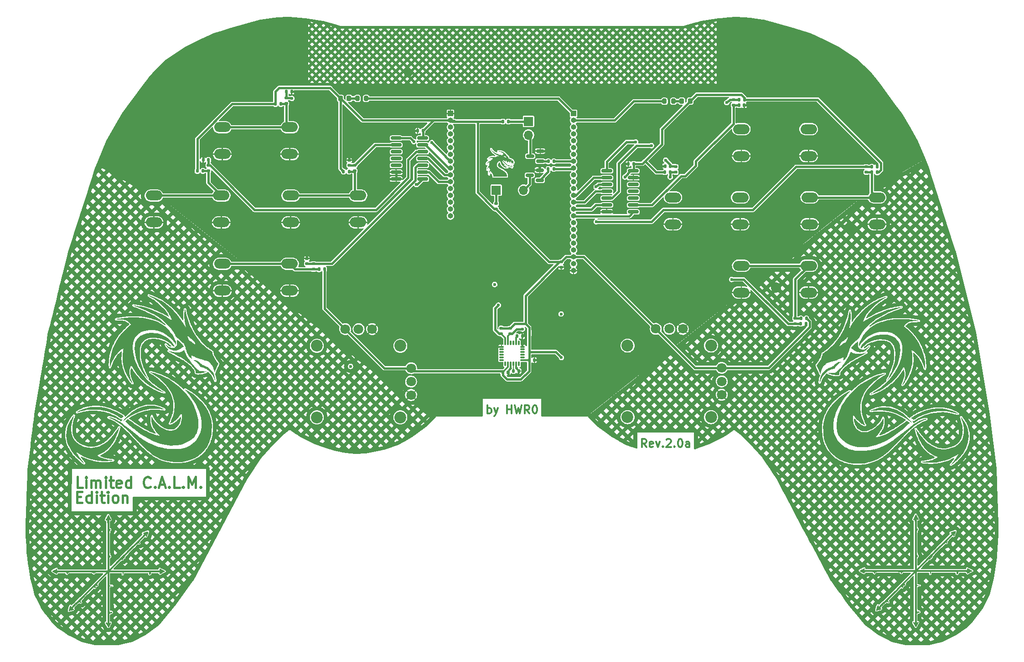
<source format=gbr>
%TF.GenerationSoftware,KiCad,Pcbnew,(5.99.0-11763-gc80efb0f98)*%
%TF.CreationDate,2021-08-20T23:20:59+03:00*%
%TF.ProjectId,mesp240_3Dpad,6d657370-3234-4305-9f33-447061642e6b,rev?*%
%TF.SameCoordinates,Original*%
%TF.FileFunction,Copper,L1,Top*%
%TF.FilePolarity,Positive*%
%FSLAX46Y46*%
G04 Gerber Fmt 4.6, Leading zero omitted, Abs format (unit mm)*
G04 Created by KiCad (PCBNEW (5.99.0-11763-gc80efb0f98)) date 2021-08-20 23:20:59*
%MOMM*%
%LPD*%
G01*
G04 APERTURE LIST*
G04 Aperture macros list*
%AMRoundRect*
0 Rectangle with rounded corners*
0 $1 Rounding radius*
0 $2 $3 $4 $5 $6 $7 $8 $9 X,Y pos of 4 corners*
0 Add a 4 corners polygon primitive as box body*
4,1,4,$2,$3,$4,$5,$6,$7,$8,$9,$2,$3,0*
0 Add four circle primitives for the rounded corners*
1,1,$1+$1,$2,$3*
1,1,$1+$1,$4,$5*
1,1,$1+$1,$6,$7*
1,1,$1+$1,$8,$9*
0 Add four rect primitives between the rounded corners*
20,1,$1+$1,$2,$3,$4,$5,0*
20,1,$1+$1,$4,$5,$6,$7,0*
20,1,$1+$1,$6,$7,$8,$9,0*
20,1,$1+$1,$8,$9,$2,$3,0*%
G04 Aperture macros list end*
%ADD10C,0.300000*%
%TA.AperFunction,NonConductor*%
%ADD11C,0.300000*%
%TD*%
%ADD12C,0.400000*%
%TA.AperFunction,NonConductor*%
%ADD13C,0.400000*%
%TD*%
%TA.AperFunction,EtchedComponent*%
%ADD14C,0.010000*%
%TD*%
%TA.AperFunction,ComponentPad*%
%ADD15R,1.000000X1.000000*%
%TD*%
%TA.AperFunction,ComponentPad*%
%ADD16O,1.000000X1.000000*%
%TD*%
%TA.AperFunction,ComponentPad*%
%ADD17O,3.048000X1.850000*%
%TD*%
%TA.AperFunction,SMDPad,CuDef*%
%ADD18RoundRect,0.135000X-0.135000X-0.185000X0.135000X-0.185000X0.135000X0.185000X-0.135000X0.185000X0*%
%TD*%
%TA.AperFunction,SMDPad,CuDef*%
%ADD19RoundRect,0.135000X0.185000X-0.135000X0.185000X0.135000X-0.185000X0.135000X-0.185000X-0.135000X0*%
%TD*%
%TA.AperFunction,SMDPad,CuDef*%
%ADD20RoundRect,0.135000X-0.185000X0.135000X-0.185000X-0.135000X0.185000X-0.135000X0.185000X0.135000X0*%
%TD*%
%TA.AperFunction,WasherPad*%
%ADD21C,2.200000*%
%TD*%
%TA.AperFunction,ComponentPad*%
%ADD22C,1.800000*%
%TD*%
%TA.AperFunction,SMDPad,CuDef*%
%ADD23RoundRect,0.150000X0.587500X0.150000X-0.587500X0.150000X-0.587500X-0.150000X0.587500X-0.150000X0*%
%TD*%
%TA.AperFunction,SMDPad,CuDef*%
%ADD24RoundRect,0.140000X0.170000X-0.140000X0.170000X0.140000X-0.170000X0.140000X-0.170000X-0.140000X0*%
%TD*%
%TA.AperFunction,SMDPad,CuDef*%
%ADD25RoundRect,0.135000X0.135000X0.185000X-0.135000X0.185000X-0.135000X-0.185000X0.135000X-0.185000X0*%
%TD*%
%TA.AperFunction,SMDPad,CuDef*%
%ADD26RoundRect,0.140000X-0.140000X-0.170000X0.140000X-0.170000X0.140000X0.170000X-0.140000X0.170000X0*%
%TD*%
%TA.AperFunction,SMDPad,CuDef*%
%ADD27RoundRect,0.218750X-0.218750X-0.256250X0.218750X-0.256250X0.218750X0.256250X-0.218750X0.256250X0*%
%TD*%
%TA.AperFunction,ComponentPad*%
%ADD28R,1.700000X1.700000*%
%TD*%
%TA.AperFunction,ComponentPad*%
%ADD29O,1.700000X1.700000*%
%TD*%
%TA.AperFunction,SMDPad,CuDef*%
%ADD30RoundRect,0.140000X0.140000X0.170000X-0.140000X0.170000X-0.140000X-0.170000X0.140000X-0.170000X0*%
%TD*%
%TA.AperFunction,SMDPad,CuDef*%
%ADD31RoundRect,0.150000X-0.825000X-0.150000X0.825000X-0.150000X0.825000X0.150000X-0.825000X0.150000X0*%
%TD*%
%TA.AperFunction,SMDPad,CuDef*%
%ADD32RoundRect,0.075000X-0.350000X-0.075000X0.350000X-0.075000X0.350000X0.075000X-0.350000X0.075000X0*%
%TD*%
%TA.AperFunction,SMDPad,CuDef*%
%ADD33RoundRect,0.075000X0.075000X-0.350000X0.075000X0.350000X-0.075000X0.350000X-0.075000X-0.350000X0*%
%TD*%
%TA.AperFunction,SMDPad,CuDef*%
%ADD34RoundRect,0.150000X0.825000X0.150000X-0.825000X0.150000X-0.825000X-0.150000X0.825000X-0.150000X0*%
%TD*%
%TA.AperFunction,SMDPad,CuDef*%
%ADD35RoundRect,0.200000X0.200000X0.275000X-0.200000X0.275000X-0.200000X-0.275000X0.200000X-0.275000X0*%
%TD*%
%TA.AperFunction,SMDPad,CuDef*%
%ADD36RoundRect,0.218750X0.218750X0.256250X-0.218750X0.256250X-0.218750X-0.256250X0.218750X-0.256250X0*%
%TD*%
%TA.AperFunction,SMDPad,CuDef*%
%ADD37RoundRect,0.140000X-0.170000X0.140000X-0.170000X-0.140000X0.170000X-0.140000X0.170000X0.140000X0*%
%TD*%
%TA.AperFunction,SMDPad,CuDef*%
%ADD38RoundRect,0.200000X-0.200000X-0.275000X0.200000X-0.275000X0.200000X0.275000X-0.200000X0.275000X0*%
%TD*%
%TA.AperFunction,ViaPad*%
%ADD39C,0.600000*%
%TD*%
%TA.AperFunction,Conductor*%
%ADD40C,0.400000*%
%TD*%
%TA.AperFunction,Conductor*%
%ADD41C,0.300000*%
%TD*%
%TA.AperFunction,Conductor*%
%ADD42C,0.200000*%
%TD*%
G04 APERTURE END LIST*
D10*
D11*
X165928571Y-150928571D02*
X165428571Y-150214285D01*
X165071428Y-150928571D02*
X165071428Y-149428571D01*
X165642857Y-149428571D01*
X165785714Y-149500000D01*
X165857142Y-149571428D01*
X165928571Y-149714285D01*
X165928571Y-149928571D01*
X165857142Y-150071428D01*
X165785714Y-150142857D01*
X165642857Y-150214285D01*
X165071428Y-150214285D01*
X167142857Y-150857142D02*
X167000000Y-150928571D01*
X166714285Y-150928571D01*
X166571428Y-150857142D01*
X166500000Y-150714285D01*
X166500000Y-150142857D01*
X166571428Y-150000000D01*
X166714285Y-149928571D01*
X167000000Y-149928571D01*
X167142857Y-150000000D01*
X167214285Y-150142857D01*
X167214285Y-150285714D01*
X166500000Y-150428571D01*
X167714285Y-149928571D02*
X168071428Y-150928571D01*
X168428571Y-149928571D01*
X169000000Y-150785714D02*
X169071428Y-150857142D01*
X169000000Y-150928571D01*
X168928571Y-150857142D01*
X169000000Y-150785714D01*
X169000000Y-150928571D01*
X169642857Y-149571428D02*
X169714285Y-149500000D01*
X169857142Y-149428571D01*
X170214285Y-149428571D01*
X170357142Y-149500000D01*
X170428571Y-149571428D01*
X170500000Y-149714285D01*
X170500000Y-149857142D01*
X170428571Y-150071428D01*
X169571428Y-150928571D01*
X170500000Y-150928571D01*
X171142857Y-150785714D02*
X171214285Y-150857142D01*
X171142857Y-150928571D01*
X171071428Y-150857142D01*
X171142857Y-150785714D01*
X171142857Y-150928571D01*
X172142857Y-149428571D02*
X172285714Y-149428571D01*
X172428571Y-149500000D01*
X172500000Y-149571428D01*
X172571428Y-149714285D01*
X172642857Y-150000000D01*
X172642857Y-150357142D01*
X172571428Y-150642857D01*
X172500000Y-150785714D01*
X172428571Y-150857142D01*
X172285714Y-150928571D01*
X172142857Y-150928571D01*
X172000000Y-150857142D01*
X171928571Y-150785714D01*
X171857142Y-150642857D01*
X171785714Y-150357142D01*
X171785714Y-150000000D01*
X171857142Y-149714285D01*
X171928571Y-149571428D01*
X172000000Y-149500000D01*
X172142857Y-149428571D01*
X173928571Y-150928571D02*
X173928571Y-150142857D01*
X173857142Y-150000000D01*
X173714285Y-149928571D01*
X173428571Y-149928571D01*
X173285714Y-150000000D01*
X173928571Y-150857142D02*
X173785714Y-150928571D01*
X173428571Y-150928571D01*
X173285714Y-150857142D01*
X173214285Y-150714285D01*
X173214285Y-150571428D01*
X173285714Y-150428571D01*
X173428571Y-150357142D01*
X173785714Y-150357142D01*
X173928571Y-150285714D01*
D12*
D13*
X60203333Y-160187142D02*
X60870000Y-160187142D01*
X61155714Y-161234761D02*
X60203333Y-161234761D01*
X60203333Y-159234761D01*
X61155714Y-159234761D01*
X62870000Y-161234761D02*
X62870000Y-159234761D01*
X62870000Y-161139523D02*
X62679523Y-161234761D01*
X62298571Y-161234761D01*
X62108095Y-161139523D01*
X62012857Y-161044285D01*
X61917619Y-160853809D01*
X61917619Y-160282380D01*
X62012857Y-160091904D01*
X62108095Y-159996666D01*
X62298571Y-159901428D01*
X62679523Y-159901428D01*
X62870000Y-159996666D01*
X63822380Y-161234761D02*
X63822380Y-159901428D01*
X63822380Y-159234761D02*
X63727142Y-159330000D01*
X63822380Y-159425238D01*
X63917619Y-159330000D01*
X63822380Y-159234761D01*
X63822380Y-159425238D01*
X64489047Y-159901428D02*
X65250952Y-159901428D01*
X64774761Y-159234761D02*
X64774761Y-160949047D01*
X64870000Y-161139523D01*
X65060476Y-161234761D01*
X65250952Y-161234761D01*
X65917619Y-161234761D02*
X65917619Y-159901428D01*
X65917619Y-159234761D02*
X65822380Y-159330000D01*
X65917619Y-159425238D01*
X66012857Y-159330000D01*
X65917619Y-159234761D01*
X65917619Y-159425238D01*
X67155714Y-161234761D02*
X66965238Y-161139523D01*
X66870000Y-161044285D01*
X66774761Y-160853809D01*
X66774761Y-160282380D01*
X66870000Y-160091904D01*
X66965238Y-159996666D01*
X67155714Y-159901428D01*
X67441428Y-159901428D01*
X67631904Y-159996666D01*
X67727142Y-160091904D01*
X67822380Y-160282380D01*
X67822380Y-160853809D01*
X67727142Y-161044285D01*
X67631904Y-161139523D01*
X67441428Y-161234761D01*
X67155714Y-161234761D01*
X68679523Y-159901428D02*
X68679523Y-161234761D01*
X68679523Y-160091904D02*
X68774761Y-159996666D01*
X68965238Y-159901428D01*
X69250952Y-159901428D01*
X69441428Y-159996666D01*
X69536666Y-160187142D01*
X69536666Y-161234761D01*
D12*
D13*
X61223809Y-158464761D02*
X60271428Y-158464761D01*
X60271428Y-156464761D01*
X61890476Y-158464761D02*
X61890476Y-157131428D01*
X61890476Y-156464761D02*
X61795238Y-156560000D01*
X61890476Y-156655238D01*
X61985714Y-156560000D01*
X61890476Y-156464761D01*
X61890476Y-156655238D01*
X62842857Y-158464761D02*
X62842857Y-157131428D01*
X62842857Y-157321904D02*
X62938095Y-157226666D01*
X63128571Y-157131428D01*
X63414285Y-157131428D01*
X63604761Y-157226666D01*
X63700000Y-157417142D01*
X63700000Y-158464761D01*
X63700000Y-157417142D02*
X63795238Y-157226666D01*
X63985714Y-157131428D01*
X64271428Y-157131428D01*
X64461904Y-157226666D01*
X64557142Y-157417142D01*
X64557142Y-158464761D01*
X65509523Y-158464761D02*
X65509523Y-157131428D01*
X65509523Y-156464761D02*
X65414285Y-156560000D01*
X65509523Y-156655238D01*
X65604761Y-156560000D01*
X65509523Y-156464761D01*
X65509523Y-156655238D01*
X66176190Y-157131428D02*
X66938095Y-157131428D01*
X66461904Y-156464761D02*
X66461904Y-158179047D01*
X66557142Y-158369523D01*
X66747619Y-158464761D01*
X66938095Y-158464761D01*
X68366666Y-158369523D02*
X68176190Y-158464761D01*
X67795238Y-158464761D01*
X67604761Y-158369523D01*
X67509523Y-158179047D01*
X67509523Y-157417142D01*
X67604761Y-157226666D01*
X67795238Y-157131428D01*
X68176190Y-157131428D01*
X68366666Y-157226666D01*
X68461904Y-157417142D01*
X68461904Y-157607619D01*
X67509523Y-157798095D01*
X70176190Y-158464761D02*
X70176190Y-156464761D01*
X70176190Y-158369523D02*
X69985714Y-158464761D01*
X69604761Y-158464761D01*
X69414285Y-158369523D01*
X69319047Y-158274285D01*
X69223809Y-158083809D01*
X69223809Y-157512380D01*
X69319047Y-157321904D01*
X69414285Y-157226666D01*
X69604761Y-157131428D01*
X69985714Y-157131428D01*
X70176190Y-157226666D01*
X73795238Y-158274285D02*
X73700000Y-158369523D01*
X73414285Y-158464761D01*
X73223809Y-158464761D01*
X72938095Y-158369523D01*
X72747619Y-158179047D01*
X72652380Y-157988571D01*
X72557142Y-157607619D01*
X72557142Y-157321904D01*
X72652380Y-156940952D01*
X72747619Y-156750476D01*
X72938095Y-156560000D01*
X73223809Y-156464761D01*
X73414285Y-156464761D01*
X73700000Y-156560000D01*
X73795238Y-156655238D01*
X74652380Y-158274285D02*
X74747619Y-158369523D01*
X74652380Y-158464761D01*
X74557142Y-158369523D01*
X74652380Y-158274285D01*
X74652380Y-158464761D01*
X75509523Y-157893333D02*
X76461904Y-157893333D01*
X75319047Y-158464761D02*
X75985714Y-156464761D01*
X76652380Y-158464761D01*
X77319047Y-158274285D02*
X77414285Y-158369523D01*
X77319047Y-158464761D01*
X77223809Y-158369523D01*
X77319047Y-158274285D01*
X77319047Y-158464761D01*
X79223809Y-158464761D02*
X78271428Y-158464761D01*
X78271428Y-156464761D01*
X79890476Y-158274285D02*
X79985714Y-158369523D01*
X79890476Y-158464761D01*
X79795238Y-158369523D01*
X79890476Y-158274285D01*
X79890476Y-158464761D01*
X80842857Y-158464761D02*
X80842857Y-156464761D01*
X81509523Y-157893333D01*
X82176190Y-156464761D01*
X82176190Y-158464761D01*
X83128571Y-158274285D02*
X83223809Y-158369523D01*
X83128571Y-158464761D01*
X83033333Y-158369523D01*
X83128571Y-158274285D01*
X83128571Y-158464761D01*
D10*
D11*
X136428571Y-144678571D02*
X136428571Y-143178571D01*
X136428571Y-143750000D02*
X136571428Y-143678571D01*
X136857142Y-143678571D01*
X137000000Y-143750000D01*
X137071428Y-143821428D01*
X137142857Y-143964285D01*
X137142857Y-144392857D01*
X137071428Y-144535714D01*
X137000000Y-144607142D01*
X136857142Y-144678571D01*
X136571428Y-144678571D01*
X136428571Y-144607142D01*
X137642857Y-143678571D02*
X138000000Y-144678571D01*
X138357142Y-143678571D02*
X138000000Y-144678571D01*
X137857142Y-145035714D01*
X137785714Y-145107142D01*
X137642857Y-145178571D01*
X140071428Y-144678571D02*
X140071428Y-143178571D01*
X140071428Y-143892857D02*
X140928571Y-143892857D01*
X140928571Y-144678571D02*
X140928571Y-143178571D01*
X141500000Y-143178571D02*
X141857142Y-144678571D01*
X142142857Y-143607142D01*
X142428571Y-144678571D01*
X142785714Y-143178571D01*
X144214285Y-144678571D02*
X143714285Y-143964285D01*
X143357142Y-144678571D02*
X143357142Y-143178571D01*
X143928571Y-143178571D01*
X144071428Y-143250000D01*
X144142857Y-143321428D01*
X144214285Y-143464285D01*
X144214285Y-143678571D01*
X144142857Y-143821428D01*
X144071428Y-143892857D01*
X143928571Y-143964285D01*
X143357142Y-143964285D01*
X145142857Y-143178571D02*
X145285714Y-143178571D01*
X145428571Y-143250000D01*
X145500000Y-143321428D01*
X145571428Y-143464285D01*
X145642857Y-143750000D01*
X145642857Y-144107142D01*
X145571428Y-144392857D01*
X145500000Y-144535714D01*
X145428571Y-144607142D01*
X145285714Y-144678571D01*
X145142857Y-144678571D01*
X145000000Y-144607142D01*
X144928571Y-144535714D01*
X144857142Y-144392857D01*
X144785714Y-144107142D01*
X144785714Y-143750000D01*
X144857142Y-143464285D01*
X144928571Y-143321428D01*
X145000000Y-143250000D01*
X145142857Y-143178571D01*
D14*
%TO.C,G\u002A\u002A\u002A5*%
X216176886Y-163912816D02*
X216314000Y-164178724D01*
X216314000Y-164178724D02*
X216378823Y-164323998D01*
X216378823Y-164323998D02*
X216375215Y-164379249D01*
X216375215Y-164379249D02*
X216307036Y-164375088D01*
X216307036Y-164375088D02*
X216232740Y-164355759D01*
X216232740Y-164355759D02*
X216157709Y-164345417D01*
X216157709Y-164345417D02*
X216108886Y-164380338D01*
X216108886Y-164380338D02*
X216080663Y-164488832D01*
X216080663Y-164488832D02*
X216067430Y-164699208D01*
X216067430Y-164699208D02*
X216063578Y-165039775D01*
X216063578Y-165039775D02*
X216063407Y-165210352D01*
X216063407Y-165210352D02*
X216067235Y-165618884D01*
X216067235Y-165618884D02*
X216081284Y-165885420D01*
X216081284Y-165885420D02*
X216109399Y-166037178D01*
X216109399Y-166037178D02*
X216155425Y-166101377D01*
X216155425Y-166101377D02*
X216190407Y-166109227D01*
X216190407Y-166109227D02*
X216303078Y-166154944D01*
X216303078Y-166154944D02*
X216317407Y-166193893D01*
X216317407Y-166193893D02*
X216248830Y-166269008D01*
X216248830Y-166269008D02*
X216190407Y-166278560D01*
X216190407Y-166278560D02*
X216152999Y-166297051D01*
X216152999Y-166297051D02*
X216123584Y-166364174D01*
X216123584Y-166364174D02*
X216101241Y-166497407D01*
X216101241Y-166497407D02*
X216085050Y-166714226D01*
X216085050Y-166714226D02*
X216074092Y-167032108D01*
X216074092Y-167032108D02*
X216067446Y-167468531D01*
X216067446Y-167468531D02*
X216064193Y-168040969D01*
X216064193Y-168040969D02*
X216063407Y-168691560D01*
X216063407Y-168691560D02*
X216064380Y-169402300D01*
X216064380Y-169402300D02*
X216067913Y-169961192D01*
X216067913Y-169961192D02*
X216074925Y-170385712D01*
X216074925Y-170385712D02*
X216086336Y-170693337D01*
X216086336Y-170693337D02*
X216103067Y-170901544D01*
X216103067Y-170901544D02*
X216126037Y-171027810D01*
X216126037Y-171027810D02*
X216156165Y-171089611D01*
X216156165Y-171089611D02*
X216190407Y-171104560D01*
X216190407Y-171104560D02*
X216303078Y-171150277D01*
X216303078Y-171150277D02*
X216317407Y-171189227D01*
X216317407Y-171189227D02*
X216248830Y-171264341D01*
X216248830Y-171264341D02*
X216190407Y-171273893D01*
X216190407Y-171273893D02*
X216138371Y-171298006D01*
X216138371Y-171298006D02*
X216102406Y-171386775D01*
X216102406Y-171386775D02*
X216079773Y-171564845D01*
X216079773Y-171564845D02*
X216067732Y-171856862D01*
X216067732Y-171856862D02*
X216063547Y-172287472D01*
X216063547Y-172287472D02*
X216063407Y-172416893D01*
X216063407Y-172416893D02*
X216066053Y-172834701D01*
X216066053Y-172834701D02*
X216073308Y-173184032D01*
X216073308Y-173184032D02*
X216084144Y-173434035D01*
X216084144Y-173434035D02*
X216097536Y-173553861D01*
X216097536Y-173553861D02*
X216101444Y-173559893D01*
X216101444Y-173559893D02*
X216164492Y-173502057D01*
X216164492Y-173502057D02*
X216333677Y-173337386D01*
X216333677Y-173337386D02*
X216595754Y-173079136D01*
X216595754Y-173079136D02*
X216937477Y-172740562D01*
X216937477Y-172740562D02*
X217345600Y-172334920D01*
X217345600Y-172334920D02*
X217806880Y-171875465D01*
X217806880Y-171875465D02*
X218308069Y-171375452D01*
X218308069Y-171375452D02*
X218835924Y-170848138D01*
X218835924Y-170848138D02*
X219377199Y-170306777D01*
X219377199Y-170306777D02*
X219918648Y-169764625D01*
X219918648Y-169764625D02*
X220447026Y-169234938D01*
X220447026Y-169234938D02*
X220949089Y-168730971D01*
X220949089Y-168730971D02*
X221411590Y-168265979D01*
X221411590Y-168265979D02*
X221821284Y-167853218D01*
X221821284Y-167853218D02*
X222164926Y-167505944D01*
X222164926Y-167505944D02*
X222429272Y-167237412D01*
X222429272Y-167237412D02*
X222601074Y-167060878D01*
X222601074Y-167060878D02*
X222667089Y-166989596D01*
X222667089Y-166989596D02*
X222667407Y-166988875D01*
X222667407Y-166988875D02*
X222597728Y-166958288D01*
X222597728Y-166958288D02*
X222476907Y-166919935D01*
X222476907Y-166919935D02*
X222398575Y-166881646D01*
X222398575Y-166881646D02*
X222435053Y-166833975D01*
X222435053Y-166833975D02*
X222604883Y-166764060D01*
X222604883Y-166764060D02*
X222791014Y-166702056D01*
X222791014Y-166702056D02*
X223055321Y-166620470D01*
X223055321Y-166620470D02*
X223244214Y-166568517D01*
X223244214Y-166568517D02*
X223312643Y-166557389D01*
X223312643Y-166557389D02*
X223298713Y-166640407D01*
X223298713Y-166640407D02*
X223244879Y-166835982D01*
X223244879Y-166835982D02*
X223189036Y-167018261D01*
X223189036Y-167018261D02*
X223089291Y-167287184D01*
X223089291Y-167287184D02*
X223003113Y-167438587D01*
X223003113Y-167438587D02*
X222942998Y-167457591D01*
X222942998Y-167457591D02*
X222921407Y-167336893D01*
X222921407Y-167336893D02*
X222893936Y-167224000D01*
X222893936Y-167224000D02*
X222870847Y-167209893D01*
X222870847Y-167209893D02*
X222793501Y-167265776D01*
X222793501Y-167265776D02*
X222623773Y-167416916D01*
X222623773Y-167416916D02*
X222388730Y-167638549D01*
X222388730Y-167638549D02*
X222180378Y-167841557D01*
X222180378Y-167841557D02*
X221894816Y-168129164D01*
X221894816Y-168129164D02*
X221717286Y-168326680D01*
X221717286Y-168326680D02*
X221630948Y-168458382D01*
X221630948Y-168458382D02*
X221618957Y-168548548D01*
X221618957Y-168548548D02*
X221650336Y-168605604D01*
X221650336Y-168605604D02*
X221721796Y-168730602D01*
X221721796Y-168730602D02*
X221717870Y-168780319D01*
X221717870Y-168780319D02*
X221638394Y-168760327D01*
X221638394Y-168760327D02*
X221567556Y-168692543D01*
X221567556Y-168692543D02*
X221518853Y-168663782D01*
X221518853Y-168663782D02*
X221442234Y-168681471D01*
X221442234Y-168681471D02*
X221322842Y-168758072D01*
X221322842Y-168758072D02*
X221145817Y-168906047D01*
X221145817Y-168906047D02*
X220896303Y-169137855D01*
X220896303Y-169137855D02*
X220559439Y-169465958D01*
X220559439Y-169465958D02*
X220120369Y-169902817D01*
X220120369Y-169902817D02*
X220099291Y-169923910D01*
X220099291Y-169923910D02*
X219645566Y-170381780D01*
X219645566Y-170381780D02*
X219304381Y-170735647D01*
X219304381Y-170735647D02*
X219065177Y-170997788D01*
X219065177Y-170997788D02*
X218917399Y-171180480D01*
X218917399Y-171180480D02*
X218850487Y-171295999D01*
X218850487Y-171295999D02*
X218853885Y-171356621D01*
X218853885Y-171356621D02*
X218861707Y-171363009D01*
X218861707Y-171363009D02*
X218921290Y-171421588D01*
X218921290Y-171421588D02*
X218828430Y-171441315D01*
X218828430Y-171441315D02*
X218793907Y-171441930D01*
X218793907Y-171441930D02*
X218641447Y-171490109D01*
X218641447Y-171490109D02*
X218603407Y-171629493D01*
X218603407Y-171629493D02*
X218583996Y-171752701D01*
X218583996Y-171752701D02*
X218513777Y-171725918D01*
X218513777Y-171725918D02*
X218505216Y-171717569D01*
X218505216Y-171717569D02*
X218437862Y-171710168D01*
X218437862Y-171710168D02*
X218312643Y-171781109D01*
X218312643Y-171781109D02*
X218116216Y-171941507D01*
X218116216Y-171941507D02*
X217835236Y-172202473D01*
X217835236Y-172202473D02*
X217456361Y-172575122D01*
X217456361Y-172575122D02*
X217362216Y-172669507D01*
X217362216Y-172669507D02*
X217023156Y-173012856D01*
X217023156Y-173012856D02*
X216730027Y-173314585D01*
X216730027Y-173314585D02*
X216502088Y-173554470D01*
X216502088Y-173554470D02*
X216358595Y-173712287D01*
X216358595Y-173712287D02*
X216317407Y-173766764D01*
X216317407Y-173766764D02*
X216399515Y-173775607D01*
X216399515Y-173775607D02*
X216635612Y-173783908D01*
X216635612Y-173783908D02*
X217010353Y-173791513D01*
X217010353Y-173791513D02*
X217508391Y-173798265D01*
X217508391Y-173798265D02*
X218114383Y-173804006D01*
X218114383Y-173804006D02*
X218812984Y-173808581D01*
X218812984Y-173808581D02*
X219588848Y-173811833D01*
X219588848Y-173811833D02*
X220426631Y-173813605D01*
X220426631Y-173813605D02*
X220937445Y-173813893D01*
X220937445Y-173813893D02*
X225557484Y-173813893D01*
X225557484Y-173813893D02*
X225500561Y-173634543D01*
X225500561Y-173634543D02*
X225482973Y-173509754D01*
X225482973Y-173509754D02*
X225516022Y-173490698D01*
X225516022Y-173490698D02*
X225628426Y-173544481D01*
X225628426Y-173544481D02*
X225839320Y-173644453D01*
X225839320Y-173644453D02*
X226005517Y-173722954D01*
X226005517Y-173722954D02*
X226422627Y-173919704D01*
X226422627Y-173919704D02*
X226092698Y-174080185D01*
X226092698Y-174080185D02*
X225868647Y-174198531D01*
X225868647Y-174198531D02*
X225707814Y-174300184D01*
X225707814Y-174300184D02*
X225679821Y-174323612D01*
X225679821Y-174323612D02*
X225548180Y-174404576D01*
X225548180Y-174404576D02*
X225487753Y-174346168D01*
X225487753Y-174346168D02*
X225503740Y-174237227D01*
X225503740Y-174237227D02*
X225518638Y-174162078D01*
X225518638Y-174162078D02*
X225487381Y-174113236D01*
X225487381Y-174113236D02*
X225381914Y-174085053D01*
X225381914Y-174085053D02*
X225174180Y-174071878D01*
X225174180Y-174071878D02*
X224836125Y-174068064D01*
X224836125Y-174068064D02*
X224662779Y-174067893D01*
X224662779Y-174067893D02*
X223768073Y-174067893D01*
X223768073Y-174067893D02*
X223768073Y-174279560D01*
X223768073Y-174279560D02*
X223721749Y-174452578D01*
X223721749Y-174452578D02*
X223631895Y-174491227D01*
X223631895Y-174491227D02*
X223538601Y-174449874D01*
X223538601Y-174449874D02*
X223543636Y-174301169D01*
X223543636Y-174301169D02*
X223548841Y-174279560D01*
X223548841Y-174279560D02*
X223601966Y-174067893D01*
X223601966Y-174067893D02*
X218699321Y-174067893D01*
X218699321Y-174067893D02*
X218664049Y-174300727D01*
X218664049Y-174300727D02*
X218628778Y-174533560D01*
X218628778Y-174533560D02*
X218616092Y-174300727D01*
X218616092Y-174300727D02*
X218603407Y-174067893D01*
X218603407Y-174067893D02*
X216063407Y-174067893D01*
X216063407Y-174067893D02*
X216063407Y-176597671D01*
X216063407Y-176597671D02*
X216380907Y-176630883D01*
X216380907Y-176630883D02*
X216698407Y-176664094D01*
X216698407Y-176664094D02*
X216063407Y-176692560D01*
X216063407Y-176692560D02*
X216063407Y-179156952D01*
X216063407Y-179156952D02*
X216063117Y-179869293D01*
X216063117Y-179869293D02*
X216064061Y-180429321D01*
X216064061Y-180429321D02*
X216068960Y-180854047D01*
X216068960Y-180854047D02*
X216080534Y-181160483D01*
X216080534Y-181160483D02*
X216101503Y-181365643D01*
X216101503Y-181365643D02*
X216134587Y-181486538D01*
X216134587Y-181486538D02*
X216182507Y-181540182D01*
X216182507Y-181540182D02*
X216247983Y-181543587D01*
X216247983Y-181543587D02*
X216333736Y-181513765D01*
X216333736Y-181513765D02*
X216433481Y-181471361D01*
X216433481Y-181471361D02*
X216557512Y-181494990D01*
X216557512Y-181494990D02*
X216600157Y-181556027D01*
X216600157Y-181556027D02*
X216590935Y-181664619D01*
X216590935Y-181664619D02*
X216491007Y-181687893D01*
X216491007Y-181687893D02*
X216308481Y-181697858D01*
X216308481Y-181697858D02*
X216186879Y-181746712D01*
X216186879Y-181746712D02*
X216113899Y-181862897D01*
X216113899Y-181862897D02*
X216077236Y-182074853D01*
X216077236Y-182074853D02*
X216064588Y-182411021D01*
X216064588Y-182411021D02*
X216063407Y-182676324D01*
X216063407Y-182676324D02*
X216065131Y-183070447D01*
X216065131Y-183070447D02*
X216074130Y-183323419D01*
X216074130Y-183323419D02*
X216096137Y-183463416D01*
X216096137Y-183463416D02*
X216136887Y-183518614D01*
X216136887Y-183518614D02*
X216202117Y-183517189D01*
X216202117Y-183517189D02*
X216232740Y-183508227D01*
X216232740Y-183508227D02*
X216367685Y-183480261D01*
X216367685Y-183480261D02*
X216402073Y-183491857D01*
X216402073Y-183491857D02*
X216365578Y-183576342D01*
X216365578Y-183576342D02*
X216275297Y-183750514D01*
X216275297Y-183750514D02*
X216160037Y-183962078D01*
X216160037Y-183962078D02*
X216048605Y-184158741D01*
X216048605Y-184158741D02*
X215969807Y-184288211D01*
X215969807Y-184288211D02*
X215950335Y-184311908D01*
X215950335Y-184311908D02*
X215903509Y-184245672D01*
X215903509Y-184245672D02*
X215799434Y-184077375D01*
X215799434Y-184077375D02*
X215724740Y-183952074D01*
X215724740Y-183952074D02*
X215570568Y-183686344D01*
X215570568Y-183686344D02*
X215497629Y-183538563D01*
X215497629Y-183538563D02*
X215500135Y-183481417D01*
X215500135Y-183481417D02*
X215572302Y-183487591D01*
X215572302Y-183487591D02*
X215630056Y-183505047D01*
X215630056Y-183505047D02*
X215809407Y-183561971D01*
X215809407Y-183561971D02*
X215809407Y-174199014D01*
X215809407Y-174199014D02*
X214729907Y-175297620D01*
X214729907Y-175297620D02*
X214326049Y-175714493D01*
X214326049Y-175714493D02*
X214038438Y-176025808D01*
X214038438Y-176025808D02*
X213859148Y-176241141D01*
X213859148Y-176241141D02*
X213780257Y-176370068D01*
X213780257Y-176370068D02*
X213793842Y-176422167D01*
X213793842Y-176422167D02*
X213798573Y-176423282D01*
X213798573Y-176423282D02*
X213932902Y-176481037D01*
X213932902Y-176481037D02*
X213923871Y-176552760D01*
X213923871Y-176552760D02*
X213789883Y-176602345D01*
X213789883Y-176602345D02*
X213704481Y-176607893D01*
X213704481Y-176607893D02*
X213534996Y-176627078D01*
X213534996Y-176627078D02*
X213489266Y-176715409D01*
X213489266Y-176715409D02*
X213502684Y-176819560D01*
X213502684Y-176819560D02*
X213502170Y-176982090D01*
X213502170Y-176982090D02*
X213448610Y-177031227D01*
X213448610Y-177031227D02*
X213371984Y-176960367D01*
X213371984Y-176960367D02*
X213354073Y-176860925D01*
X213354073Y-176860925D02*
X213312757Y-176843506D01*
X213312757Y-176843506D02*
X213184768Y-176927776D01*
X213184768Y-176927776D02*
X212964043Y-177119137D01*
X212964043Y-177119137D02*
X212644519Y-177422989D01*
X212644519Y-177422989D02*
X212220134Y-177844734D01*
X212220134Y-177844734D02*
X212002935Y-178064656D01*
X212002935Y-178064656D02*
X211566937Y-178509995D01*
X211566937Y-178509995D02*
X211238394Y-178851779D01*
X211238394Y-178851779D02*
X211004546Y-179105708D01*
X211004546Y-179105708D02*
X210852632Y-179287483D01*
X210852632Y-179287483D02*
X210769890Y-179412805D01*
X210769890Y-179412805D02*
X210743559Y-179497374D01*
X210743559Y-179497374D02*
X210760879Y-179556891D01*
X210760879Y-179556891D02*
X210775268Y-179575125D01*
X210775268Y-179575125D02*
X210883729Y-179725061D01*
X210883729Y-179725061D02*
X210882743Y-179789487D01*
X210882743Y-179789487D02*
X210782480Y-179742519D01*
X210782480Y-179742519D02*
X210727546Y-179696543D01*
X210727546Y-179696543D02*
X210619017Y-179610899D01*
X210619017Y-179610899D02*
X210527181Y-179604962D01*
X210527181Y-179604962D02*
X210402326Y-179692925D01*
X210402326Y-179692925D02*
X210254473Y-179831587D01*
X210254473Y-179831587D02*
X209872392Y-180200107D01*
X209872392Y-180200107D02*
X209599598Y-180469033D01*
X209599598Y-180469033D02*
X209422345Y-180655120D01*
X209422345Y-180655120D02*
X209326886Y-180775120D01*
X209326886Y-180775120D02*
X209299474Y-180845786D01*
X209299474Y-180845786D02*
X209326363Y-180883873D01*
X209326363Y-180883873D02*
X209376335Y-180901778D01*
X209376335Y-180901778D02*
X209498864Y-180963562D01*
X209498864Y-180963562D02*
X209463695Y-181034786D01*
X209463695Y-181034786D02*
X209281291Y-181104977D01*
X209281291Y-181104977D02*
X209142842Y-181135538D01*
X209142842Y-181135538D02*
X208906040Y-181196753D01*
X208906040Y-181196753D02*
X208735467Y-181270348D01*
X208735467Y-181270348D02*
X208718573Y-181282503D01*
X208718573Y-181282503D02*
X208647581Y-181327321D01*
X208647581Y-181327321D02*
X208623166Y-181289087D01*
X208623166Y-181289087D02*
X208645701Y-181142192D01*
X208645701Y-181142192D02*
X208715560Y-180861027D01*
X208715560Y-180861027D02*
X208725263Y-180824162D01*
X208725263Y-180824162D02*
X208808313Y-180551938D01*
X208808313Y-180551938D02*
X208881309Y-180386616D01*
X208881309Y-180386616D02*
X208932809Y-180347322D01*
X208932809Y-180347322D02*
X208951407Y-180446115D01*
X208951407Y-180446115D02*
X208997736Y-180567487D01*
X208997736Y-180567487D02*
X209045673Y-180587227D01*
X209045673Y-180587227D02*
X209121638Y-180528974D01*
X209121638Y-180528974D02*
X209305702Y-180361496D01*
X209305702Y-180361496D02*
X209586635Y-180095710D01*
X209586635Y-180095710D02*
X209953207Y-179742534D01*
X209953207Y-179742534D02*
X210394189Y-179312885D01*
X210394189Y-179312885D02*
X210898351Y-178817683D01*
X210898351Y-178817683D02*
X211454462Y-178267844D01*
X211454462Y-178267844D02*
X212051295Y-177674286D01*
X212051295Y-177674286D02*
X212398429Y-177327560D01*
X212398429Y-177327560D02*
X215656919Y-174067893D01*
X215656919Y-174067893D02*
X214465820Y-174067893D01*
X214465820Y-174067893D02*
X213987228Y-174070474D01*
X213987228Y-174070474D02*
X213655443Y-174079764D01*
X213655443Y-174079764D02*
X213447993Y-174098087D01*
X213447993Y-174098087D02*
X213342409Y-174127766D01*
X213342409Y-174127766D02*
X213316221Y-174171124D01*
X213316221Y-174171124D02*
X213320169Y-174186329D01*
X213320169Y-174186329D02*
X213310689Y-174323261D01*
X213310689Y-174323261D02*
X213275179Y-174360659D01*
X213275179Y-174360659D02*
X213202764Y-174340317D01*
X213202764Y-174340317D02*
X213184740Y-174242223D01*
X213184740Y-174242223D02*
X213180535Y-174191872D01*
X213180535Y-174191872D02*
X213155800Y-174152287D01*
X213155800Y-174152287D02*
X213092357Y-174122175D01*
X213092357Y-174122175D02*
X212972027Y-174100239D01*
X212972027Y-174100239D02*
X212776632Y-174085186D01*
X212776632Y-174085186D02*
X212487993Y-174075720D01*
X212487993Y-174075720D02*
X212087931Y-174070546D01*
X212087931Y-174070546D02*
X211558268Y-174068371D01*
X211558268Y-174068371D02*
X210880826Y-174067897D01*
X210880826Y-174067897D02*
X210737333Y-174067893D01*
X210737333Y-174067893D02*
X210030592Y-174068206D01*
X210030592Y-174068206D02*
X209475346Y-174069982D01*
X209475346Y-174069982D02*
X209053757Y-174074479D01*
X209053757Y-174074479D02*
X208747988Y-174082953D01*
X208747988Y-174082953D02*
X208540199Y-174096661D01*
X208540199Y-174096661D02*
X208412554Y-174116860D01*
X208412554Y-174116860D02*
X208347214Y-174144808D01*
X208347214Y-174144808D02*
X208326340Y-174181760D01*
X208326340Y-174181760D02*
X208332096Y-174228975D01*
X208332096Y-174228975D02*
X208334208Y-174237227D01*
X208334208Y-174237227D02*
X208332268Y-174372874D01*
X208332268Y-174372874D02*
X208283948Y-174406560D01*
X208283948Y-174406560D02*
X208207173Y-174335744D01*
X208207173Y-174335744D02*
X208189407Y-174237227D01*
X208189407Y-174237227D02*
X208178744Y-174163306D01*
X208178744Y-174163306D02*
X208127299Y-174114710D01*
X208127299Y-174114710D02*
X208005886Y-174086164D01*
X208005886Y-174086164D02*
X207785319Y-174072392D01*
X207785319Y-174072392D02*
X207436411Y-174068122D01*
X207436411Y-174068122D02*
X207252368Y-174067893D01*
X207252368Y-174067893D02*
X206844810Y-174069358D01*
X206844810Y-174069358D02*
X206579060Y-174077356D01*
X206579060Y-174077356D02*
X206427595Y-174097290D01*
X206427595Y-174097290D02*
X206362894Y-174134563D01*
X206362894Y-174134563D02*
X206357435Y-174194578D01*
X206357435Y-174194578D02*
X206370292Y-174241068D01*
X206370292Y-174241068D02*
X206389427Y-174331391D01*
X206389427Y-174331391D02*
X206348485Y-174351628D01*
X206348485Y-174351628D02*
X206217717Y-174296728D01*
X206217717Y-174296728D02*
X205996218Y-174177568D01*
X205996218Y-174177568D02*
X205765314Y-174043528D01*
X205765314Y-174043528D02*
X205609416Y-173940276D01*
X205609416Y-173940276D02*
X205566821Y-173898560D01*
X205566821Y-173898560D02*
X205636280Y-173841733D01*
X205636280Y-173841733D02*
X205812871Y-173745772D01*
X205812871Y-173745772D02*
X205925434Y-173692177D01*
X205925434Y-173692177D02*
X206155200Y-173586494D01*
X206155200Y-173586494D02*
X206320105Y-173509412D01*
X206320105Y-173509412D02*
X206356791Y-173491660D01*
X206356791Y-173491660D02*
X206391809Y-173528252D01*
X206391809Y-173528252D02*
X206372252Y-173634543D01*
X206372252Y-173634543D02*
X206315329Y-173813893D01*
X206315329Y-173813893D02*
X215806066Y-173813893D01*
X215806066Y-173813893D02*
X215805066Y-169067702D01*
X215805066Y-169067702D02*
X215804735Y-168052232D01*
X215804735Y-168052232D02*
X215803895Y-167193190D01*
X215803895Y-167193190D02*
X215802087Y-166477671D01*
X215802087Y-166477671D02*
X215798849Y-165892769D01*
X215798849Y-165892769D02*
X215793719Y-165425578D01*
X215793719Y-165425578D02*
X215786238Y-165063193D01*
X215786238Y-165063193D02*
X215775943Y-164792709D01*
X215775943Y-164792709D02*
X215762375Y-164601220D01*
X215762375Y-164601220D02*
X215745071Y-164475821D01*
X215745071Y-164475821D02*
X215723571Y-164403607D01*
X215723571Y-164403607D02*
X215697414Y-164371671D01*
X215697414Y-164371671D02*
X215666139Y-164367109D01*
X215666139Y-164367109D02*
X215637403Y-164374407D01*
X215637403Y-164374407D02*
X215529757Y-164404097D01*
X215529757Y-164404097D02*
X215486983Y-164386441D01*
X215486983Y-164386441D02*
X215513640Y-164293289D01*
X215513640Y-164293289D02*
X215614287Y-164096488D01*
X215614287Y-164096488D02*
X215711220Y-163918529D01*
X215711220Y-163918529D02*
X215951699Y-163478778D01*
X215951699Y-163478778D02*
X216176886Y-163912816D01*
X216176886Y-163912816D02*
X216176886Y-163912816D01*
G36*
X216176886Y-163912816D02*
G01*
X216314000Y-164178724D01*
X216378823Y-164323998D01*
X216375215Y-164379249D01*
X216307036Y-164375088D01*
X216232740Y-164355759D01*
X216157709Y-164345417D01*
X216108886Y-164380338D01*
X216080663Y-164488832D01*
X216067430Y-164699208D01*
X216063578Y-165039775D01*
X216063407Y-165210352D01*
X216067235Y-165618884D01*
X216081284Y-165885420D01*
X216109399Y-166037178D01*
X216155425Y-166101377D01*
X216190407Y-166109227D01*
X216303078Y-166154944D01*
X216317407Y-166193893D01*
X216248830Y-166269008D01*
X216190407Y-166278560D01*
X216152999Y-166297051D01*
X216123584Y-166364174D01*
X216101241Y-166497407D01*
X216085050Y-166714226D01*
X216074092Y-167032108D01*
X216067446Y-167468531D01*
X216064193Y-168040969D01*
X216063407Y-168691560D01*
X216064380Y-169402300D01*
X216067913Y-169961192D01*
X216074925Y-170385712D01*
X216086336Y-170693337D01*
X216103067Y-170901544D01*
X216126037Y-171027810D01*
X216156165Y-171089611D01*
X216190407Y-171104560D01*
X216303078Y-171150277D01*
X216317407Y-171189227D01*
X216248830Y-171264341D01*
X216190407Y-171273893D01*
X216138371Y-171298006D01*
X216102406Y-171386775D01*
X216079773Y-171564845D01*
X216067732Y-171856862D01*
X216063547Y-172287472D01*
X216063407Y-172416893D01*
X216066053Y-172834701D01*
X216073308Y-173184032D01*
X216084144Y-173434035D01*
X216097536Y-173553861D01*
X216101444Y-173559893D01*
X216164492Y-173502057D01*
X216333677Y-173337386D01*
X216595754Y-173079136D01*
X216937477Y-172740562D01*
X217345600Y-172334920D01*
X217806880Y-171875465D01*
X218308069Y-171375452D01*
X218835924Y-170848138D01*
X219377199Y-170306777D01*
X219918648Y-169764625D01*
X220447026Y-169234938D01*
X220949089Y-168730971D01*
X221411590Y-168265979D01*
X221821284Y-167853218D01*
X222164926Y-167505944D01*
X222429272Y-167237412D01*
X222601074Y-167060878D01*
X222667089Y-166989596D01*
X222667407Y-166988875D01*
X222597728Y-166958288D01*
X222476907Y-166919935D01*
X222398575Y-166881646D01*
X222435053Y-166833975D01*
X222604883Y-166764060D01*
X222791014Y-166702056D01*
X223055321Y-166620470D01*
X223244214Y-166568517D01*
X223312643Y-166557389D01*
X223298713Y-166640407D01*
X223244879Y-166835982D01*
X223189036Y-167018261D01*
X223089291Y-167287184D01*
X223003113Y-167438587D01*
X222942998Y-167457591D01*
X222921407Y-167336893D01*
X222893936Y-167224000D01*
X222870847Y-167209893D01*
X222793501Y-167265776D01*
X222623773Y-167416916D01*
X222388730Y-167638549D01*
X222180378Y-167841557D01*
X221894816Y-168129164D01*
X221717286Y-168326680D01*
X221630948Y-168458382D01*
X221618957Y-168548548D01*
X221650336Y-168605604D01*
X221721796Y-168730602D01*
X221717870Y-168780319D01*
X221638394Y-168760327D01*
X221567556Y-168692543D01*
X221518853Y-168663782D01*
X221442234Y-168681471D01*
X221322842Y-168758072D01*
X221145817Y-168906047D01*
X220896303Y-169137855D01*
X220559439Y-169465958D01*
X220120369Y-169902817D01*
X220099291Y-169923910D01*
X219645566Y-170381780D01*
X219304381Y-170735647D01*
X219065177Y-170997788D01*
X218917399Y-171180480D01*
X218850487Y-171295999D01*
X218853885Y-171356621D01*
X218861707Y-171363009D01*
X218921290Y-171421588D01*
X218828430Y-171441315D01*
X218793907Y-171441930D01*
X218641447Y-171490109D01*
X218603407Y-171629493D01*
X218583996Y-171752701D01*
X218513777Y-171725918D01*
X218505216Y-171717569D01*
X218437862Y-171710168D01*
X218312643Y-171781109D01*
X218116216Y-171941507D01*
X217835236Y-172202473D01*
X217456361Y-172575122D01*
X217362216Y-172669507D01*
X217023156Y-173012856D01*
X216730027Y-173314585D01*
X216502088Y-173554470D01*
X216358595Y-173712287D01*
X216317407Y-173766764D01*
X216399515Y-173775607D01*
X216635612Y-173783908D01*
X217010353Y-173791513D01*
X217508391Y-173798265D01*
X218114383Y-173804006D01*
X218812984Y-173808581D01*
X219588848Y-173811833D01*
X220426631Y-173813605D01*
X220937445Y-173813893D01*
X225557484Y-173813893D01*
X225500561Y-173634543D01*
X225482973Y-173509754D01*
X225516022Y-173490698D01*
X225628426Y-173544481D01*
X225839320Y-173644453D01*
X226005517Y-173722954D01*
X226422627Y-173919704D01*
X226092698Y-174080185D01*
X225868647Y-174198531D01*
X225707814Y-174300184D01*
X225679821Y-174323612D01*
X225548180Y-174404576D01*
X225487753Y-174346168D01*
X225503740Y-174237227D01*
X225518638Y-174162078D01*
X225487381Y-174113236D01*
X225381914Y-174085053D01*
X225174180Y-174071878D01*
X224836125Y-174068064D01*
X224662779Y-174067893D01*
X223768073Y-174067893D01*
X223768073Y-174279560D01*
X223721749Y-174452578D01*
X223631895Y-174491227D01*
X223538601Y-174449874D01*
X223543636Y-174301169D01*
X223548841Y-174279560D01*
X223601966Y-174067893D01*
X218699321Y-174067893D01*
X218664049Y-174300727D01*
X218628778Y-174533560D01*
X218616092Y-174300727D01*
X218603407Y-174067893D01*
X216063407Y-174067893D01*
X216063407Y-176597671D01*
X216380907Y-176630883D01*
X216698407Y-176664094D01*
X216063407Y-176692560D01*
X216063407Y-179156952D01*
X216063117Y-179869293D01*
X216064061Y-180429321D01*
X216068960Y-180854047D01*
X216080534Y-181160483D01*
X216101503Y-181365643D01*
X216134587Y-181486538D01*
X216182507Y-181540182D01*
X216247983Y-181543587D01*
X216333736Y-181513765D01*
X216433481Y-181471361D01*
X216557512Y-181494990D01*
X216600157Y-181556027D01*
X216590935Y-181664619D01*
X216491007Y-181687893D01*
X216308481Y-181697858D01*
X216186879Y-181746712D01*
X216113899Y-181862897D01*
X216077236Y-182074853D01*
X216064588Y-182411021D01*
X216063407Y-182676324D01*
X216065131Y-183070447D01*
X216074130Y-183323419D01*
X216096137Y-183463416D01*
X216136887Y-183518614D01*
X216202117Y-183517189D01*
X216232740Y-183508227D01*
X216367685Y-183480261D01*
X216402073Y-183491857D01*
X216365578Y-183576342D01*
X216275297Y-183750514D01*
X216160037Y-183962078D01*
X216048605Y-184158741D01*
X215969807Y-184288211D01*
X215950335Y-184311908D01*
X215903509Y-184245672D01*
X215799434Y-184077375D01*
X215724740Y-183952074D01*
X215570568Y-183686344D01*
X215497629Y-183538563D01*
X215500135Y-183481417D01*
X215572302Y-183487591D01*
X215630056Y-183505047D01*
X215809407Y-183561971D01*
X215809407Y-174199014D01*
X214729907Y-175297620D01*
X214326049Y-175714493D01*
X214038438Y-176025808D01*
X213859148Y-176241141D01*
X213780257Y-176370068D01*
X213793842Y-176422167D01*
X213798573Y-176423282D01*
X213932902Y-176481037D01*
X213923871Y-176552760D01*
X213789883Y-176602345D01*
X213704481Y-176607893D01*
X213534996Y-176627078D01*
X213489266Y-176715409D01*
X213502684Y-176819560D01*
X213502170Y-176982090D01*
X213448610Y-177031227D01*
X213371984Y-176960367D01*
X213354073Y-176860925D01*
X213312757Y-176843506D01*
X213184768Y-176927776D01*
X212964043Y-177119137D01*
X212644519Y-177422989D01*
X212220134Y-177844734D01*
X212002935Y-178064656D01*
X211566937Y-178509995D01*
X211238394Y-178851779D01*
X211004546Y-179105708D01*
X210852632Y-179287483D01*
X210769890Y-179412805D01*
X210743559Y-179497374D01*
X210760879Y-179556891D01*
X210775268Y-179575125D01*
X210883729Y-179725061D01*
X210882743Y-179789487D01*
X210782480Y-179742519D01*
X210727546Y-179696543D01*
X210619017Y-179610899D01*
X210527181Y-179604962D01*
X210402326Y-179692925D01*
X210254473Y-179831587D01*
X209872392Y-180200107D01*
X209599598Y-180469033D01*
X209422345Y-180655120D01*
X209326886Y-180775120D01*
X209299474Y-180845786D01*
X209326363Y-180883873D01*
X209376335Y-180901778D01*
X209498864Y-180963562D01*
X209463695Y-181034786D01*
X209281291Y-181104977D01*
X209142842Y-181135538D01*
X208906040Y-181196753D01*
X208735467Y-181270348D01*
X208718573Y-181282503D01*
X208647581Y-181327321D01*
X208623166Y-181289087D01*
X208645701Y-181142192D01*
X208715560Y-180861027D01*
X208725263Y-180824162D01*
X208808313Y-180551938D01*
X208881309Y-180386616D01*
X208932809Y-180347322D01*
X208951407Y-180446115D01*
X208997736Y-180567487D01*
X209045673Y-180587227D01*
X209121638Y-180528974D01*
X209305702Y-180361496D01*
X209586635Y-180095710D01*
X209953207Y-179742534D01*
X210394189Y-179312885D01*
X210898351Y-178817683D01*
X211454462Y-178267844D01*
X212051295Y-177674286D01*
X212398429Y-177327560D01*
X215656919Y-174067893D01*
X214465820Y-174067893D01*
X213987228Y-174070474D01*
X213655443Y-174079764D01*
X213447993Y-174098087D01*
X213342409Y-174127766D01*
X213316221Y-174171124D01*
X213320169Y-174186329D01*
X213310689Y-174323261D01*
X213275179Y-174360659D01*
X213202764Y-174340317D01*
X213184740Y-174242223D01*
X213180535Y-174191872D01*
X213155800Y-174152287D01*
X213092357Y-174122175D01*
X212972027Y-174100239D01*
X212776632Y-174085186D01*
X212487993Y-174075720D01*
X212087931Y-174070546D01*
X211558268Y-174068371D01*
X210880826Y-174067897D01*
X210737333Y-174067893D01*
X210030592Y-174068206D01*
X209475346Y-174069982D01*
X209053757Y-174074479D01*
X208747988Y-174082953D01*
X208540199Y-174096661D01*
X208412554Y-174116860D01*
X208347214Y-174144808D01*
X208326340Y-174181760D01*
X208332096Y-174228975D01*
X208334208Y-174237227D01*
X208332268Y-174372874D01*
X208283948Y-174406560D01*
X208207173Y-174335744D01*
X208189407Y-174237227D01*
X208178744Y-174163306D01*
X208127299Y-174114710D01*
X208005886Y-174086164D01*
X207785319Y-174072392D01*
X207436411Y-174068122D01*
X207252368Y-174067893D01*
X206844810Y-174069358D01*
X206579060Y-174077356D01*
X206427595Y-174097290D01*
X206362894Y-174134563D01*
X206357435Y-174194578D01*
X206370292Y-174241068D01*
X206389427Y-174331391D01*
X206348485Y-174351628D01*
X206217717Y-174296728D01*
X205996218Y-174177568D01*
X205765314Y-174043528D01*
X205609416Y-173940276D01*
X205566821Y-173898560D01*
X205636280Y-173841733D01*
X205812871Y-173745772D01*
X205925434Y-173692177D01*
X206155200Y-173586494D01*
X206320105Y-173509412D01*
X206356791Y-173491660D01*
X206391809Y-173528252D01*
X206372252Y-173634543D01*
X206315329Y-173813893D01*
X215806066Y-173813893D01*
X215805066Y-169067702D01*
X215804735Y-168052232D01*
X215803895Y-167193190D01*
X215802087Y-166477671D01*
X215798849Y-165892769D01*
X215793719Y-165425578D01*
X215786238Y-165063193D01*
X215775943Y-164792709D01*
X215762375Y-164601220D01*
X215745071Y-164475821D01*
X215723571Y-164403607D01*
X215697414Y-164371671D01*
X215666139Y-164367109D01*
X215637403Y-164374407D01*
X215529757Y-164404097D01*
X215486983Y-164386441D01*
X215513640Y-164293289D01*
X215614287Y-164096488D01*
X215711220Y-163918529D01*
X215951699Y-163478778D01*
X216176886Y-163912816D01*
G37*
X216176886Y-163912816D02*
X216314000Y-164178724D01*
X216378823Y-164323998D01*
X216375215Y-164379249D01*
X216307036Y-164375088D01*
X216232740Y-164355759D01*
X216157709Y-164345417D01*
X216108886Y-164380338D01*
X216080663Y-164488832D01*
X216067430Y-164699208D01*
X216063578Y-165039775D01*
X216063407Y-165210352D01*
X216067235Y-165618884D01*
X216081284Y-165885420D01*
X216109399Y-166037178D01*
X216155425Y-166101377D01*
X216190407Y-166109227D01*
X216303078Y-166154944D01*
X216317407Y-166193893D01*
X216248830Y-166269008D01*
X216190407Y-166278560D01*
X216152999Y-166297051D01*
X216123584Y-166364174D01*
X216101241Y-166497407D01*
X216085050Y-166714226D01*
X216074092Y-167032108D01*
X216067446Y-167468531D01*
X216064193Y-168040969D01*
X216063407Y-168691560D01*
X216064380Y-169402300D01*
X216067913Y-169961192D01*
X216074925Y-170385712D01*
X216086336Y-170693337D01*
X216103067Y-170901544D01*
X216126037Y-171027810D01*
X216156165Y-171089611D01*
X216190407Y-171104560D01*
X216303078Y-171150277D01*
X216317407Y-171189227D01*
X216248830Y-171264341D01*
X216190407Y-171273893D01*
X216138371Y-171298006D01*
X216102406Y-171386775D01*
X216079773Y-171564845D01*
X216067732Y-171856862D01*
X216063547Y-172287472D01*
X216063407Y-172416893D01*
X216066053Y-172834701D01*
X216073308Y-173184032D01*
X216084144Y-173434035D01*
X216097536Y-173553861D01*
X216101444Y-173559893D01*
X216164492Y-173502057D01*
X216333677Y-173337386D01*
X216595754Y-173079136D01*
X216937477Y-172740562D01*
X217345600Y-172334920D01*
X217806880Y-171875465D01*
X218308069Y-171375452D01*
X218835924Y-170848138D01*
X219377199Y-170306777D01*
X219918648Y-169764625D01*
X220447026Y-169234938D01*
X220949089Y-168730971D01*
X221411590Y-168265979D01*
X221821284Y-167853218D01*
X222164926Y-167505944D01*
X222429272Y-167237412D01*
X222601074Y-167060878D01*
X222667089Y-166989596D01*
X222667407Y-166988875D01*
X222597728Y-166958288D01*
X222476907Y-166919935D01*
X222398575Y-166881646D01*
X222435053Y-166833975D01*
X222604883Y-166764060D01*
X222791014Y-166702056D01*
X223055321Y-166620470D01*
X223244214Y-166568517D01*
X223312643Y-166557389D01*
X223298713Y-166640407D01*
X223244879Y-166835982D01*
X223189036Y-167018261D01*
X223089291Y-167287184D01*
X223003113Y-167438587D01*
X222942998Y-167457591D01*
X222921407Y-167336893D01*
X222893936Y-167224000D01*
X222870847Y-167209893D01*
X222793501Y-167265776D01*
X222623773Y-167416916D01*
X222388730Y-167638549D01*
X222180378Y-167841557D01*
X221894816Y-168129164D01*
X221717286Y-168326680D01*
X221630948Y-168458382D01*
X221618957Y-168548548D01*
X221650336Y-168605604D01*
X221721796Y-168730602D01*
X221717870Y-168780319D01*
X221638394Y-168760327D01*
X221567556Y-168692543D01*
X221518853Y-168663782D01*
X221442234Y-168681471D01*
X221322842Y-168758072D01*
X221145817Y-168906047D01*
X220896303Y-169137855D01*
X220559439Y-169465958D01*
X220120369Y-169902817D01*
X220099291Y-169923910D01*
X219645566Y-170381780D01*
X219304381Y-170735647D01*
X219065177Y-170997788D01*
X218917399Y-171180480D01*
X218850487Y-171295999D01*
X218853885Y-171356621D01*
X218861707Y-171363009D01*
X218921290Y-171421588D01*
X218828430Y-171441315D01*
X218793907Y-171441930D01*
X218641447Y-171490109D01*
X218603407Y-171629493D01*
X218583996Y-171752701D01*
X218513777Y-171725918D01*
X218505216Y-171717569D01*
X218437862Y-171710168D01*
X218312643Y-171781109D01*
X218116216Y-171941507D01*
X217835236Y-172202473D01*
X217456361Y-172575122D01*
X217362216Y-172669507D01*
X217023156Y-173012856D01*
X216730027Y-173314585D01*
X216502088Y-173554470D01*
X216358595Y-173712287D01*
X216317407Y-173766764D01*
X216399515Y-173775607D01*
X216635612Y-173783908D01*
X217010353Y-173791513D01*
X217508391Y-173798265D01*
X218114383Y-173804006D01*
X218812984Y-173808581D01*
X219588848Y-173811833D01*
X220426631Y-173813605D01*
X220937445Y-173813893D01*
X225557484Y-173813893D01*
X225500561Y-173634543D01*
X225482973Y-173509754D01*
X225516022Y-173490698D01*
X225628426Y-173544481D01*
X225839320Y-173644453D01*
X226005517Y-173722954D01*
X226422627Y-173919704D01*
X226092698Y-174080185D01*
X225868647Y-174198531D01*
X225707814Y-174300184D01*
X225679821Y-174323612D01*
X225548180Y-174404576D01*
X225487753Y-174346168D01*
X225503740Y-174237227D01*
X225518638Y-174162078D01*
X225487381Y-174113236D01*
X225381914Y-174085053D01*
X225174180Y-174071878D01*
X224836125Y-174068064D01*
X224662779Y-174067893D01*
X223768073Y-174067893D01*
X223768073Y-174279560D01*
X223721749Y-174452578D01*
X223631895Y-174491227D01*
X223538601Y-174449874D01*
X223543636Y-174301169D01*
X223548841Y-174279560D01*
X223601966Y-174067893D01*
X218699321Y-174067893D01*
X218664049Y-174300727D01*
X218628778Y-174533560D01*
X218616092Y-174300727D01*
X218603407Y-174067893D01*
X216063407Y-174067893D01*
X216063407Y-176597671D01*
X216380907Y-176630883D01*
X216698407Y-176664094D01*
X216063407Y-176692560D01*
X216063407Y-179156952D01*
X216063117Y-179869293D01*
X216064061Y-180429321D01*
X216068960Y-180854047D01*
X216080534Y-181160483D01*
X216101503Y-181365643D01*
X216134587Y-181486538D01*
X216182507Y-181540182D01*
X216247983Y-181543587D01*
X216333736Y-181513765D01*
X216433481Y-181471361D01*
X216557512Y-181494990D01*
X216600157Y-181556027D01*
X216590935Y-181664619D01*
X216491007Y-181687893D01*
X216308481Y-181697858D01*
X216186879Y-181746712D01*
X216113899Y-181862897D01*
X216077236Y-182074853D01*
X216064588Y-182411021D01*
X216063407Y-182676324D01*
X216065131Y-183070447D01*
X216074130Y-183323419D01*
X216096137Y-183463416D01*
X216136887Y-183518614D01*
X216202117Y-183517189D01*
X216232740Y-183508227D01*
X216367685Y-183480261D01*
X216402073Y-183491857D01*
X216365578Y-183576342D01*
X216275297Y-183750514D01*
X216160037Y-183962078D01*
X216048605Y-184158741D01*
X215969807Y-184288211D01*
X215950335Y-184311908D01*
X215903509Y-184245672D01*
X215799434Y-184077375D01*
X215724740Y-183952074D01*
X215570568Y-183686344D01*
X215497629Y-183538563D01*
X215500135Y-183481417D01*
X215572302Y-183487591D01*
X215630056Y-183505047D01*
X215809407Y-183561971D01*
X215809407Y-174199014D01*
X214729907Y-175297620D01*
X214326049Y-175714493D01*
X214038438Y-176025808D01*
X213859148Y-176241141D01*
X213780257Y-176370068D01*
X213793842Y-176422167D01*
X213798573Y-176423282D01*
X213932902Y-176481037D01*
X213923871Y-176552760D01*
X213789883Y-176602345D01*
X213704481Y-176607893D01*
X213534996Y-176627078D01*
X213489266Y-176715409D01*
X213502684Y-176819560D01*
X213502170Y-176982090D01*
X213448610Y-177031227D01*
X213371984Y-176960367D01*
X213354073Y-176860925D01*
X213312757Y-176843506D01*
X213184768Y-176927776D01*
X212964043Y-177119137D01*
X212644519Y-177422989D01*
X212220134Y-177844734D01*
X212002935Y-178064656D01*
X211566937Y-178509995D01*
X211238394Y-178851779D01*
X211004546Y-179105708D01*
X210852632Y-179287483D01*
X210769890Y-179412805D01*
X210743559Y-179497374D01*
X210760879Y-179556891D01*
X210775268Y-179575125D01*
X210883729Y-179725061D01*
X210882743Y-179789487D01*
X210782480Y-179742519D01*
X210727546Y-179696543D01*
X210619017Y-179610899D01*
X210527181Y-179604962D01*
X210402326Y-179692925D01*
X210254473Y-179831587D01*
X209872392Y-180200107D01*
X209599598Y-180469033D01*
X209422345Y-180655120D01*
X209326886Y-180775120D01*
X209299474Y-180845786D01*
X209326363Y-180883873D01*
X209376335Y-180901778D01*
X209498864Y-180963562D01*
X209463695Y-181034786D01*
X209281291Y-181104977D01*
X209142842Y-181135538D01*
X208906040Y-181196753D01*
X208735467Y-181270348D01*
X208718573Y-181282503D01*
X208647581Y-181327321D01*
X208623166Y-181289087D01*
X208645701Y-181142192D01*
X208715560Y-180861027D01*
X208725263Y-180824162D01*
X208808313Y-180551938D01*
X208881309Y-180386616D01*
X208932809Y-180347322D01*
X208951407Y-180446115D01*
X208997736Y-180567487D01*
X209045673Y-180587227D01*
X209121638Y-180528974D01*
X209305702Y-180361496D01*
X209586635Y-180095710D01*
X209953207Y-179742534D01*
X210394189Y-179312885D01*
X210898351Y-178817683D01*
X211454462Y-178267844D01*
X212051295Y-177674286D01*
X212398429Y-177327560D01*
X215656919Y-174067893D01*
X214465820Y-174067893D01*
X213987228Y-174070474D01*
X213655443Y-174079764D01*
X213447993Y-174098087D01*
X213342409Y-174127766D01*
X213316221Y-174171124D01*
X213320169Y-174186329D01*
X213310689Y-174323261D01*
X213275179Y-174360659D01*
X213202764Y-174340317D01*
X213184740Y-174242223D01*
X213180535Y-174191872D01*
X213155800Y-174152287D01*
X213092357Y-174122175D01*
X212972027Y-174100239D01*
X212776632Y-174085186D01*
X212487993Y-174075720D01*
X212087931Y-174070546D01*
X211558268Y-174068371D01*
X210880826Y-174067897D01*
X210737333Y-174067893D01*
X210030592Y-174068206D01*
X209475346Y-174069982D01*
X209053757Y-174074479D01*
X208747988Y-174082953D01*
X208540199Y-174096661D01*
X208412554Y-174116860D01*
X208347214Y-174144808D01*
X208326340Y-174181760D01*
X208332096Y-174228975D01*
X208334208Y-174237227D01*
X208332268Y-174372874D01*
X208283948Y-174406560D01*
X208207173Y-174335744D01*
X208189407Y-174237227D01*
X208178744Y-174163306D01*
X208127299Y-174114710D01*
X208005886Y-174086164D01*
X207785319Y-174072392D01*
X207436411Y-174068122D01*
X207252368Y-174067893D01*
X206844810Y-174069358D01*
X206579060Y-174077356D01*
X206427595Y-174097290D01*
X206362894Y-174134563D01*
X206357435Y-174194578D01*
X206370292Y-174241068D01*
X206389427Y-174331391D01*
X206348485Y-174351628D01*
X206217717Y-174296728D01*
X205996218Y-174177568D01*
X205765314Y-174043528D01*
X205609416Y-173940276D01*
X205566821Y-173898560D01*
X205636280Y-173841733D01*
X205812871Y-173745772D01*
X205925434Y-173692177D01*
X206155200Y-173586494D01*
X206320105Y-173509412D01*
X206356791Y-173491660D01*
X206391809Y-173528252D01*
X206372252Y-173634543D01*
X206315329Y-173813893D01*
X215806066Y-173813893D01*
X215805066Y-169067702D01*
X215804735Y-168052232D01*
X215803895Y-167193190D01*
X215802087Y-166477671D01*
X215798849Y-165892769D01*
X215793719Y-165425578D01*
X215786238Y-165063193D01*
X215775943Y-164792709D01*
X215762375Y-164601220D01*
X215745071Y-164475821D01*
X215723571Y-164403607D01*
X215697414Y-164371671D01*
X215666139Y-164367109D01*
X215637403Y-164374407D01*
X215529757Y-164404097D01*
X215486983Y-164386441D01*
X215513640Y-164293289D01*
X215614287Y-164096488D01*
X215711220Y-163918529D01*
X215951699Y-163478778D01*
X216176886Y-163912816D01*
%TO.C,G\u002A\u002A\u002A6*%
X66225446Y-163991556D02*
X66362560Y-164257464D01*
X66362560Y-164257464D02*
X66427383Y-164402738D01*
X66427383Y-164402738D02*
X66423775Y-164457989D01*
X66423775Y-164457989D02*
X66355596Y-164453828D01*
X66355596Y-164453828D02*
X66281300Y-164434499D01*
X66281300Y-164434499D02*
X66206269Y-164424157D01*
X66206269Y-164424157D02*
X66157446Y-164459078D01*
X66157446Y-164459078D02*
X66129223Y-164567572D01*
X66129223Y-164567572D02*
X66115990Y-164777948D01*
X66115990Y-164777948D02*
X66112138Y-165118515D01*
X66112138Y-165118515D02*
X66111967Y-165289092D01*
X66111967Y-165289092D02*
X66115795Y-165697624D01*
X66115795Y-165697624D02*
X66129844Y-165964160D01*
X66129844Y-165964160D02*
X66157959Y-166115918D01*
X66157959Y-166115918D02*
X66203985Y-166180117D01*
X66203985Y-166180117D02*
X66238967Y-166187967D01*
X66238967Y-166187967D02*
X66351638Y-166233684D01*
X66351638Y-166233684D02*
X66365967Y-166272633D01*
X66365967Y-166272633D02*
X66297390Y-166347748D01*
X66297390Y-166347748D02*
X66238967Y-166357300D01*
X66238967Y-166357300D02*
X66201559Y-166375791D01*
X66201559Y-166375791D02*
X66172144Y-166442914D01*
X66172144Y-166442914D02*
X66149801Y-166576147D01*
X66149801Y-166576147D02*
X66133610Y-166792966D01*
X66133610Y-166792966D02*
X66122652Y-167110848D01*
X66122652Y-167110848D02*
X66116006Y-167547271D01*
X66116006Y-167547271D02*
X66112753Y-168119709D01*
X66112753Y-168119709D02*
X66111967Y-168770300D01*
X66111967Y-168770300D02*
X66112940Y-169481040D01*
X66112940Y-169481040D02*
X66116473Y-170039932D01*
X66116473Y-170039932D02*
X66123485Y-170464452D01*
X66123485Y-170464452D02*
X66134896Y-170772077D01*
X66134896Y-170772077D02*
X66151627Y-170980284D01*
X66151627Y-170980284D02*
X66174597Y-171106550D01*
X66174597Y-171106550D02*
X66204725Y-171168351D01*
X66204725Y-171168351D02*
X66238967Y-171183300D01*
X66238967Y-171183300D02*
X66351638Y-171229017D01*
X66351638Y-171229017D02*
X66365967Y-171267967D01*
X66365967Y-171267967D02*
X66297390Y-171343081D01*
X66297390Y-171343081D02*
X66238967Y-171352633D01*
X66238967Y-171352633D02*
X66186931Y-171376746D01*
X66186931Y-171376746D02*
X66150966Y-171465515D01*
X66150966Y-171465515D02*
X66128333Y-171643585D01*
X66128333Y-171643585D02*
X66116292Y-171935602D01*
X66116292Y-171935602D02*
X66112107Y-172366212D01*
X66112107Y-172366212D02*
X66111967Y-172495633D01*
X66111967Y-172495633D02*
X66114613Y-172913441D01*
X66114613Y-172913441D02*
X66121868Y-173262772D01*
X66121868Y-173262772D02*
X66132704Y-173512775D01*
X66132704Y-173512775D02*
X66146096Y-173632601D01*
X66146096Y-173632601D02*
X66150004Y-173638633D01*
X66150004Y-173638633D02*
X66213052Y-173580797D01*
X66213052Y-173580797D02*
X66382237Y-173416126D01*
X66382237Y-173416126D02*
X66644314Y-173157876D01*
X66644314Y-173157876D02*
X66986037Y-172819302D01*
X66986037Y-172819302D02*
X67394160Y-172413660D01*
X67394160Y-172413660D02*
X67855440Y-171954205D01*
X67855440Y-171954205D02*
X68356629Y-171454192D01*
X68356629Y-171454192D02*
X68884484Y-170926878D01*
X68884484Y-170926878D02*
X69425759Y-170385517D01*
X69425759Y-170385517D02*
X69967208Y-169843365D01*
X69967208Y-169843365D02*
X70495586Y-169313678D01*
X70495586Y-169313678D02*
X70997649Y-168809711D01*
X70997649Y-168809711D02*
X71460150Y-168344719D01*
X71460150Y-168344719D02*
X71869844Y-167931958D01*
X71869844Y-167931958D02*
X72213486Y-167584684D01*
X72213486Y-167584684D02*
X72477832Y-167316152D01*
X72477832Y-167316152D02*
X72649634Y-167139618D01*
X72649634Y-167139618D02*
X72715649Y-167068336D01*
X72715649Y-167068336D02*
X72715967Y-167067615D01*
X72715967Y-167067615D02*
X72646288Y-167037028D01*
X72646288Y-167037028D02*
X72525467Y-166998675D01*
X72525467Y-166998675D02*
X72447135Y-166960386D01*
X72447135Y-166960386D02*
X72483613Y-166912715D01*
X72483613Y-166912715D02*
X72653443Y-166842800D01*
X72653443Y-166842800D02*
X72839574Y-166780796D01*
X72839574Y-166780796D02*
X73103881Y-166699210D01*
X73103881Y-166699210D02*
X73292774Y-166647257D01*
X73292774Y-166647257D02*
X73361203Y-166636129D01*
X73361203Y-166636129D02*
X73347273Y-166719147D01*
X73347273Y-166719147D02*
X73293439Y-166914722D01*
X73293439Y-166914722D02*
X73237596Y-167097001D01*
X73237596Y-167097001D02*
X73137851Y-167365924D01*
X73137851Y-167365924D02*
X73051673Y-167517327D01*
X73051673Y-167517327D02*
X72991558Y-167536331D01*
X72991558Y-167536331D02*
X72969967Y-167415633D01*
X72969967Y-167415633D02*
X72942496Y-167302740D01*
X72942496Y-167302740D02*
X72919407Y-167288633D01*
X72919407Y-167288633D02*
X72842061Y-167344516D01*
X72842061Y-167344516D02*
X72672333Y-167495656D01*
X72672333Y-167495656D02*
X72437290Y-167717289D01*
X72437290Y-167717289D02*
X72228938Y-167920297D01*
X72228938Y-167920297D02*
X71943376Y-168207904D01*
X71943376Y-168207904D02*
X71765846Y-168405420D01*
X71765846Y-168405420D02*
X71679508Y-168537122D01*
X71679508Y-168537122D02*
X71667517Y-168627288D01*
X71667517Y-168627288D02*
X71698896Y-168684344D01*
X71698896Y-168684344D02*
X71770356Y-168809342D01*
X71770356Y-168809342D02*
X71766430Y-168859059D01*
X71766430Y-168859059D02*
X71686954Y-168839067D01*
X71686954Y-168839067D02*
X71616116Y-168771283D01*
X71616116Y-168771283D02*
X71567413Y-168742522D01*
X71567413Y-168742522D02*
X71490794Y-168760211D01*
X71490794Y-168760211D02*
X71371402Y-168836812D01*
X71371402Y-168836812D02*
X71194377Y-168984787D01*
X71194377Y-168984787D02*
X70944863Y-169216595D01*
X70944863Y-169216595D02*
X70607999Y-169544698D01*
X70607999Y-169544698D02*
X70168929Y-169981557D01*
X70168929Y-169981557D02*
X70147851Y-170002650D01*
X70147851Y-170002650D02*
X69694126Y-170460520D01*
X69694126Y-170460520D02*
X69352941Y-170814387D01*
X69352941Y-170814387D02*
X69113737Y-171076528D01*
X69113737Y-171076528D02*
X68965959Y-171259220D01*
X68965959Y-171259220D02*
X68899047Y-171374739D01*
X68899047Y-171374739D02*
X68902445Y-171435361D01*
X68902445Y-171435361D02*
X68910267Y-171441749D01*
X68910267Y-171441749D02*
X68969850Y-171500328D01*
X68969850Y-171500328D02*
X68876990Y-171520055D01*
X68876990Y-171520055D02*
X68842467Y-171520670D01*
X68842467Y-171520670D02*
X68690007Y-171568849D01*
X68690007Y-171568849D02*
X68651967Y-171708233D01*
X68651967Y-171708233D02*
X68632556Y-171831441D01*
X68632556Y-171831441D02*
X68562337Y-171804658D01*
X68562337Y-171804658D02*
X68553776Y-171796309D01*
X68553776Y-171796309D02*
X68486422Y-171788908D01*
X68486422Y-171788908D02*
X68361203Y-171859849D01*
X68361203Y-171859849D02*
X68164776Y-172020247D01*
X68164776Y-172020247D02*
X67883796Y-172281213D01*
X67883796Y-172281213D02*
X67504921Y-172653862D01*
X67504921Y-172653862D02*
X67410776Y-172748247D01*
X67410776Y-172748247D02*
X67071716Y-173091596D01*
X67071716Y-173091596D02*
X66778587Y-173393325D01*
X66778587Y-173393325D02*
X66550648Y-173633210D01*
X66550648Y-173633210D02*
X66407155Y-173791027D01*
X66407155Y-173791027D02*
X66365967Y-173845504D01*
X66365967Y-173845504D02*
X66448075Y-173854347D01*
X66448075Y-173854347D02*
X66684172Y-173862648D01*
X66684172Y-173862648D02*
X67058913Y-173870253D01*
X67058913Y-173870253D02*
X67556951Y-173877005D01*
X67556951Y-173877005D02*
X68162943Y-173882746D01*
X68162943Y-173882746D02*
X68861544Y-173887321D01*
X68861544Y-173887321D02*
X69637408Y-173890573D01*
X69637408Y-173890573D02*
X70475191Y-173892345D01*
X70475191Y-173892345D02*
X70986005Y-173892633D01*
X70986005Y-173892633D02*
X75606044Y-173892633D01*
X75606044Y-173892633D02*
X75549121Y-173713283D01*
X75549121Y-173713283D02*
X75531533Y-173588494D01*
X75531533Y-173588494D02*
X75564582Y-173569438D01*
X75564582Y-173569438D02*
X75676986Y-173623221D01*
X75676986Y-173623221D02*
X75887880Y-173723193D01*
X75887880Y-173723193D02*
X76054077Y-173801694D01*
X76054077Y-173801694D02*
X76471187Y-173998444D01*
X76471187Y-173998444D02*
X76141258Y-174158925D01*
X76141258Y-174158925D02*
X75917207Y-174277271D01*
X75917207Y-174277271D02*
X75756374Y-174378924D01*
X75756374Y-174378924D02*
X75728381Y-174402352D01*
X75728381Y-174402352D02*
X75596740Y-174483316D01*
X75596740Y-174483316D02*
X75536313Y-174424908D01*
X75536313Y-174424908D02*
X75552300Y-174315967D01*
X75552300Y-174315967D02*
X75567198Y-174240818D01*
X75567198Y-174240818D02*
X75535941Y-174191976D01*
X75535941Y-174191976D02*
X75430474Y-174163793D01*
X75430474Y-174163793D02*
X75222740Y-174150618D01*
X75222740Y-174150618D02*
X74884685Y-174146804D01*
X74884685Y-174146804D02*
X74711339Y-174146633D01*
X74711339Y-174146633D02*
X73816633Y-174146633D01*
X73816633Y-174146633D02*
X73816633Y-174358300D01*
X73816633Y-174358300D02*
X73770309Y-174531318D01*
X73770309Y-174531318D02*
X73680455Y-174569967D01*
X73680455Y-174569967D02*
X73587161Y-174528614D01*
X73587161Y-174528614D02*
X73592196Y-174379909D01*
X73592196Y-174379909D02*
X73597401Y-174358300D01*
X73597401Y-174358300D02*
X73650526Y-174146633D01*
X73650526Y-174146633D02*
X68747881Y-174146633D01*
X68747881Y-174146633D02*
X68712609Y-174379467D01*
X68712609Y-174379467D02*
X68677338Y-174612300D01*
X68677338Y-174612300D02*
X68664652Y-174379467D01*
X68664652Y-174379467D02*
X68651967Y-174146633D01*
X68651967Y-174146633D02*
X66111967Y-174146633D01*
X66111967Y-174146633D02*
X66111967Y-176676411D01*
X66111967Y-176676411D02*
X66429467Y-176709623D01*
X66429467Y-176709623D02*
X66746967Y-176742834D01*
X66746967Y-176742834D02*
X66111967Y-176771300D01*
X66111967Y-176771300D02*
X66111967Y-179235692D01*
X66111967Y-179235692D02*
X66111677Y-179948033D01*
X66111677Y-179948033D02*
X66112621Y-180508061D01*
X66112621Y-180508061D02*
X66117520Y-180932787D01*
X66117520Y-180932787D02*
X66129094Y-181239223D01*
X66129094Y-181239223D02*
X66150063Y-181444383D01*
X66150063Y-181444383D02*
X66183147Y-181565278D01*
X66183147Y-181565278D02*
X66231067Y-181618922D01*
X66231067Y-181618922D02*
X66296543Y-181622327D01*
X66296543Y-181622327D02*
X66382296Y-181592505D01*
X66382296Y-181592505D02*
X66482041Y-181550101D01*
X66482041Y-181550101D02*
X66606072Y-181573730D01*
X66606072Y-181573730D02*
X66648717Y-181634767D01*
X66648717Y-181634767D02*
X66639495Y-181743359D01*
X66639495Y-181743359D02*
X66539567Y-181766633D01*
X66539567Y-181766633D02*
X66357041Y-181776598D01*
X66357041Y-181776598D02*
X66235439Y-181825452D01*
X66235439Y-181825452D02*
X66162459Y-181941637D01*
X66162459Y-181941637D02*
X66125796Y-182153593D01*
X66125796Y-182153593D02*
X66113148Y-182489761D01*
X66113148Y-182489761D02*
X66111967Y-182755064D01*
X66111967Y-182755064D02*
X66113691Y-183149187D01*
X66113691Y-183149187D02*
X66122690Y-183402159D01*
X66122690Y-183402159D02*
X66144697Y-183542156D01*
X66144697Y-183542156D02*
X66185447Y-183597354D01*
X66185447Y-183597354D02*
X66250677Y-183595929D01*
X66250677Y-183595929D02*
X66281300Y-183586967D01*
X66281300Y-183586967D02*
X66416245Y-183559001D01*
X66416245Y-183559001D02*
X66450633Y-183570597D01*
X66450633Y-183570597D02*
X66414138Y-183655082D01*
X66414138Y-183655082D02*
X66323857Y-183829254D01*
X66323857Y-183829254D02*
X66208597Y-184040818D01*
X66208597Y-184040818D02*
X66097165Y-184237481D01*
X66097165Y-184237481D02*
X66018367Y-184366951D01*
X66018367Y-184366951D02*
X65998895Y-184390648D01*
X65998895Y-184390648D02*
X65952069Y-184324412D01*
X65952069Y-184324412D02*
X65847994Y-184156115D01*
X65847994Y-184156115D02*
X65773300Y-184030814D01*
X65773300Y-184030814D02*
X65619128Y-183765084D01*
X65619128Y-183765084D02*
X65546189Y-183617303D01*
X65546189Y-183617303D02*
X65548695Y-183560157D01*
X65548695Y-183560157D02*
X65620862Y-183566331D01*
X65620862Y-183566331D02*
X65678616Y-183583787D01*
X65678616Y-183583787D02*
X65857967Y-183640711D01*
X65857967Y-183640711D02*
X65857967Y-174277754D01*
X65857967Y-174277754D02*
X64778467Y-175376360D01*
X64778467Y-175376360D02*
X64374609Y-175793233D01*
X64374609Y-175793233D02*
X64086998Y-176104548D01*
X64086998Y-176104548D02*
X63907708Y-176319881D01*
X63907708Y-176319881D02*
X63828817Y-176448808D01*
X63828817Y-176448808D02*
X63842402Y-176500907D01*
X63842402Y-176500907D02*
X63847133Y-176502022D01*
X63847133Y-176502022D02*
X63981462Y-176559777D01*
X63981462Y-176559777D02*
X63972431Y-176631500D01*
X63972431Y-176631500D02*
X63838443Y-176681085D01*
X63838443Y-176681085D02*
X63753041Y-176686633D01*
X63753041Y-176686633D02*
X63583556Y-176705818D01*
X63583556Y-176705818D02*
X63537826Y-176794149D01*
X63537826Y-176794149D02*
X63551244Y-176898300D01*
X63551244Y-176898300D02*
X63550730Y-177060830D01*
X63550730Y-177060830D02*
X63497170Y-177109967D01*
X63497170Y-177109967D02*
X63420544Y-177039107D01*
X63420544Y-177039107D02*
X63402633Y-176939665D01*
X63402633Y-176939665D02*
X63361317Y-176922246D01*
X63361317Y-176922246D02*
X63233328Y-177006516D01*
X63233328Y-177006516D02*
X63012603Y-177197877D01*
X63012603Y-177197877D02*
X62693079Y-177501729D01*
X62693079Y-177501729D02*
X62268694Y-177923474D01*
X62268694Y-177923474D02*
X62051495Y-178143396D01*
X62051495Y-178143396D02*
X61615497Y-178588735D01*
X61615497Y-178588735D02*
X61286954Y-178930519D01*
X61286954Y-178930519D02*
X61053106Y-179184448D01*
X61053106Y-179184448D02*
X60901192Y-179366223D01*
X60901192Y-179366223D02*
X60818450Y-179491545D01*
X60818450Y-179491545D02*
X60792119Y-179576114D01*
X60792119Y-179576114D02*
X60809439Y-179635631D01*
X60809439Y-179635631D02*
X60823828Y-179653865D01*
X60823828Y-179653865D02*
X60932289Y-179803801D01*
X60932289Y-179803801D02*
X60931303Y-179868227D01*
X60931303Y-179868227D02*
X60831040Y-179821259D01*
X60831040Y-179821259D02*
X60776106Y-179775283D01*
X60776106Y-179775283D02*
X60667577Y-179689639D01*
X60667577Y-179689639D02*
X60575741Y-179683702D01*
X60575741Y-179683702D02*
X60450886Y-179771665D01*
X60450886Y-179771665D02*
X60303033Y-179910327D01*
X60303033Y-179910327D02*
X59920952Y-180278847D01*
X59920952Y-180278847D02*
X59648158Y-180547773D01*
X59648158Y-180547773D02*
X59470905Y-180733860D01*
X59470905Y-180733860D02*
X59375446Y-180853860D01*
X59375446Y-180853860D02*
X59348034Y-180924526D01*
X59348034Y-180924526D02*
X59374923Y-180962613D01*
X59374923Y-180962613D02*
X59424895Y-180980518D01*
X59424895Y-180980518D02*
X59547424Y-181042302D01*
X59547424Y-181042302D02*
X59512255Y-181113526D01*
X59512255Y-181113526D02*
X59329851Y-181183717D01*
X59329851Y-181183717D02*
X59191402Y-181214278D01*
X59191402Y-181214278D02*
X58954600Y-181275493D01*
X58954600Y-181275493D02*
X58784027Y-181349088D01*
X58784027Y-181349088D02*
X58767133Y-181361243D01*
X58767133Y-181361243D02*
X58696141Y-181406061D01*
X58696141Y-181406061D02*
X58671726Y-181367827D01*
X58671726Y-181367827D02*
X58694261Y-181220932D01*
X58694261Y-181220932D02*
X58764120Y-180939767D01*
X58764120Y-180939767D02*
X58773823Y-180902902D01*
X58773823Y-180902902D02*
X58856873Y-180630678D01*
X58856873Y-180630678D02*
X58929869Y-180465356D01*
X58929869Y-180465356D02*
X58981369Y-180426062D01*
X58981369Y-180426062D02*
X58999967Y-180524855D01*
X58999967Y-180524855D02*
X59046296Y-180646227D01*
X59046296Y-180646227D02*
X59094233Y-180665967D01*
X59094233Y-180665967D02*
X59170198Y-180607714D01*
X59170198Y-180607714D02*
X59354262Y-180440236D01*
X59354262Y-180440236D02*
X59635195Y-180174450D01*
X59635195Y-180174450D02*
X60001767Y-179821274D01*
X60001767Y-179821274D02*
X60442749Y-179391625D01*
X60442749Y-179391625D02*
X60946911Y-178896423D01*
X60946911Y-178896423D02*
X61503022Y-178346584D01*
X61503022Y-178346584D02*
X62099855Y-177753026D01*
X62099855Y-177753026D02*
X62446989Y-177406300D01*
X62446989Y-177406300D02*
X65705479Y-174146633D01*
X65705479Y-174146633D02*
X64514380Y-174146633D01*
X64514380Y-174146633D02*
X64035788Y-174149214D01*
X64035788Y-174149214D02*
X63704003Y-174158504D01*
X63704003Y-174158504D02*
X63496553Y-174176827D01*
X63496553Y-174176827D02*
X63390969Y-174206506D01*
X63390969Y-174206506D02*
X63364781Y-174249864D01*
X63364781Y-174249864D02*
X63368729Y-174265069D01*
X63368729Y-174265069D02*
X63359249Y-174402001D01*
X63359249Y-174402001D02*
X63323739Y-174439399D01*
X63323739Y-174439399D02*
X63251324Y-174419057D01*
X63251324Y-174419057D02*
X63233300Y-174320963D01*
X63233300Y-174320963D02*
X63229095Y-174270612D01*
X63229095Y-174270612D02*
X63204360Y-174231027D01*
X63204360Y-174231027D02*
X63140917Y-174200915D01*
X63140917Y-174200915D02*
X63020587Y-174178979D01*
X63020587Y-174178979D02*
X62825192Y-174163926D01*
X62825192Y-174163926D02*
X62536553Y-174154460D01*
X62536553Y-174154460D02*
X62136491Y-174149286D01*
X62136491Y-174149286D02*
X61606828Y-174147111D01*
X61606828Y-174147111D02*
X60929386Y-174146637D01*
X60929386Y-174146637D02*
X60785893Y-174146633D01*
X60785893Y-174146633D02*
X60079152Y-174146946D01*
X60079152Y-174146946D02*
X59523906Y-174148722D01*
X59523906Y-174148722D02*
X59102317Y-174153219D01*
X59102317Y-174153219D02*
X58796548Y-174161693D01*
X58796548Y-174161693D02*
X58588759Y-174175401D01*
X58588759Y-174175401D02*
X58461114Y-174195600D01*
X58461114Y-174195600D02*
X58395774Y-174223548D01*
X58395774Y-174223548D02*
X58374900Y-174260500D01*
X58374900Y-174260500D02*
X58380656Y-174307715D01*
X58380656Y-174307715D02*
X58382768Y-174315967D01*
X58382768Y-174315967D02*
X58380828Y-174451614D01*
X58380828Y-174451614D02*
X58332508Y-174485300D01*
X58332508Y-174485300D02*
X58255733Y-174414484D01*
X58255733Y-174414484D02*
X58237967Y-174315967D01*
X58237967Y-174315967D02*
X58227304Y-174242046D01*
X58227304Y-174242046D02*
X58175859Y-174193450D01*
X58175859Y-174193450D02*
X58054446Y-174164904D01*
X58054446Y-174164904D02*
X57833879Y-174151132D01*
X57833879Y-174151132D02*
X57484971Y-174146862D01*
X57484971Y-174146862D02*
X57300928Y-174146633D01*
X57300928Y-174146633D02*
X56893370Y-174148098D01*
X56893370Y-174148098D02*
X56627620Y-174156096D01*
X56627620Y-174156096D02*
X56476155Y-174176030D01*
X56476155Y-174176030D02*
X56411454Y-174213303D01*
X56411454Y-174213303D02*
X56405995Y-174273318D01*
X56405995Y-174273318D02*
X56418852Y-174319808D01*
X56418852Y-174319808D02*
X56437987Y-174410131D01*
X56437987Y-174410131D02*
X56397045Y-174430368D01*
X56397045Y-174430368D02*
X56266277Y-174375468D01*
X56266277Y-174375468D02*
X56044778Y-174256308D01*
X56044778Y-174256308D02*
X55813874Y-174122268D01*
X55813874Y-174122268D02*
X55657976Y-174019016D01*
X55657976Y-174019016D02*
X55615381Y-173977300D01*
X55615381Y-173977300D02*
X55684840Y-173920473D01*
X55684840Y-173920473D02*
X55861431Y-173824512D01*
X55861431Y-173824512D02*
X55973994Y-173770917D01*
X55973994Y-173770917D02*
X56203760Y-173665234D01*
X56203760Y-173665234D02*
X56368665Y-173588152D01*
X56368665Y-173588152D02*
X56405351Y-173570400D01*
X56405351Y-173570400D02*
X56440369Y-173606992D01*
X56440369Y-173606992D02*
X56420812Y-173713283D01*
X56420812Y-173713283D02*
X56363889Y-173892633D01*
X56363889Y-173892633D02*
X65854626Y-173892633D01*
X65854626Y-173892633D02*
X65853626Y-169146442D01*
X65853626Y-169146442D02*
X65853295Y-168130972D01*
X65853295Y-168130972D02*
X65852455Y-167271930D01*
X65852455Y-167271930D02*
X65850647Y-166556411D01*
X65850647Y-166556411D02*
X65847409Y-165971509D01*
X65847409Y-165971509D02*
X65842279Y-165504318D01*
X65842279Y-165504318D02*
X65834798Y-165141933D01*
X65834798Y-165141933D02*
X65824503Y-164871449D01*
X65824503Y-164871449D02*
X65810935Y-164679960D01*
X65810935Y-164679960D02*
X65793631Y-164554561D01*
X65793631Y-164554561D02*
X65772131Y-164482347D01*
X65772131Y-164482347D02*
X65745974Y-164450411D01*
X65745974Y-164450411D02*
X65714699Y-164445849D01*
X65714699Y-164445849D02*
X65685963Y-164453147D01*
X65685963Y-164453147D02*
X65578317Y-164482837D01*
X65578317Y-164482837D02*
X65535543Y-164465181D01*
X65535543Y-164465181D02*
X65562200Y-164372029D01*
X65562200Y-164372029D02*
X65662847Y-164175228D01*
X65662847Y-164175228D02*
X65759780Y-163997269D01*
X65759780Y-163997269D02*
X66000259Y-163557518D01*
X66000259Y-163557518D02*
X66225446Y-163991556D01*
X66225446Y-163991556D02*
X66225446Y-163991556D01*
G36*
X66225446Y-163991556D02*
G01*
X66362560Y-164257464D01*
X66427383Y-164402738D01*
X66423775Y-164457989D01*
X66355596Y-164453828D01*
X66281300Y-164434499D01*
X66206269Y-164424157D01*
X66157446Y-164459078D01*
X66129223Y-164567572D01*
X66115990Y-164777948D01*
X66112138Y-165118515D01*
X66111967Y-165289092D01*
X66115795Y-165697624D01*
X66129844Y-165964160D01*
X66157959Y-166115918D01*
X66203985Y-166180117D01*
X66238967Y-166187967D01*
X66351638Y-166233684D01*
X66365967Y-166272633D01*
X66297390Y-166347748D01*
X66238967Y-166357300D01*
X66201559Y-166375791D01*
X66172144Y-166442914D01*
X66149801Y-166576147D01*
X66133610Y-166792966D01*
X66122652Y-167110848D01*
X66116006Y-167547271D01*
X66112753Y-168119709D01*
X66111967Y-168770300D01*
X66112940Y-169481040D01*
X66116473Y-170039932D01*
X66123485Y-170464452D01*
X66134896Y-170772077D01*
X66151627Y-170980284D01*
X66174597Y-171106550D01*
X66204725Y-171168351D01*
X66238967Y-171183300D01*
X66351638Y-171229017D01*
X66365967Y-171267967D01*
X66297390Y-171343081D01*
X66238967Y-171352633D01*
X66186931Y-171376746D01*
X66150966Y-171465515D01*
X66128333Y-171643585D01*
X66116292Y-171935602D01*
X66112107Y-172366212D01*
X66111967Y-172495633D01*
X66114613Y-172913441D01*
X66121868Y-173262772D01*
X66132704Y-173512775D01*
X66146096Y-173632601D01*
X66150004Y-173638633D01*
X66213052Y-173580797D01*
X66382237Y-173416126D01*
X66644314Y-173157876D01*
X66986037Y-172819302D01*
X67394160Y-172413660D01*
X67855440Y-171954205D01*
X68356629Y-171454192D01*
X68884484Y-170926878D01*
X69425759Y-170385517D01*
X69967208Y-169843365D01*
X70495586Y-169313678D01*
X70997649Y-168809711D01*
X71460150Y-168344719D01*
X71869844Y-167931958D01*
X72213486Y-167584684D01*
X72477832Y-167316152D01*
X72649634Y-167139618D01*
X72715649Y-167068336D01*
X72715967Y-167067615D01*
X72646288Y-167037028D01*
X72525467Y-166998675D01*
X72447135Y-166960386D01*
X72483613Y-166912715D01*
X72653443Y-166842800D01*
X72839574Y-166780796D01*
X73103881Y-166699210D01*
X73292774Y-166647257D01*
X73361203Y-166636129D01*
X73347273Y-166719147D01*
X73293439Y-166914722D01*
X73237596Y-167097001D01*
X73137851Y-167365924D01*
X73051673Y-167517327D01*
X72991558Y-167536331D01*
X72969967Y-167415633D01*
X72942496Y-167302740D01*
X72919407Y-167288633D01*
X72842061Y-167344516D01*
X72672333Y-167495656D01*
X72437290Y-167717289D01*
X72228938Y-167920297D01*
X71943376Y-168207904D01*
X71765846Y-168405420D01*
X71679508Y-168537122D01*
X71667517Y-168627288D01*
X71698896Y-168684344D01*
X71770356Y-168809342D01*
X71766430Y-168859059D01*
X71686954Y-168839067D01*
X71616116Y-168771283D01*
X71567413Y-168742522D01*
X71490794Y-168760211D01*
X71371402Y-168836812D01*
X71194377Y-168984787D01*
X70944863Y-169216595D01*
X70607999Y-169544698D01*
X70168929Y-169981557D01*
X70147851Y-170002650D01*
X69694126Y-170460520D01*
X69352941Y-170814387D01*
X69113737Y-171076528D01*
X68965959Y-171259220D01*
X68899047Y-171374739D01*
X68902445Y-171435361D01*
X68910267Y-171441749D01*
X68969850Y-171500328D01*
X68876990Y-171520055D01*
X68842467Y-171520670D01*
X68690007Y-171568849D01*
X68651967Y-171708233D01*
X68632556Y-171831441D01*
X68562337Y-171804658D01*
X68553776Y-171796309D01*
X68486422Y-171788908D01*
X68361203Y-171859849D01*
X68164776Y-172020247D01*
X67883796Y-172281213D01*
X67504921Y-172653862D01*
X67410776Y-172748247D01*
X67071716Y-173091596D01*
X66778587Y-173393325D01*
X66550648Y-173633210D01*
X66407155Y-173791027D01*
X66365967Y-173845504D01*
X66448075Y-173854347D01*
X66684172Y-173862648D01*
X67058913Y-173870253D01*
X67556951Y-173877005D01*
X68162943Y-173882746D01*
X68861544Y-173887321D01*
X69637408Y-173890573D01*
X70475191Y-173892345D01*
X70986005Y-173892633D01*
X75606044Y-173892633D01*
X75549121Y-173713283D01*
X75531533Y-173588494D01*
X75564582Y-173569438D01*
X75676986Y-173623221D01*
X75887880Y-173723193D01*
X76054077Y-173801694D01*
X76471187Y-173998444D01*
X76141258Y-174158925D01*
X75917207Y-174277271D01*
X75756374Y-174378924D01*
X75728381Y-174402352D01*
X75596740Y-174483316D01*
X75536313Y-174424908D01*
X75552300Y-174315967D01*
X75567198Y-174240818D01*
X75535941Y-174191976D01*
X75430474Y-174163793D01*
X75222740Y-174150618D01*
X74884685Y-174146804D01*
X74711339Y-174146633D01*
X73816633Y-174146633D01*
X73816633Y-174358300D01*
X73770309Y-174531318D01*
X73680455Y-174569967D01*
X73587161Y-174528614D01*
X73592196Y-174379909D01*
X73597401Y-174358300D01*
X73650526Y-174146633D01*
X68747881Y-174146633D01*
X68712609Y-174379467D01*
X68677338Y-174612300D01*
X68664652Y-174379467D01*
X68651967Y-174146633D01*
X66111967Y-174146633D01*
X66111967Y-176676411D01*
X66429467Y-176709623D01*
X66746967Y-176742834D01*
X66111967Y-176771300D01*
X66111967Y-179235692D01*
X66111677Y-179948033D01*
X66112621Y-180508061D01*
X66117520Y-180932787D01*
X66129094Y-181239223D01*
X66150063Y-181444383D01*
X66183147Y-181565278D01*
X66231067Y-181618922D01*
X66296543Y-181622327D01*
X66382296Y-181592505D01*
X66482041Y-181550101D01*
X66606072Y-181573730D01*
X66648717Y-181634767D01*
X66639495Y-181743359D01*
X66539567Y-181766633D01*
X66357041Y-181776598D01*
X66235439Y-181825452D01*
X66162459Y-181941637D01*
X66125796Y-182153593D01*
X66113148Y-182489761D01*
X66111967Y-182755064D01*
X66113691Y-183149187D01*
X66122690Y-183402159D01*
X66144697Y-183542156D01*
X66185447Y-183597354D01*
X66250677Y-183595929D01*
X66281300Y-183586967D01*
X66416245Y-183559001D01*
X66450633Y-183570597D01*
X66414138Y-183655082D01*
X66323857Y-183829254D01*
X66208597Y-184040818D01*
X66097165Y-184237481D01*
X66018367Y-184366951D01*
X65998895Y-184390648D01*
X65952069Y-184324412D01*
X65847994Y-184156115D01*
X65773300Y-184030814D01*
X65619128Y-183765084D01*
X65546189Y-183617303D01*
X65548695Y-183560157D01*
X65620862Y-183566331D01*
X65678616Y-183583787D01*
X65857967Y-183640711D01*
X65857967Y-174277754D01*
X64778467Y-175376360D01*
X64374609Y-175793233D01*
X64086998Y-176104548D01*
X63907708Y-176319881D01*
X63828817Y-176448808D01*
X63842402Y-176500907D01*
X63847133Y-176502022D01*
X63981462Y-176559777D01*
X63972431Y-176631500D01*
X63838443Y-176681085D01*
X63753041Y-176686633D01*
X63583556Y-176705818D01*
X63537826Y-176794149D01*
X63551244Y-176898300D01*
X63550730Y-177060830D01*
X63497170Y-177109967D01*
X63420544Y-177039107D01*
X63402633Y-176939665D01*
X63361317Y-176922246D01*
X63233328Y-177006516D01*
X63012603Y-177197877D01*
X62693079Y-177501729D01*
X62268694Y-177923474D01*
X62051495Y-178143396D01*
X61615497Y-178588735D01*
X61286954Y-178930519D01*
X61053106Y-179184448D01*
X60901192Y-179366223D01*
X60818450Y-179491545D01*
X60792119Y-179576114D01*
X60809439Y-179635631D01*
X60823828Y-179653865D01*
X60932289Y-179803801D01*
X60931303Y-179868227D01*
X60831040Y-179821259D01*
X60776106Y-179775283D01*
X60667577Y-179689639D01*
X60575741Y-179683702D01*
X60450886Y-179771665D01*
X60303033Y-179910327D01*
X59920952Y-180278847D01*
X59648158Y-180547773D01*
X59470905Y-180733860D01*
X59375446Y-180853860D01*
X59348034Y-180924526D01*
X59374923Y-180962613D01*
X59424895Y-180980518D01*
X59547424Y-181042302D01*
X59512255Y-181113526D01*
X59329851Y-181183717D01*
X59191402Y-181214278D01*
X58954600Y-181275493D01*
X58784027Y-181349088D01*
X58767133Y-181361243D01*
X58696141Y-181406061D01*
X58671726Y-181367827D01*
X58694261Y-181220932D01*
X58764120Y-180939767D01*
X58773823Y-180902902D01*
X58856873Y-180630678D01*
X58929869Y-180465356D01*
X58981369Y-180426062D01*
X58999967Y-180524855D01*
X59046296Y-180646227D01*
X59094233Y-180665967D01*
X59170198Y-180607714D01*
X59354262Y-180440236D01*
X59635195Y-180174450D01*
X60001767Y-179821274D01*
X60442749Y-179391625D01*
X60946911Y-178896423D01*
X61503022Y-178346584D01*
X62099855Y-177753026D01*
X62446989Y-177406300D01*
X65705479Y-174146633D01*
X64514380Y-174146633D01*
X64035788Y-174149214D01*
X63704003Y-174158504D01*
X63496553Y-174176827D01*
X63390969Y-174206506D01*
X63364781Y-174249864D01*
X63368729Y-174265069D01*
X63359249Y-174402001D01*
X63323739Y-174439399D01*
X63251324Y-174419057D01*
X63233300Y-174320963D01*
X63229095Y-174270612D01*
X63204360Y-174231027D01*
X63140917Y-174200915D01*
X63020587Y-174178979D01*
X62825192Y-174163926D01*
X62536553Y-174154460D01*
X62136491Y-174149286D01*
X61606828Y-174147111D01*
X60929386Y-174146637D01*
X60785893Y-174146633D01*
X60079152Y-174146946D01*
X59523906Y-174148722D01*
X59102317Y-174153219D01*
X58796548Y-174161693D01*
X58588759Y-174175401D01*
X58461114Y-174195600D01*
X58395774Y-174223548D01*
X58374900Y-174260500D01*
X58380656Y-174307715D01*
X58382768Y-174315967D01*
X58380828Y-174451614D01*
X58332508Y-174485300D01*
X58255733Y-174414484D01*
X58237967Y-174315967D01*
X58227304Y-174242046D01*
X58175859Y-174193450D01*
X58054446Y-174164904D01*
X57833879Y-174151132D01*
X57484971Y-174146862D01*
X57300928Y-174146633D01*
X56893370Y-174148098D01*
X56627620Y-174156096D01*
X56476155Y-174176030D01*
X56411454Y-174213303D01*
X56405995Y-174273318D01*
X56418852Y-174319808D01*
X56437987Y-174410131D01*
X56397045Y-174430368D01*
X56266277Y-174375468D01*
X56044778Y-174256308D01*
X55813874Y-174122268D01*
X55657976Y-174019016D01*
X55615381Y-173977300D01*
X55684840Y-173920473D01*
X55861431Y-173824512D01*
X55973994Y-173770917D01*
X56203760Y-173665234D01*
X56368665Y-173588152D01*
X56405351Y-173570400D01*
X56440369Y-173606992D01*
X56420812Y-173713283D01*
X56363889Y-173892633D01*
X65854626Y-173892633D01*
X65853626Y-169146442D01*
X65853295Y-168130972D01*
X65852455Y-167271930D01*
X65850647Y-166556411D01*
X65847409Y-165971509D01*
X65842279Y-165504318D01*
X65834798Y-165141933D01*
X65824503Y-164871449D01*
X65810935Y-164679960D01*
X65793631Y-164554561D01*
X65772131Y-164482347D01*
X65745974Y-164450411D01*
X65714699Y-164445849D01*
X65685963Y-164453147D01*
X65578317Y-164482837D01*
X65535543Y-164465181D01*
X65562200Y-164372029D01*
X65662847Y-164175228D01*
X65759780Y-163997269D01*
X66000259Y-163557518D01*
X66225446Y-163991556D01*
G37*
X66225446Y-163991556D02*
X66362560Y-164257464D01*
X66427383Y-164402738D01*
X66423775Y-164457989D01*
X66355596Y-164453828D01*
X66281300Y-164434499D01*
X66206269Y-164424157D01*
X66157446Y-164459078D01*
X66129223Y-164567572D01*
X66115990Y-164777948D01*
X66112138Y-165118515D01*
X66111967Y-165289092D01*
X66115795Y-165697624D01*
X66129844Y-165964160D01*
X66157959Y-166115918D01*
X66203985Y-166180117D01*
X66238967Y-166187967D01*
X66351638Y-166233684D01*
X66365967Y-166272633D01*
X66297390Y-166347748D01*
X66238967Y-166357300D01*
X66201559Y-166375791D01*
X66172144Y-166442914D01*
X66149801Y-166576147D01*
X66133610Y-166792966D01*
X66122652Y-167110848D01*
X66116006Y-167547271D01*
X66112753Y-168119709D01*
X66111967Y-168770300D01*
X66112940Y-169481040D01*
X66116473Y-170039932D01*
X66123485Y-170464452D01*
X66134896Y-170772077D01*
X66151627Y-170980284D01*
X66174597Y-171106550D01*
X66204725Y-171168351D01*
X66238967Y-171183300D01*
X66351638Y-171229017D01*
X66365967Y-171267967D01*
X66297390Y-171343081D01*
X66238967Y-171352633D01*
X66186931Y-171376746D01*
X66150966Y-171465515D01*
X66128333Y-171643585D01*
X66116292Y-171935602D01*
X66112107Y-172366212D01*
X66111967Y-172495633D01*
X66114613Y-172913441D01*
X66121868Y-173262772D01*
X66132704Y-173512775D01*
X66146096Y-173632601D01*
X66150004Y-173638633D01*
X66213052Y-173580797D01*
X66382237Y-173416126D01*
X66644314Y-173157876D01*
X66986037Y-172819302D01*
X67394160Y-172413660D01*
X67855440Y-171954205D01*
X68356629Y-171454192D01*
X68884484Y-170926878D01*
X69425759Y-170385517D01*
X69967208Y-169843365D01*
X70495586Y-169313678D01*
X70997649Y-168809711D01*
X71460150Y-168344719D01*
X71869844Y-167931958D01*
X72213486Y-167584684D01*
X72477832Y-167316152D01*
X72649634Y-167139618D01*
X72715649Y-167068336D01*
X72715967Y-167067615D01*
X72646288Y-167037028D01*
X72525467Y-166998675D01*
X72447135Y-166960386D01*
X72483613Y-166912715D01*
X72653443Y-166842800D01*
X72839574Y-166780796D01*
X73103881Y-166699210D01*
X73292774Y-166647257D01*
X73361203Y-166636129D01*
X73347273Y-166719147D01*
X73293439Y-166914722D01*
X73237596Y-167097001D01*
X73137851Y-167365924D01*
X73051673Y-167517327D01*
X72991558Y-167536331D01*
X72969967Y-167415633D01*
X72942496Y-167302740D01*
X72919407Y-167288633D01*
X72842061Y-167344516D01*
X72672333Y-167495656D01*
X72437290Y-167717289D01*
X72228938Y-167920297D01*
X71943376Y-168207904D01*
X71765846Y-168405420D01*
X71679508Y-168537122D01*
X71667517Y-168627288D01*
X71698896Y-168684344D01*
X71770356Y-168809342D01*
X71766430Y-168859059D01*
X71686954Y-168839067D01*
X71616116Y-168771283D01*
X71567413Y-168742522D01*
X71490794Y-168760211D01*
X71371402Y-168836812D01*
X71194377Y-168984787D01*
X70944863Y-169216595D01*
X70607999Y-169544698D01*
X70168929Y-169981557D01*
X70147851Y-170002650D01*
X69694126Y-170460520D01*
X69352941Y-170814387D01*
X69113737Y-171076528D01*
X68965959Y-171259220D01*
X68899047Y-171374739D01*
X68902445Y-171435361D01*
X68910267Y-171441749D01*
X68969850Y-171500328D01*
X68876990Y-171520055D01*
X68842467Y-171520670D01*
X68690007Y-171568849D01*
X68651967Y-171708233D01*
X68632556Y-171831441D01*
X68562337Y-171804658D01*
X68553776Y-171796309D01*
X68486422Y-171788908D01*
X68361203Y-171859849D01*
X68164776Y-172020247D01*
X67883796Y-172281213D01*
X67504921Y-172653862D01*
X67410776Y-172748247D01*
X67071716Y-173091596D01*
X66778587Y-173393325D01*
X66550648Y-173633210D01*
X66407155Y-173791027D01*
X66365967Y-173845504D01*
X66448075Y-173854347D01*
X66684172Y-173862648D01*
X67058913Y-173870253D01*
X67556951Y-173877005D01*
X68162943Y-173882746D01*
X68861544Y-173887321D01*
X69637408Y-173890573D01*
X70475191Y-173892345D01*
X70986005Y-173892633D01*
X75606044Y-173892633D01*
X75549121Y-173713283D01*
X75531533Y-173588494D01*
X75564582Y-173569438D01*
X75676986Y-173623221D01*
X75887880Y-173723193D01*
X76054077Y-173801694D01*
X76471187Y-173998444D01*
X76141258Y-174158925D01*
X75917207Y-174277271D01*
X75756374Y-174378924D01*
X75728381Y-174402352D01*
X75596740Y-174483316D01*
X75536313Y-174424908D01*
X75552300Y-174315967D01*
X75567198Y-174240818D01*
X75535941Y-174191976D01*
X75430474Y-174163793D01*
X75222740Y-174150618D01*
X74884685Y-174146804D01*
X74711339Y-174146633D01*
X73816633Y-174146633D01*
X73816633Y-174358300D01*
X73770309Y-174531318D01*
X73680455Y-174569967D01*
X73587161Y-174528614D01*
X73592196Y-174379909D01*
X73597401Y-174358300D01*
X73650526Y-174146633D01*
X68747881Y-174146633D01*
X68712609Y-174379467D01*
X68677338Y-174612300D01*
X68664652Y-174379467D01*
X68651967Y-174146633D01*
X66111967Y-174146633D01*
X66111967Y-176676411D01*
X66429467Y-176709623D01*
X66746967Y-176742834D01*
X66111967Y-176771300D01*
X66111967Y-179235692D01*
X66111677Y-179948033D01*
X66112621Y-180508061D01*
X66117520Y-180932787D01*
X66129094Y-181239223D01*
X66150063Y-181444383D01*
X66183147Y-181565278D01*
X66231067Y-181618922D01*
X66296543Y-181622327D01*
X66382296Y-181592505D01*
X66482041Y-181550101D01*
X66606072Y-181573730D01*
X66648717Y-181634767D01*
X66639495Y-181743359D01*
X66539567Y-181766633D01*
X66357041Y-181776598D01*
X66235439Y-181825452D01*
X66162459Y-181941637D01*
X66125796Y-182153593D01*
X66113148Y-182489761D01*
X66111967Y-182755064D01*
X66113691Y-183149187D01*
X66122690Y-183402159D01*
X66144697Y-183542156D01*
X66185447Y-183597354D01*
X66250677Y-183595929D01*
X66281300Y-183586967D01*
X66416245Y-183559001D01*
X66450633Y-183570597D01*
X66414138Y-183655082D01*
X66323857Y-183829254D01*
X66208597Y-184040818D01*
X66097165Y-184237481D01*
X66018367Y-184366951D01*
X65998895Y-184390648D01*
X65952069Y-184324412D01*
X65847994Y-184156115D01*
X65773300Y-184030814D01*
X65619128Y-183765084D01*
X65546189Y-183617303D01*
X65548695Y-183560157D01*
X65620862Y-183566331D01*
X65678616Y-183583787D01*
X65857967Y-183640711D01*
X65857967Y-174277754D01*
X64778467Y-175376360D01*
X64374609Y-175793233D01*
X64086998Y-176104548D01*
X63907708Y-176319881D01*
X63828817Y-176448808D01*
X63842402Y-176500907D01*
X63847133Y-176502022D01*
X63981462Y-176559777D01*
X63972431Y-176631500D01*
X63838443Y-176681085D01*
X63753041Y-176686633D01*
X63583556Y-176705818D01*
X63537826Y-176794149D01*
X63551244Y-176898300D01*
X63550730Y-177060830D01*
X63497170Y-177109967D01*
X63420544Y-177039107D01*
X63402633Y-176939665D01*
X63361317Y-176922246D01*
X63233328Y-177006516D01*
X63012603Y-177197877D01*
X62693079Y-177501729D01*
X62268694Y-177923474D01*
X62051495Y-178143396D01*
X61615497Y-178588735D01*
X61286954Y-178930519D01*
X61053106Y-179184448D01*
X60901192Y-179366223D01*
X60818450Y-179491545D01*
X60792119Y-179576114D01*
X60809439Y-179635631D01*
X60823828Y-179653865D01*
X60932289Y-179803801D01*
X60931303Y-179868227D01*
X60831040Y-179821259D01*
X60776106Y-179775283D01*
X60667577Y-179689639D01*
X60575741Y-179683702D01*
X60450886Y-179771665D01*
X60303033Y-179910327D01*
X59920952Y-180278847D01*
X59648158Y-180547773D01*
X59470905Y-180733860D01*
X59375446Y-180853860D01*
X59348034Y-180924526D01*
X59374923Y-180962613D01*
X59424895Y-180980518D01*
X59547424Y-181042302D01*
X59512255Y-181113526D01*
X59329851Y-181183717D01*
X59191402Y-181214278D01*
X58954600Y-181275493D01*
X58784027Y-181349088D01*
X58767133Y-181361243D01*
X58696141Y-181406061D01*
X58671726Y-181367827D01*
X58694261Y-181220932D01*
X58764120Y-180939767D01*
X58773823Y-180902902D01*
X58856873Y-180630678D01*
X58929869Y-180465356D01*
X58981369Y-180426062D01*
X58999967Y-180524855D01*
X59046296Y-180646227D01*
X59094233Y-180665967D01*
X59170198Y-180607714D01*
X59354262Y-180440236D01*
X59635195Y-180174450D01*
X60001767Y-179821274D01*
X60442749Y-179391625D01*
X60946911Y-178896423D01*
X61503022Y-178346584D01*
X62099855Y-177753026D01*
X62446989Y-177406300D01*
X65705479Y-174146633D01*
X64514380Y-174146633D01*
X64035788Y-174149214D01*
X63704003Y-174158504D01*
X63496553Y-174176827D01*
X63390969Y-174206506D01*
X63364781Y-174249864D01*
X63368729Y-174265069D01*
X63359249Y-174402001D01*
X63323739Y-174439399D01*
X63251324Y-174419057D01*
X63233300Y-174320963D01*
X63229095Y-174270612D01*
X63204360Y-174231027D01*
X63140917Y-174200915D01*
X63020587Y-174178979D01*
X62825192Y-174163926D01*
X62536553Y-174154460D01*
X62136491Y-174149286D01*
X61606828Y-174147111D01*
X60929386Y-174146637D01*
X60785893Y-174146633D01*
X60079152Y-174146946D01*
X59523906Y-174148722D01*
X59102317Y-174153219D01*
X58796548Y-174161693D01*
X58588759Y-174175401D01*
X58461114Y-174195600D01*
X58395774Y-174223548D01*
X58374900Y-174260500D01*
X58380656Y-174307715D01*
X58382768Y-174315967D01*
X58380828Y-174451614D01*
X58332508Y-174485300D01*
X58255733Y-174414484D01*
X58237967Y-174315967D01*
X58227304Y-174242046D01*
X58175859Y-174193450D01*
X58054446Y-174164904D01*
X57833879Y-174151132D01*
X57484971Y-174146862D01*
X57300928Y-174146633D01*
X56893370Y-174148098D01*
X56627620Y-174156096D01*
X56476155Y-174176030D01*
X56411454Y-174213303D01*
X56405995Y-174273318D01*
X56418852Y-174319808D01*
X56437987Y-174410131D01*
X56397045Y-174430368D01*
X56266277Y-174375468D01*
X56044778Y-174256308D01*
X55813874Y-174122268D01*
X55657976Y-174019016D01*
X55615381Y-173977300D01*
X55684840Y-173920473D01*
X55861431Y-173824512D01*
X55973994Y-173770917D01*
X56203760Y-173665234D01*
X56368665Y-173588152D01*
X56405351Y-173570400D01*
X56440369Y-173606992D01*
X56420812Y-173713283D01*
X56363889Y-173892633D01*
X65854626Y-173892633D01*
X65853626Y-169146442D01*
X65853295Y-168130972D01*
X65852455Y-167271930D01*
X65850647Y-166556411D01*
X65847409Y-165971509D01*
X65842279Y-165504318D01*
X65834798Y-165141933D01*
X65824503Y-164871449D01*
X65810935Y-164679960D01*
X65793631Y-164554561D01*
X65772131Y-164482347D01*
X65745974Y-164450411D01*
X65714699Y-164445849D01*
X65685963Y-164453147D01*
X65578317Y-164482837D01*
X65535543Y-164465181D01*
X65562200Y-164372029D01*
X65662847Y-164175228D01*
X65759780Y-163997269D01*
X66000259Y-163557518D01*
X66225446Y-163991556D01*
%TO.C,G\u002A\u002A\u002A*%
G36*
X74274306Y-129709769D02*
G01*
X74572560Y-129724632D01*
X74848354Y-129748711D01*
X75083256Y-129781540D01*
X75181474Y-129801525D01*
X75724492Y-129957785D01*
X76234043Y-130162208D01*
X76705069Y-130411160D01*
X77132513Y-130701008D01*
X77511318Y-131028121D01*
X77836426Y-131388864D01*
X78102778Y-131779606D01*
X78207426Y-131975022D01*
X78259463Y-132085736D01*
X78281398Y-132152936D01*
X78276170Y-132195558D01*
X78247276Y-132231981D01*
X78218728Y-132253384D01*
X78185479Y-132253974D01*
X78137211Y-132227234D01*
X78063606Y-132166649D01*
X77954343Y-132065701D01*
X77895410Y-132009769D01*
X77751000Y-131876133D01*
X77598739Y-131741612D01*
X77460596Y-131625337D01*
X77389402Y-131569077D01*
X76924480Y-131260096D01*
X76422277Y-131006780D01*
X75891988Y-130811720D01*
X75342806Y-130677509D01*
X74783925Y-130606738D01*
X74224539Y-130602001D01*
X74015688Y-130617860D01*
X73771659Y-130644674D01*
X73579476Y-130673015D01*
X73420398Y-130707444D01*
X73275683Y-130752519D01*
X73126588Y-130812800D01*
X73026537Y-130858490D01*
X72732721Y-131035328D01*
X72474459Y-131272603D01*
X72252605Y-131569209D01*
X72068013Y-131924039D01*
X71943234Y-132263512D01*
X71911681Y-132367806D01*
X71887723Y-132458487D01*
X71870312Y-132547576D01*
X71858399Y-132647097D01*
X71850935Y-132769071D01*
X71846872Y-132925521D01*
X71845162Y-133128470D01*
X71844755Y-133389938D01*
X71844754Y-133392656D01*
X71845993Y-133690396D01*
X71850394Y-133929898D01*
X71858642Y-134123535D01*
X71871420Y-134283677D01*
X71889413Y-134422698D01*
X71907247Y-134523115D01*
X72067693Y-135218965D01*
X72270353Y-135902824D01*
X72510220Y-136560968D01*
X72782282Y-137179675D01*
X73081530Y-137745219D01*
X73086625Y-137753954D01*
X73167511Y-137892508D01*
X73235154Y-138008546D01*
X73281632Y-138088466D01*
X73298456Y-138117621D01*
X73306552Y-138145412D01*
X73270550Y-138120423D01*
X73191901Y-138043882D01*
X73110719Y-137958651D01*
X72659584Y-137427513D01*
X72243542Y-136836745D01*
X71861816Y-136185203D01*
X71728109Y-135926478D01*
X71424496Y-135244745D01*
X71190500Y-134554951D01*
X71026354Y-133858061D01*
X70932293Y-133155041D01*
X70907626Y-132549901D01*
X70925358Y-132114270D01*
X70979149Y-131731730D01*
X71072372Y-131392735D01*
X71208401Y-131087735D01*
X71390609Y-130807184D01*
X71614419Y-130549628D01*
X71920709Y-130286335D01*
X72279460Y-130067091D01*
X72686196Y-129894114D01*
X73136442Y-129769620D01*
X73225342Y-129751855D01*
X73429111Y-129725168D01*
X73684149Y-129709569D01*
X73972025Y-129704593D01*
X74274306Y-129709769D01*
G37*
G36*
X80109856Y-132911523D02*
G01*
X80145314Y-132993857D01*
X80187105Y-133110941D01*
X80195439Y-133136537D01*
X80340430Y-133511945D01*
X80543320Y-133917534D01*
X80800873Y-134348071D01*
X81109850Y-134798323D01*
X81467014Y-135263059D01*
X81643278Y-135476329D01*
X81788762Y-135643494D01*
X81953645Y-135824442D01*
X82129336Y-136010584D01*
X82307244Y-136193330D01*
X82478779Y-136364092D01*
X82635350Y-136514281D01*
X82768365Y-136635309D01*
X82869235Y-136718585D01*
X82918053Y-136750816D01*
X82978147Y-136774746D01*
X83058268Y-136793048D01*
X83169501Y-136806882D01*
X83322932Y-136817408D01*
X83529644Y-136825787D01*
X83674752Y-136830026D01*
X83919829Y-136837772D01*
X84095908Y-136847519D01*
X84204643Y-136861369D01*
X84247691Y-136881425D01*
X84226705Y-136909788D01*
X84143341Y-136948563D01*
X83999254Y-136999850D01*
X83847419Y-137049367D01*
X83634727Y-137107444D01*
X83397369Y-137155558D01*
X83150082Y-137192354D01*
X82907607Y-137216477D01*
X82684682Y-137226573D01*
X82496047Y-137221286D01*
X82356441Y-137199262D01*
X82326328Y-137189191D01*
X82273916Y-137153957D01*
X82250271Y-137089382D01*
X82245292Y-137005964D01*
X82217480Y-136797697D01*
X82136368Y-136579447D01*
X81999146Y-136346402D01*
X81803001Y-136093750D01*
X81557969Y-135829615D01*
X81240614Y-135531286D01*
X80875844Y-135230056D01*
X80460425Y-134923818D01*
X79991122Y-134610469D01*
X79464701Y-134287902D01*
X78877926Y-133954011D01*
X78227563Y-133606692D01*
X77831612Y-133404148D01*
X77633672Y-133303427D01*
X77461702Y-133214189D01*
X77324070Y-133140923D01*
X77229140Y-133088115D01*
X77185281Y-133060255D01*
X77184510Y-133057051D01*
X77233060Y-133065581D01*
X77335032Y-133088818D01*
X77475590Y-133123233D01*
X77639895Y-133165296D01*
X77643134Y-133166142D01*
X78031768Y-133248746D01*
X78415200Y-133294250D01*
X78784067Y-133303453D01*
X79129009Y-133277150D01*
X79440663Y-133216138D01*
X79709668Y-133121214D01*
X79926662Y-132993175D01*
X79956400Y-132969273D01*
X80030087Y-132912321D01*
X80081066Y-132881961D01*
X80087662Y-132880417D01*
X80109856Y-132911523D01*
G37*
G36*
X80288043Y-140208994D02*
G01*
X80383620Y-140246726D01*
X80521241Y-140316085D01*
X80693163Y-140412377D01*
X80891645Y-140530904D01*
X81108945Y-140666971D01*
X81337321Y-140815884D01*
X81569032Y-140972945D01*
X81796334Y-141133459D01*
X81928901Y-141230604D01*
X82149461Y-141404233D01*
X82396374Y-141614635D01*
X82657019Y-141849710D01*
X82918770Y-142097360D01*
X83169003Y-142345487D01*
X83395095Y-142581993D01*
X83584421Y-142794779D01*
X83669126Y-142898363D01*
X84100542Y-143501993D01*
X84466853Y-144129021D01*
X84767082Y-144777304D01*
X85000257Y-145444695D01*
X85165403Y-146129051D01*
X85184408Y-146233964D01*
X85208764Y-146435893D01*
X85223477Y-146693744D01*
X85229050Y-146993517D01*
X85225990Y-147321211D01*
X85214800Y-147662826D01*
X85195984Y-148004363D01*
X85170048Y-148331821D01*
X85137496Y-148631202D01*
X85098832Y-148888504D01*
X85086372Y-148954130D01*
X85026988Y-149200497D01*
X84942595Y-149485158D01*
X84841456Y-149784077D01*
X84731831Y-150073220D01*
X84621982Y-150328549D01*
X84593272Y-150388744D01*
X84287654Y-150933361D01*
X83924074Y-151440589D01*
X83507107Y-151905924D01*
X83041325Y-152324863D01*
X82531300Y-152692903D01*
X81981607Y-153005540D01*
X81891186Y-153049687D01*
X81300969Y-153295160D01*
X80668770Y-153489073D01*
X80003380Y-153629002D01*
X79579666Y-153687400D01*
X79441765Y-153698473D01*
X79258701Y-153707205D01*
X79046734Y-153713447D01*
X78822129Y-153717050D01*
X78601148Y-153717864D01*
X78400053Y-153715740D01*
X78235107Y-153710528D01*
X78122572Y-153702079D01*
X78113602Y-153700875D01*
X78039172Y-153690940D01*
X77916516Y-153675401D01*
X77767566Y-153657020D01*
X77707343Y-153649709D01*
X77012018Y-153531213D01*
X76321397Y-153345931D01*
X75645458Y-153097533D01*
X74994177Y-152789690D01*
X74377529Y-152426072D01*
X74372111Y-152422521D01*
X73981478Y-152146288D01*
X73558314Y-151808994D01*
X73103785Y-151411678D01*
X72619058Y-150955379D01*
X72105297Y-150441137D01*
X71843088Y-150168088D01*
X71662253Y-149977454D01*
X71445194Y-149748575D01*
X71204281Y-149494499D01*
X70951883Y-149228271D01*
X70700369Y-148962938D01*
X70462108Y-148711546D01*
X70406526Y-148652893D01*
X70185131Y-148421309D01*
X69956819Y-148186175D01*
X69731728Y-147957674D01*
X69519996Y-147745988D01*
X69331761Y-147561300D01*
X69177161Y-147413791D01*
X69123652Y-147364423D01*
X68582119Y-146897551D01*
X68052618Y-146493791D01*
X67527749Y-146148326D01*
X67000108Y-145856339D01*
X66462294Y-145613012D01*
X66385090Y-145582290D01*
X66199007Y-145507112D01*
X66078533Y-145452186D01*
X66022124Y-145415801D01*
X66028237Y-145396248D01*
X66095328Y-145391816D01*
X66221182Y-145400731D01*
X66535476Y-145456021D01*
X66885085Y-145562455D01*
X67260922Y-145716222D01*
X67653899Y-145913508D01*
X68054926Y-146150502D01*
X68140932Y-146206019D01*
X68296141Y-146310100D01*
X68465520Y-146428568D01*
X68654108Y-146565264D01*
X68866942Y-146724031D01*
X69109060Y-146908712D01*
X69385502Y-147123148D01*
X69701304Y-147371183D01*
X70061505Y-147656659D01*
X70465341Y-147978778D01*
X70893668Y-148320025D01*
X71273770Y-148619852D01*
X71611454Y-148882362D01*
X71912529Y-149111658D01*
X72182801Y-149311846D01*
X72428078Y-149487027D01*
X72654168Y-149641306D01*
X72866878Y-149778786D01*
X73072016Y-149903571D01*
X73275389Y-150019765D01*
X73482805Y-150131470D01*
X73591766Y-150187907D01*
X74352572Y-150540873D01*
X75127290Y-150826803D01*
X75925970Y-151049210D01*
X76273600Y-151125051D01*
X76542736Y-151177771D01*
X76774527Y-151219061D01*
X76984148Y-151250264D01*
X77186773Y-151272723D01*
X77397579Y-151287780D01*
X77631739Y-151296777D01*
X77904430Y-151301058D01*
X78230826Y-151301965D01*
X78272573Y-151301913D01*
X78567605Y-151300947D01*
X78803494Y-151298573D01*
X78991749Y-151294085D01*
X79143877Y-151286772D01*
X79271386Y-151275926D01*
X79385784Y-151260838D01*
X79498579Y-151240799D01*
X79597330Y-151220309D01*
X80143413Y-151079177D01*
X80635002Y-150901837D01*
X81080713Y-150683845D01*
X81489162Y-150420759D01*
X81868964Y-150108138D01*
X82003152Y-149979821D01*
X82365423Y-149575806D01*
X82669203Y-149139342D01*
X82919012Y-148663019D01*
X83112055Y-148161956D01*
X83175990Y-147955995D01*
X83224974Y-147768804D01*
X83260578Y-147586355D01*
X83284372Y-147394620D01*
X83297927Y-147179571D01*
X83302813Y-146927181D01*
X83300601Y-146623421D01*
X83298354Y-146497970D01*
X83292826Y-146240776D01*
X83286705Y-146039743D01*
X83278367Y-145880386D01*
X83266189Y-145748219D01*
X83248546Y-145628756D01*
X83223816Y-145507513D01*
X83190374Y-145370005D01*
X83157898Y-145244812D01*
X83066692Y-144915964D01*
X82971112Y-144614324D01*
X82864113Y-144321551D01*
X82738647Y-144019304D01*
X82587668Y-143689240D01*
X82455571Y-143416696D01*
X82179274Y-142897865D01*
X81853505Y-142356928D01*
X81488734Y-141809178D01*
X81095435Y-141269905D01*
X80684080Y-140754400D01*
X80431292Y-140460994D01*
X80340967Y-140355103D01*
X80274991Y-140269499D01*
X80242957Y-140217039D01*
X80242252Y-140207586D01*
X80288043Y-140208994D01*
G37*
G36*
X82239925Y-134772181D02*
G01*
X82504379Y-134845175D01*
X82757237Y-134981414D01*
X83004256Y-135183699D01*
X83155728Y-135342071D01*
X83266909Y-135463643D01*
X83357130Y-135546493D01*
X83449956Y-135606759D01*
X83568950Y-135660580D01*
X83685631Y-135704981D01*
X84146121Y-135906987D01*
X84559009Y-136153920D01*
X84921432Y-136442284D01*
X85230527Y-136768585D01*
X85483433Y-137129326D01*
X85677286Y-137521012D01*
X85809224Y-137940147D01*
X85876132Y-138379880D01*
X85883268Y-138504674D01*
X85884129Y-138596467D01*
X85878640Y-138637895D01*
X85877250Y-138638692D01*
X85856762Y-138608219D01*
X85820882Y-138528378D01*
X85777922Y-138417900D01*
X85649063Y-138107964D01*
X85488579Y-137786250D01*
X85313864Y-137486496D01*
X85240393Y-137375220D01*
X85095903Y-137188486D01*
X84914053Y-136987629D01*
X84711726Y-136788766D01*
X84505802Y-136608015D01*
X84313164Y-136461495D01*
X84222536Y-136403412D01*
X84098413Y-136339203D01*
X83939823Y-136269469D01*
X83764537Y-136200647D01*
X83590326Y-136139171D01*
X83434960Y-136091476D01*
X83316210Y-136063999D01*
X83273788Y-136059833D01*
X83173879Y-136044926D01*
X83096962Y-135991201D01*
X83025797Y-135885149D01*
X83008424Y-135851925D01*
X82804751Y-135525759D01*
X82548240Y-135246381D01*
X82239594Y-135014477D01*
X82034882Y-134900966D01*
X81769930Y-134770403D01*
X81958114Y-134759631D01*
X82239925Y-134772181D01*
G37*
G36*
X70902752Y-126826659D02*
G01*
X71260095Y-126831108D01*
X71597979Y-126839750D01*
X71903548Y-126852582D01*
X72163946Y-126869599D01*
X72355327Y-126889312D01*
X73128798Y-127017570D01*
X73859600Y-127191013D01*
X74545283Y-127408497D01*
X75183396Y-127668879D01*
X75771488Y-127971015D01*
X76307109Y-128313763D01*
X76787809Y-128695978D01*
X77211138Y-129116518D01*
X77268497Y-129181631D01*
X77505023Y-129472229D01*
X77730808Y-129782712D01*
X77941054Y-130103986D01*
X78130966Y-130426953D01*
X78295745Y-130742518D01*
X78430596Y-131041583D01*
X78530721Y-131315052D01*
X78591323Y-131553828D01*
X78608178Y-131722120D01*
X78608178Y-131939536D01*
X78417702Y-131662384D01*
X78045653Y-131176056D01*
X77628051Y-130730051D01*
X77171928Y-130329435D01*
X76684318Y-129979277D01*
X76172253Y-129684643D01*
X75642765Y-129450601D01*
X75120498Y-129286600D01*
X74975545Y-129251787D01*
X74849356Y-129226522D01*
X74725545Y-129209272D01*
X74587727Y-129198506D01*
X74419517Y-129192693D01*
X74204531Y-129190301D01*
X74086342Y-129189929D01*
X73763297Y-129192877D01*
X73493381Y-129204428D01*
X73259364Y-129226742D01*
X73044015Y-129261977D01*
X72830103Y-129312291D01*
X72620278Y-129373593D01*
X72178657Y-129545119D01*
X71782755Y-129768485D01*
X71434777Y-130042147D01*
X71136924Y-130364563D01*
X71061570Y-130465096D01*
X70852439Y-130817234D01*
X70694522Y-131214381D01*
X70587962Y-131652726D01*
X70532903Y-132128458D01*
X70529485Y-132637763D01*
X70577853Y-133176830D01*
X70678148Y-133741846D01*
X70830513Y-134329000D01*
X70907825Y-134574517D01*
X71202019Y-135352625D01*
X71559211Y-136099636D01*
X71978391Y-136814368D01*
X72458550Y-137495642D01*
X72998678Y-138142276D01*
X73597765Y-138753090D01*
X74254803Y-139326902D01*
X74968781Y-139862532D01*
X75738690Y-140358799D01*
X75967460Y-140492432D01*
X76173378Y-140611712D01*
X76316906Y-140699198D01*
X76398210Y-140755932D01*
X76417461Y-140782957D01*
X76374824Y-140781317D01*
X76270470Y-140752054D01*
X76104565Y-140696212D01*
X75993992Y-140657003D01*
X75182880Y-140330964D01*
X74415782Y-139950517D01*
X73693763Y-139516542D01*
X73017889Y-139029920D01*
X72389225Y-138491532D01*
X71808836Y-137902258D01*
X71277788Y-137262979D01*
X70797146Y-136574576D01*
X70539028Y-136148150D01*
X70433340Y-135965112D01*
X70355959Y-135838435D01*
X70300254Y-135763071D01*
X70259591Y-135733970D01*
X70227339Y-135746084D01*
X70196866Y-135794363D01*
X70165733Y-135863971D01*
X70020404Y-136291368D01*
X69943451Y-136735015D01*
X69934799Y-137193671D01*
X69994369Y-137666095D01*
X70122084Y-138151048D01*
X70317867Y-138647288D01*
X70342774Y-138700854D01*
X70410506Y-138848162D01*
X70463529Y-138970675D01*
X70496404Y-139055305D01*
X70503943Y-139088778D01*
X70473820Y-139072272D01*
X70411139Y-139003848D01*
X70321569Y-138891006D01*
X70210780Y-138741244D01*
X70084442Y-138562065D01*
X69948225Y-138360966D01*
X69909964Y-138303087D01*
X69529117Y-137662462D01*
X69210569Y-136995149D01*
X68957316Y-136307886D01*
X68841037Y-135900862D01*
X68769475Y-135605174D01*
X68716559Y-135343426D01*
X68680339Y-135096517D01*
X68658868Y-134845347D01*
X68650194Y-134570815D01*
X68652370Y-134253820D01*
X68656391Y-134091476D01*
X68678944Y-133632081D01*
X68718916Y-133233669D01*
X68777296Y-132888502D01*
X68844192Y-132624297D01*
X68844895Y-132574080D01*
X68801976Y-132568580D01*
X68712916Y-132608672D01*
X68575198Y-132695232D01*
X68509016Y-132740890D01*
X68093962Y-133074265D01*
X67707488Y-133470515D01*
X67351324Y-133927160D01*
X67027202Y-134441723D01*
X66736852Y-135011725D01*
X66482005Y-135634687D01*
X66475141Y-135653574D01*
X66418896Y-135807342D01*
X66368624Y-135942013D01*
X66330932Y-136040033D01*
X66315546Y-136077496D01*
X66303044Y-136075158D01*
X66293413Y-136013284D01*
X66286647Y-135902934D01*
X66282739Y-135755167D01*
X66281683Y-135581044D01*
X66283471Y-135391623D01*
X66288098Y-135197964D01*
X66295557Y-135011126D01*
X66305841Y-134842170D01*
X66316363Y-134724852D01*
X66423299Y-134040287D01*
X66594460Y-133346490D01*
X66825881Y-132652726D01*
X67113596Y-131968265D01*
X67453643Y-131302372D01*
X67842055Y-130664315D01*
X68274868Y-130063361D01*
X68352257Y-129965952D01*
X68571719Y-129707340D01*
X68830141Y-129425282D01*
X69112876Y-129134256D01*
X69405277Y-128848738D01*
X69692698Y-128583206D01*
X69960491Y-128352136D01*
X70091067Y-128247338D01*
X70211368Y-128153898D01*
X70115684Y-127990626D01*
X69964009Y-127795469D01*
X69749688Y-127615775D01*
X69479931Y-127456408D01*
X69161946Y-127322230D01*
X69087594Y-127297017D01*
X68994484Y-127269091D01*
X68901463Y-127247827D01*
X68796059Y-127232011D01*
X68665799Y-127220432D01*
X68498210Y-127211874D01*
X68280819Y-127205126D01*
X68100570Y-127201001D01*
X67882275Y-127195070D01*
X67695026Y-127187377D01*
X67547962Y-127178512D01*
X67450218Y-127169065D01*
X67410932Y-127159625D01*
X67412421Y-127156574D01*
X67465478Y-127141138D01*
X67579201Y-127117780D01*
X67744236Y-127088017D01*
X67951228Y-127053361D01*
X68190824Y-127015328D01*
X68453669Y-126975431D01*
X68730409Y-126935185D01*
X69011688Y-126896104D01*
X69069930Y-126888258D01*
X69274071Y-126867459D01*
X69535885Y-126850879D01*
X69842515Y-126838514D01*
X70181106Y-126830358D01*
X70538803Y-126826407D01*
X70902752Y-126826659D01*
G37*
G36*
X78814209Y-130994393D02*
G01*
X78891877Y-131052839D01*
X78999265Y-131138461D01*
X79124620Y-131241615D01*
X79256191Y-131352656D01*
X79382224Y-131461940D01*
X79470795Y-131541283D01*
X79595389Y-131661175D01*
X79720308Y-131791745D01*
X79835407Y-131921122D01*
X79930545Y-132037432D01*
X79995577Y-132128804D01*
X80020360Y-132183366D01*
X80020372Y-132184546D01*
X79989490Y-132238057D01*
X79905873Y-132315038D01*
X79780602Y-132408635D01*
X79624759Y-132511996D01*
X79449424Y-132618268D01*
X79265680Y-132720599D01*
X79084607Y-132812134D01*
X78917287Y-132886023D01*
X78838241Y-132915593D01*
X78605461Y-132968212D01*
X78341456Y-132982912D01*
X78074900Y-132959241D01*
X77937824Y-132929765D01*
X77704146Y-132841588D01*
X77458813Y-132705465D01*
X77223000Y-132536015D01*
X77017880Y-132347855D01*
X76908661Y-132219266D01*
X76782381Y-132045768D01*
X76701528Y-131924543D01*
X76666157Y-131855896D01*
X76676325Y-131840126D01*
X76732087Y-131877537D01*
X76833499Y-131968431D01*
X76868331Y-132001809D01*
X77030602Y-132152089D01*
X77167544Y-132260354D01*
X77298383Y-132339420D01*
X77442346Y-132402105D01*
X77499547Y-132422601D01*
X77769142Y-132486906D01*
X78020741Y-132491287D01*
X78247294Y-132438061D01*
X78441751Y-132329550D01*
X78597061Y-132168073D01*
X78673429Y-132036351D01*
X78712865Y-131945365D01*
X78739034Y-131862367D01*
X78754506Y-131769340D01*
X78761852Y-131648266D01*
X78763642Y-131481129D01*
X78763418Y-131405521D01*
X78763905Y-131240045D01*
X78766730Y-131103779D01*
X78771435Y-131010235D01*
X78777565Y-130972924D01*
X78778014Y-130972767D01*
X78814209Y-130994393D01*
G37*
G36*
X74312103Y-143247111D02*
G01*
X74492601Y-143263371D01*
X74822314Y-143320152D01*
X75176121Y-143404695D01*
X75518653Y-143507820D01*
X75726146Y-143583501D01*
X75888731Y-143650624D01*
X76050327Y-143721491D01*
X76198639Y-143790192D01*
X76321370Y-143850816D01*
X76406224Y-143897455D01*
X76440906Y-143924198D01*
X76440539Y-143926869D01*
X76401690Y-143927230D01*
X76309968Y-143915898D01*
X76181771Y-143895092D01*
X76112801Y-143882525D01*
X75948269Y-143859299D01*
X75727705Y-143839442D01*
X75465665Y-143823288D01*
X75176704Y-143811172D01*
X74875379Y-143803428D01*
X74576245Y-143800389D01*
X74293859Y-143802389D01*
X74042777Y-143809763D01*
X73837554Y-143822844D01*
X73778214Y-143828954D01*
X73045710Y-143949613D01*
X72313931Y-144137854D01*
X71589388Y-144390840D01*
X70878592Y-144705738D01*
X70188052Y-145079712D01*
X69524278Y-145509927D01*
X68990445Y-145914083D01*
X68868299Y-146010320D01*
X68768932Y-146083120D01*
X68703083Y-146124994D01*
X68681335Y-146129697D01*
X68706360Y-146076928D01*
X68776537Y-145984233D01*
X68884521Y-145858970D01*
X69022966Y-145708498D01*
X69184527Y-145540176D01*
X69361860Y-145361362D01*
X69547617Y-145179417D01*
X69734454Y-145001697D01*
X69915026Y-144835564D01*
X70081987Y-144688375D01*
X70227991Y-144567488D01*
X70283167Y-144524927D01*
X70839806Y-144141740D01*
X71397389Y-143826360D01*
X71961570Y-143576099D01*
X72538002Y-143388267D01*
X72814576Y-143320829D01*
X73002632Y-143289777D01*
X73241468Y-143265335D01*
X73511457Y-143248175D01*
X73792976Y-143238970D01*
X74066400Y-143238391D01*
X74312103Y-143247111D01*
G37*
G36*
X59623173Y-145084087D02*
G01*
X59599544Y-145175575D01*
X59560115Y-145307090D01*
X59508677Y-145465309D01*
X59503433Y-145480863D01*
X59354079Y-145955116D01*
X59242922Y-146386752D01*
X59167416Y-146790876D01*
X59125015Y-147182596D01*
X59113174Y-147577018D01*
X59117558Y-147770681D01*
X59165843Y-148279400D01*
X59270482Y-148745536D01*
X59431808Y-149169556D01*
X59650154Y-149551930D01*
X59925850Y-149893125D01*
X60259231Y-150193611D01*
X60650627Y-150453855D01*
X61100372Y-150674325D01*
X61208700Y-150718131D01*
X61758339Y-150900226D01*
X62296462Y-151013291D01*
X62822360Y-151057214D01*
X63248416Y-151041141D01*
X63739614Y-150959798D01*
X64231659Y-150809684D01*
X64722143Y-150592611D01*
X65208660Y-150310386D01*
X65688802Y-149964820D01*
X66160162Y-149557720D01*
X66620332Y-149090897D01*
X67066906Y-148566160D01*
X67497475Y-147985318D01*
X67684815Y-147706965D01*
X67795096Y-147541118D01*
X67891939Y-147401047D01*
X67969051Y-147295399D01*
X68020143Y-147232819D01*
X68038709Y-147220550D01*
X68034393Y-147270299D01*
X68011638Y-147375010D01*
X67973928Y-147522480D01*
X67924753Y-147700505D01*
X67867598Y-147896882D01*
X67805950Y-148099408D01*
X67743297Y-148295881D01*
X67683126Y-148474095D01*
X67669531Y-148512545D01*
X67519140Y-148891442D01*
X67332700Y-149294506D01*
X67123523Y-149695349D01*
X66904920Y-150067586D01*
X66814002Y-150208295D01*
X66444199Y-150716317D01*
X66053938Y-151159865D01*
X65637422Y-151543580D01*
X65188851Y-151872102D01*
X64702429Y-152150074D01*
X64172357Y-152382137D01*
X64035855Y-152432278D01*
X63997607Y-152451491D01*
X64000075Y-152478724D01*
X64049191Y-152528610D01*
X64088846Y-152562992D01*
X64232532Y-152665001D01*
X64428225Y-152774493D01*
X64658916Y-152883829D01*
X64907596Y-152985367D01*
X65157256Y-153071467D01*
X65327814Y-153119547D01*
X65546908Y-153170027D01*
X65790046Y-153218744D01*
X66039142Y-153262737D01*
X66276110Y-153299043D01*
X66482863Y-153324700D01*
X66641314Y-153336747D01*
X66656467Y-153337142D01*
X66764924Y-153345851D01*
X66852725Y-153363896D01*
X66860715Y-153366746D01*
X66904932Y-153388174D01*
X66887404Y-153403343D01*
X66843052Y-153415250D01*
X66659025Y-153449387D01*
X66418001Y-153477409D01*
X66133394Y-153499077D01*
X65818616Y-153514155D01*
X65487079Y-153522402D01*
X65152195Y-153523581D01*
X64827377Y-153517454D01*
X64526038Y-153503783D01*
X64261591Y-153482329D01*
X64113391Y-153463732D01*
X63330501Y-153318195D01*
X62596220Y-153123243D01*
X61907623Y-152877795D01*
X61261784Y-152580771D01*
X60655778Y-152231088D01*
X60499372Y-152128023D01*
X60360179Y-152034995D01*
X60242395Y-151958561D01*
X60158135Y-151906424D01*
X60119517Y-151886289D01*
X60119100Y-151886258D01*
X60117134Y-151913930D01*
X60147777Y-151989522D01*
X60204852Y-152101898D01*
X60282182Y-152239921D01*
X60373589Y-152392456D01*
X60472898Y-152548366D01*
X60548248Y-152659949D01*
X60658999Y-152814788D01*
X60798045Y-153002449D01*
X60948938Y-153201068D01*
X61095231Y-153388784D01*
X61119607Y-153419476D01*
X61281555Y-153623945D01*
X61398599Y-153775863D01*
X61470741Y-153877229D01*
X61497982Y-153930040D01*
X61480324Y-153936293D01*
X61417769Y-153897985D01*
X61310318Y-153817114D01*
X61157973Y-153695677D01*
X61119817Y-153664837D01*
X60518140Y-153146836D01*
X59986385Y-152623309D01*
X59523984Y-152093547D01*
X59130370Y-151556842D01*
X58804977Y-151012487D01*
X58547237Y-150459773D01*
X58542151Y-150447084D01*
X58358141Y-149892893D01*
X58242499Y-149326721D01*
X58194989Y-148753480D01*
X58215375Y-148178083D01*
X58303421Y-147605442D01*
X58458890Y-147040468D01*
X58681546Y-146488075D01*
X58738105Y-146371557D01*
X58825463Y-146206321D01*
X58929441Y-146024461D01*
X59043965Y-145835035D01*
X59162958Y-145647102D01*
X59280347Y-145469718D01*
X59390055Y-145311941D01*
X59486009Y-145182828D01*
X59562133Y-145091437D01*
X59612352Y-145046826D01*
X59627210Y-145045949D01*
X59623173Y-145084087D01*
G37*
G36*
X76980744Y-128116587D02*
G01*
X76454429Y-127631304D01*
X75878439Y-127170497D01*
X75249898Y-126732507D01*
X74565928Y-126315679D01*
X73823652Y-125918354D01*
X73020190Y-125538876D01*
X72152666Y-125175588D01*
X71348512Y-124873176D01*
X71077278Y-124774200D01*
X70871767Y-124695215D01*
X70732392Y-124636402D01*
X70659567Y-124597939D01*
X70653707Y-124580005D01*
X70668427Y-124578609D01*
X70749945Y-124584700D01*
X70886468Y-124601457D01*
X71063546Y-124626602D01*
X71266725Y-124657859D01*
X71481553Y-124692952D01*
X71693578Y-124729604D01*
X71888348Y-124765539D01*
X72013872Y-124790539D01*
X72768270Y-124973835D01*
X73547176Y-125213475D01*
X74339483Y-125504784D01*
X75134083Y-125843085D01*
X75919867Y-126223703D01*
X76685727Y-126641962D01*
X77301085Y-127016130D01*
X77451523Y-127111469D01*
X77587177Y-127196102D01*
X77693196Y-127260849D01*
X77754729Y-127296531D01*
X77754845Y-127296592D01*
X77813152Y-127322461D01*
X77825341Y-127302855D01*
X77814550Y-127257649D01*
X77780158Y-127164445D01*
X77718172Y-127024124D01*
X77635850Y-126851031D01*
X77540446Y-126659512D01*
X77439217Y-126463909D01*
X77339420Y-126278569D01*
X77248310Y-126117835D01*
X77187591Y-126018222D01*
X76778625Y-125442663D01*
X76303289Y-124888773D01*
X75762813Y-124357680D01*
X75158431Y-123850514D01*
X74491372Y-123368403D01*
X73864591Y-122972357D01*
X73678927Y-122859331D01*
X73555402Y-122777787D01*
X73493198Y-122727133D01*
X73491499Y-122706778D01*
X73497643Y-122706286D01*
X73567410Y-122719660D01*
X73690742Y-122756964D01*
X73856402Y-122813975D01*
X74053155Y-122886468D01*
X74269763Y-122970220D01*
X74494991Y-123061007D01*
X74717601Y-123154604D01*
X74881196Y-123226397D01*
X75384462Y-123475615D01*
X75907230Y-123778660D01*
X76436415Y-124126669D01*
X76958930Y-124510779D01*
X77461691Y-124922127D01*
X77707343Y-125140523D01*
X78180223Y-125603994D01*
X78651082Y-126124210D01*
X79109405Y-126687775D01*
X79544679Y-127281291D01*
X79946389Y-127891363D01*
X80197718Y-128313582D01*
X80282654Y-128460570D01*
X80354826Y-128581070D01*
X80407413Y-128664015D01*
X80433592Y-128698338D01*
X80434974Y-128698498D01*
X80431492Y-128661795D01*
X80413590Y-128569921D01*
X80384094Y-128436219D01*
X80345828Y-128274036D01*
X80340560Y-128252392D01*
X80291617Y-128036974D01*
X80243333Y-127798777D01*
X80202241Y-127571295D01*
X80180854Y-127433508D01*
X80154428Y-127190290D01*
X80136985Y-126914493D01*
X80128269Y-126620107D01*
X80128025Y-126321121D01*
X80136001Y-126031525D01*
X80151940Y-125765309D01*
X80175590Y-125536461D01*
X80206696Y-125358972D01*
X80219432Y-125311128D01*
X80245664Y-125262936D01*
X80273778Y-125285233D01*
X80303708Y-125377882D01*
X80335387Y-125540745D01*
X80337423Y-125553251D01*
X80417353Y-125960137D01*
X80531301Y-126411783D01*
X80674302Y-126894024D01*
X80841393Y-127392692D01*
X81027608Y-127893622D01*
X81227983Y-128382647D01*
X81437553Y-128845603D01*
X81616450Y-129202808D01*
X82053953Y-129958573D01*
X82546923Y-130672257D01*
X83093029Y-131340996D01*
X83689937Y-131961925D01*
X84313463Y-132514359D01*
X84390651Y-132573657D01*
X84511623Y-132662235D01*
X84661668Y-132769747D01*
X84826075Y-132885847D01*
X84990135Y-133000189D01*
X85139135Y-133102427D01*
X85258364Y-133182214D01*
X85311157Y-133216039D01*
X85320670Y-133250725D01*
X85338658Y-133338651D01*
X85361836Y-133463389D01*
X85371098Y-133515752D01*
X85443892Y-133794640D01*
X85570536Y-134102062D01*
X85752539Y-134441005D01*
X85991407Y-134814458D01*
X86115215Y-134990899D01*
X86451506Y-135458683D01*
X86202579Y-135955589D01*
X86105359Y-136156491D01*
X86010572Y-136364449D01*
X85927441Y-136558429D01*
X85865188Y-136717394D01*
X85851686Y-136755932D01*
X85749720Y-137059368D01*
X85709723Y-136904037D01*
X85648405Y-136673730D01*
X85594197Y-136491272D01*
X85539832Y-136335336D01*
X85478044Y-136184596D01*
X85423972Y-136065361D01*
X85238550Y-135717342D01*
X85034397Y-135432188D01*
X84805409Y-135203247D01*
X84545481Y-135023867D01*
X84400210Y-134949861D01*
X84300418Y-134910960D01*
X84148280Y-134860075D01*
X83960019Y-134802248D01*
X83751860Y-134742520D01*
X83606483Y-134703197D01*
X83253570Y-134607444D01*
X82953174Y-134518847D01*
X82688390Y-134431413D01*
X82442315Y-134339150D01*
X82198047Y-134236064D01*
X81938681Y-134116165D01*
X81904969Y-134099992D01*
X81699305Y-134003983D01*
X81552216Y-133942338D01*
X81461099Y-133914085D01*
X81423347Y-133918249D01*
X81422656Y-133919677D01*
X81418337Y-133987379D01*
X81431706Y-134096317D01*
X81457920Y-134220764D01*
X81492137Y-134334991D01*
X81508383Y-134375170D01*
X81533173Y-134449056D01*
X81531407Y-134490800D01*
X81491465Y-134496313D01*
X81422365Y-134457074D01*
X81319847Y-134369763D01*
X81179653Y-134231061D01*
X81124626Y-134173689D01*
X80978219Y-134005117D01*
X80849755Y-133823064D01*
X80734140Y-133616947D01*
X80626281Y-133376181D01*
X80521083Y-133090184D01*
X80413454Y-132748371D01*
X80374929Y-132615910D01*
X80313655Y-132405587D01*
X80254760Y-132210654D01*
X80202476Y-132044583D01*
X80161037Y-131920846D01*
X80136314Y-131856383D01*
X80081893Y-131772340D01*
X79982933Y-131652618D01*
X79849157Y-131506785D01*
X79690293Y-131344409D01*
X79516064Y-131175058D01*
X79336198Y-131008298D01*
X79160419Y-130853698D01*
X78998452Y-130720824D01*
X78926120Y-130665842D01*
X78590515Y-130419215D01*
X78421312Y-130078317D01*
X80583066Y-130078317D01*
X80651743Y-130251759D01*
X80695144Y-130359707D01*
X80756164Y-130509345D01*
X80825190Y-130677166D01*
X80867139Y-130778470D01*
X81013858Y-131131738D01*
X81215260Y-131219316D01*
X81408002Y-131316460D01*
X81617080Y-131443580D01*
X81818793Y-131584689D01*
X81989442Y-131723797D01*
X82052122Y-131783885D01*
X82129114Y-131856147D01*
X82184805Y-131895120D01*
X82204351Y-131895098D01*
X82196923Y-131848440D01*
X82167061Y-131755172D01*
X82120724Y-131633384D01*
X82107734Y-131601732D01*
X82015417Y-131405190D01*
X81911948Y-131244602D01*
X81782132Y-131101948D01*
X81610775Y-130959207D01*
X81495618Y-130875745D01*
X81348887Y-130765696D01*
X81177266Y-130625921D01*
X81005471Y-130477004D01*
X80897892Y-130377914D01*
X80583066Y-130078317D01*
X78421312Y-130078317D01*
X78390357Y-130015950D01*
X78168729Y-129603413D01*
X77924921Y-129218945D01*
X77648175Y-128848052D01*
X77576460Y-128764840D01*
X80445174Y-128764840D01*
X80462837Y-128782503D01*
X80480501Y-128764840D01*
X80462837Y-128747176D01*
X80445174Y-128764840D01*
X77576460Y-128764840D01*
X77327732Y-128476237D01*
X76980744Y-128116587D01*
G37*
G36*
X64112377Y-143451226D02*
G01*
X64360552Y-143463237D01*
X64549021Y-143480283D01*
X65187849Y-143587753D01*
X65847225Y-143752433D01*
X66513089Y-143969933D01*
X67171379Y-144235867D01*
X67568540Y-144422642D01*
X67753917Y-144517692D01*
X67951219Y-144623811D01*
X68150761Y-144735235D01*
X68342860Y-144846203D01*
X68517831Y-144950953D01*
X68665991Y-145043724D01*
X68777656Y-145118755D01*
X68843141Y-145170282D01*
X68856357Y-145188862D01*
X68829973Y-145222935D01*
X68763053Y-145285025D01*
X68671960Y-145361999D01*
X68573056Y-145440721D01*
X68482705Y-145508057D01*
X68417271Y-145550873D01*
X68394975Y-145559202D01*
X68361579Y-145539818D01*
X68280977Y-145489683D01*
X68165288Y-145416415D01*
X68027789Y-145328377D01*
X67777887Y-145177567D01*
X67482498Y-145015318D01*
X67163218Y-144852375D01*
X66841639Y-144699479D01*
X66539358Y-144567374D01*
X66342444Y-144489929D01*
X65707642Y-144282138D01*
X65067986Y-144127404D01*
X64405499Y-144022037D01*
X63795918Y-143967619D01*
X63179080Y-143946803D01*
X62602299Y-143963551D01*
X62044363Y-144020243D01*
X61484059Y-144119255D01*
X60900176Y-144262966D01*
X60730426Y-144311290D01*
X60516197Y-144373866D01*
X60362033Y-144418239D01*
X60260131Y-144445839D01*
X60202687Y-144458098D01*
X60181896Y-144456445D01*
X60189953Y-144442312D01*
X60219054Y-144417130D01*
X60238220Y-144401526D01*
X60326855Y-144340952D01*
X60464863Y-144260513D01*
X60636686Y-144168195D01*
X60826766Y-144071984D01*
X61019542Y-143979868D01*
X61199456Y-143899832D01*
X61280362Y-143866589D01*
X61506800Y-143786246D01*
X61779712Y-143703933D01*
X62075367Y-143625659D01*
X62370036Y-143557435D01*
X62639992Y-143505273D01*
X62799416Y-143481792D01*
X63005038Y-143463653D01*
X63259120Y-143451509D01*
X63541686Y-143445379D01*
X63832763Y-143445279D01*
X64112377Y-143451226D01*
G37*
G36*
X73839981Y-136989851D02*
G01*
X73952876Y-137013303D01*
X74109484Y-137052116D01*
X74298040Y-137103118D01*
X74506783Y-137163139D01*
X74723949Y-137229009D01*
X74916523Y-137290557D01*
X75716091Y-137585968D01*
X76501590Y-137940766D01*
X77264868Y-138349741D01*
X77997777Y-138807682D01*
X78692165Y-139309380D01*
X79339881Y-139849624D01*
X79932776Y-140423205D01*
X80103478Y-140606212D01*
X80622945Y-141217755D01*
X81090885Y-141851822D01*
X81505030Y-142503488D01*
X81863116Y-143167828D01*
X82162874Y-143839916D01*
X82402039Y-144514826D01*
X82578343Y-145187633D01*
X82689521Y-145853411D01*
X82727152Y-146307717D01*
X82729486Y-146862931D01*
X82681262Y-147371382D01*
X82581507Y-147836637D01*
X82429249Y-148262261D01*
X82223517Y-148651822D01*
X82004726Y-148958680D01*
X81700498Y-149284790D01*
X81336350Y-149587663D01*
X80920508Y-149862719D01*
X80461196Y-150105379D01*
X79966641Y-150311064D01*
X79445068Y-150475195D01*
X79155744Y-150544792D01*
X79002814Y-150574240D01*
X78846673Y-150596181D01*
X78671861Y-150611877D01*
X78462921Y-150622595D01*
X78204392Y-150629596D01*
X78095939Y-150631455D01*
X77869534Y-150634083D01*
X77658355Y-150635021D01*
X77475982Y-150634324D01*
X77335999Y-150632051D01*
X77251987Y-150628258D01*
X77248094Y-150627891D01*
X76526781Y-150521568D01*
X75792439Y-150348383D01*
X75048802Y-150110108D01*
X74299604Y-149808519D01*
X73548576Y-149445389D01*
X72799453Y-149022492D01*
X72055967Y-148541602D01*
X71321851Y-148004493D01*
X70747955Y-147539030D01*
X70625856Y-147434146D01*
X70476293Y-147303453D01*
X70306913Y-147153857D01*
X70125368Y-146992263D01*
X69939305Y-146825575D01*
X69756373Y-146660699D01*
X69584223Y-146504539D01*
X69430502Y-146364001D01*
X69302860Y-146245989D01*
X69208946Y-146157409D01*
X69156408Y-146105165D01*
X69148002Y-146094713D01*
X69170447Y-146062524D01*
X69240408Y-146006620D01*
X69343277Y-145936938D01*
X69464443Y-145863415D01*
X69581211Y-145800064D01*
X69618534Y-145782052D01*
X69653312Y-145772521D01*
X69693051Y-145775731D01*
X69745258Y-145795942D01*
X69817438Y-145837411D01*
X69917099Y-145904400D01*
X70051745Y-146001166D01*
X70228885Y-146131969D01*
X70430014Y-146281695D01*
X70972432Y-146672395D01*
X71519316Y-147040616D01*
X72063997Y-147382777D01*
X72599811Y-147695298D01*
X73120089Y-147974599D01*
X73618166Y-148217098D01*
X74087374Y-148419216D01*
X74521047Y-148577372D01*
X74908989Y-148687164D01*
X75148720Y-148741794D01*
X75325723Y-148778751D01*
X75445437Y-148798951D01*
X75513298Y-148803312D01*
X75534743Y-148792751D01*
X75534743Y-148792730D01*
X75511564Y-148760348D01*
X75447756Y-148686799D01*
X75351907Y-148581603D01*
X75232607Y-148454281D01*
X75172642Y-148391347D01*
X74848807Y-148026555D01*
X74583687Y-147666382D01*
X74368036Y-147296124D01*
X74192610Y-146901075D01*
X74133587Y-146738529D01*
X74095774Y-146620421D01*
X74068647Y-146510658D01*
X74049930Y-146392125D01*
X74037347Y-146247710D01*
X74028621Y-146060297D01*
X74024177Y-145916022D01*
X74019860Y-145664169D01*
X74022838Y-145476061D01*
X74033397Y-145345136D01*
X74051825Y-145264833D01*
X74052773Y-145262475D01*
X74096439Y-145156495D01*
X74120992Y-145262475D01*
X74163881Y-145387821D01*
X74239602Y-145550714D01*
X74338440Y-145732296D01*
X74450676Y-145913710D01*
X74475944Y-145951349D01*
X74568767Y-146070639D01*
X74704697Y-146223435D01*
X74872125Y-146398547D01*
X75059436Y-146584785D01*
X75255020Y-146770961D01*
X75447263Y-146945885D01*
X75624555Y-147098367D01*
X75775283Y-147217217D01*
X75829017Y-147255183D01*
X76186257Y-147471108D01*
X76550448Y-147646104D01*
X76902390Y-147771208D01*
X76978873Y-147791804D01*
X77146319Y-147828791D01*
X77302433Y-147849531D01*
X77475317Y-147856527D01*
X77667746Y-147853165D01*
X77843383Y-147846032D01*
X77971442Y-147834892D01*
X78074984Y-147814307D01*
X78177072Y-147778838D01*
X78300767Y-147723045D01*
X78378553Y-147685522D01*
X78562155Y-147588644D01*
X78714253Y-147487344D01*
X78862732Y-147361507D01*
X78965274Y-147262270D01*
X79198549Y-146991247D01*
X79383428Y-146689986D01*
X79523535Y-146350152D01*
X79622498Y-145963409D01*
X79671850Y-145637979D01*
X79682202Y-145505110D01*
X79687158Y-145346030D01*
X79687227Y-145175156D01*
X79682915Y-145006901D01*
X79674729Y-144855681D01*
X79663175Y-144735911D01*
X79648762Y-144662007D01*
X79636937Y-144645285D01*
X79607205Y-144672341D01*
X79548401Y-144743026D01*
X79472147Y-144843210D01*
X79456022Y-144865271D01*
X79094555Y-145330575D01*
X78736599Y-145725817D01*
X78381688Y-146051477D01*
X78081661Y-146274199D01*
X77956593Y-146349169D01*
X77817225Y-146420698D01*
X77678945Y-146482399D01*
X77557143Y-146527886D01*
X77467208Y-146550776D01*
X77425800Y-146546342D01*
X77436183Y-146511988D01*
X77472616Y-146426490D01*
X77529672Y-146301955D01*
X77601925Y-146150495D01*
X77618337Y-146116776D01*
X77763418Y-145793731D01*
X77904737Y-145431361D01*
X78033700Y-145054696D01*
X78141712Y-144688767D01*
X78217512Y-144371801D01*
X78249403Y-144163241D01*
X78272919Y-143902995D01*
X78287913Y-143608828D01*
X78294238Y-143298506D01*
X78291745Y-142989795D01*
X78280288Y-142700460D01*
X78259718Y-142448268D01*
X78234925Y-142276200D01*
X78101709Y-141744444D01*
X77904339Y-141205537D01*
X77647398Y-140668675D01*
X77335468Y-140143058D01*
X76973133Y-139637883D01*
X76836316Y-139468873D01*
X76466152Y-139057964D01*
X76042647Y-138644106D01*
X75581343Y-138240068D01*
X75097781Y-137858616D01*
X74607505Y-137512521D01*
X74126056Y-137214548D01*
X74019666Y-137154965D01*
X73900891Y-137085969D01*
X73817124Y-137029648D01*
X73779008Y-136993635D01*
X73782562Y-136984930D01*
X73839981Y-136989851D01*
G37*
G36*
X139298075Y-97546833D02*
G01*
X139283136Y-97542289D01*
X139276630Y-97540459D01*
X139273373Y-97539958D01*
X139272506Y-97540787D01*
X139272920Y-97542310D01*
X139274462Y-97544999D01*
X139278088Y-97550714D01*
X139283446Y-97558921D01*
X139290185Y-97569083D01*
X139297953Y-97580667D01*
X139303706Y-97589173D01*
X139343338Y-97646463D01*
X139383098Y-97701628D01*
X139423499Y-97755308D01*
X139465054Y-97808143D01*
X139508275Y-97860772D01*
X139553675Y-97913834D01*
X139601767Y-97967968D01*
X139647318Y-98017643D01*
X139661456Y-98032765D01*
X139677335Y-98049592D01*
X139694664Y-98067827D01*
X139713152Y-98087172D01*
X139732509Y-98107328D01*
X139752443Y-98127998D01*
X139772664Y-98148883D01*
X139792881Y-98169686D01*
X139812803Y-98190108D01*
X139832139Y-98209852D01*
X139850599Y-98228618D01*
X139867890Y-98246111D01*
X139883723Y-98262030D01*
X139897807Y-98276079D01*
X139909851Y-98287958D01*
X139919564Y-98297371D01*
X139926655Y-98304019D01*
X139927783Y-98305036D01*
X139980716Y-98349438D01*
X140035630Y-98390009D01*
X140092539Y-98426759D01*
X140151459Y-98459696D01*
X140212405Y-98488831D01*
X140245957Y-98502903D01*
X140295283Y-98520967D01*
X140345677Y-98536253D01*
X140396204Y-98548523D01*
X140445927Y-98557539D01*
X140475690Y-98561362D01*
X140482791Y-98561889D01*
X140493766Y-98562387D01*
X140508175Y-98562847D01*
X140525577Y-98563261D01*
X140545533Y-98563618D01*
X140567602Y-98563910D01*
X140591344Y-98564127D01*
X140612667Y-98564247D01*
X140640448Y-98564381D01*
X140664390Y-98564567D01*
X140684966Y-98564835D01*
X140702650Y-98565217D01*
X140717916Y-98565745D01*
X140731240Y-98566449D01*
X140743093Y-98567362D01*
X140753952Y-98568515D01*
X140764290Y-98569939D01*
X140774581Y-98571667D01*
X140785299Y-98573729D01*
X140796918Y-98576157D01*
X140799172Y-98576642D01*
X140840185Y-98587625D01*
X140879644Y-98602550D01*
X140917597Y-98621449D01*
X140954092Y-98644351D01*
X140989179Y-98671288D01*
X141022906Y-98702289D01*
X141054555Y-98736490D01*
X141060541Y-98743559D01*
X141065302Y-98749364D01*
X141068241Y-98753166D01*
X141068896Y-98754240D01*
X141067187Y-98753621D01*
X141062556Y-98751140D01*
X141055747Y-98747212D01*
X141048943Y-98743131D01*
X141000127Y-98715761D01*
X140949974Y-98692341D01*
X140898251Y-98672789D01*
X140844730Y-98657025D01*
X140789178Y-98644969D01*
X140749643Y-98638784D01*
X140739418Y-98637643D01*
X140726703Y-98636570D01*
X140712059Y-98635583D01*
X140696047Y-98634696D01*
X140679228Y-98633927D01*
X140662162Y-98633290D01*
X140645411Y-98632802D01*
X140629535Y-98632480D01*
X140615096Y-98632338D01*
X140602653Y-98632394D01*
X140592768Y-98632663D01*
X140586001Y-98633161D01*
X140582914Y-98633904D01*
X140582818Y-98634009D01*
X140584175Y-98635519D01*
X140589183Y-98637793D01*
X140597291Y-98640611D01*
X140604616Y-98642815D01*
X140614661Y-98645684D01*
X140627581Y-98649370D01*
X140642098Y-98653509D01*
X140656938Y-98657738D01*
X140666396Y-98660432D01*
X140696560Y-98669470D01*
X140723141Y-98678451D01*
X140746853Y-98687682D01*
X140768411Y-98697468D01*
X140788530Y-98708116D01*
X140807926Y-98719930D01*
X140812478Y-98722923D01*
X140841818Y-98744540D01*
X140867889Y-98768230D01*
X140891068Y-98794438D01*
X140911734Y-98823608D01*
X140930266Y-98856182D01*
X140935935Y-98867666D01*
X140940721Y-98878093D01*
X140945630Y-98889469D01*
X140950391Y-98901086D01*
X140954736Y-98912233D01*
X140958393Y-98922200D01*
X140961093Y-98930276D01*
X140962567Y-98935752D01*
X140962622Y-98937867D01*
X140961030Y-98936622D01*
X140957213Y-98932747D01*
X140951773Y-98926872D01*
X140946366Y-98920828D01*
X140915553Y-98887120D01*
X140885862Y-98857118D01*
X140857375Y-98830895D01*
X140830175Y-98808525D01*
X140804344Y-98790080D01*
X140789027Y-98780634D01*
X140773558Y-98772145D01*
X140757786Y-98764429D01*
X140741285Y-98757366D01*
X140723634Y-98750833D01*
X140704408Y-98744710D01*
X140683183Y-98738875D01*
X140659536Y-98733207D01*
X140633042Y-98727583D01*
X140603279Y-98721884D01*
X140569823Y-98715986D01*
X140554297Y-98713377D01*
X140531625Y-98709551D01*
X140512295Y-98706133D01*
X140495379Y-98702932D01*
X140479947Y-98699755D01*
X140465071Y-98696413D01*
X140449820Y-98692712D01*
X140433266Y-98688462D01*
X140432839Y-98688350D01*
X140372742Y-98670686D01*
X140311739Y-98649016D01*
X140250101Y-98623486D01*
X140188101Y-98594238D01*
X140126011Y-98561418D01*
X140064103Y-98525170D01*
X140002649Y-98485638D01*
X139941922Y-98442968D01*
X139882194Y-98397302D01*
X139878170Y-98394087D01*
X139867076Y-98385151D01*
X139856213Y-98376287D01*
X139845434Y-98367356D01*
X139834593Y-98358218D01*
X139823542Y-98348733D01*
X139812137Y-98338761D01*
X139800230Y-98328164D01*
X139787675Y-98316800D01*
X139774327Y-98304531D01*
X139760038Y-98291218D01*
X139744662Y-98276719D01*
X139728053Y-98260896D01*
X139710065Y-98243609D01*
X139690550Y-98224718D01*
X139669364Y-98204084D01*
X139646359Y-98181566D01*
X139621390Y-98157026D01*
X139594309Y-98130324D01*
X139564971Y-98101319D01*
X139533229Y-98069873D01*
X139498937Y-98035845D01*
X139461948Y-97999096D01*
X139422116Y-97959486D01*
X139405770Y-97943222D01*
X139378715Y-97916305D01*
X139352088Y-97889818D01*
X139326089Y-97863962D01*
X139300921Y-97838937D01*
X139276784Y-97814943D01*
X139253879Y-97792178D01*
X139232408Y-97770845D01*
X139212572Y-97751141D01*
X139194572Y-97733268D01*
X139178610Y-97717425D01*
X139164886Y-97703812D01*
X139153601Y-97692628D01*
X139144958Y-97684075D01*
X139139157Y-97678351D01*
X139138860Y-97678059D01*
X139127641Y-97667044D01*
X139119138Y-97658779D01*
X139112991Y-97652987D01*
X139108840Y-97649393D01*
X139106325Y-97647720D01*
X139105087Y-97647694D01*
X139104765Y-97649037D01*
X139105000Y-97651474D01*
X139105097Y-97652174D01*
X139111884Y-97694257D01*
X139120493Y-97735894D01*
X139131065Y-97777466D01*
X139143743Y-97819356D01*
X139158671Y-97861943D01*
X139175990Y-97905610D01*
X139195844Y-97950737D01*
X139218375Y-97997706D01*
X139243726Y-98046899D01*
X139272039Y-98098696D01*
X139272554Y-98099613D01*
X139283551Y-98118934D01*
X139293153Y-98135033D01*
X139301875Y-98148560D01*
X139310233Y-98160160D01*
X139318741Y-98170483D01*
X139327916Y-98180174D01*
X139338272Y-98189882D01*
X139350324Y-98200254D01*
X139357092Y-98205846D01*
X139371332Y-98216962D01*
X139388297Y-98229331D01*
X139406887Y-98242204D01*
X139426000Y-98254838D01*
X139444539Y-98266485D01*
X139459509Y-98275329D01*
X139490503Y-98292074D01*
X139523439Y-98308256D01*
X139557387Y-98323487D01*
X139591418Y-98337383D01*
X139624601Y-98349556D01*
X139656007Y-98359621D01*
X139675401Y-98364945D01*
X139698051Y-98370681D01*
X139687265Y-98372293D01*
X139681997Y-98373172D01*
X139673276Y-98374734D01*
X139661881Y-98376833D01*
X139648594Y-98379325D01*
X139634195Y-98382066D01*
X139627945Y-98383268D01*
X139600930Y-98388276D01*
X139577498Y-98392141D01*
X139557086Y-98394905D01*
X139539128Y-98396610D01*
X139523061Y-98397298D01*
X139508318Y-98397010D01*
X139494337Y-98395789D01*
X139482710Y-98394063D01*
X139466051Y-98390685D01*
X139451911Y-98386632D01*
X139438495Y-98381340D01*
X139431111Y-98377864D01*
X139418710Y-98371756D01*
X139420153Y-98377508D01*
X139423821Y-98388921D01*
X139429589Y-98402891D01*
X139437003Y-98418499D01*
X139445606Y-98434824D01*
X139454945Y-98450946D01*
X139461932Y-98462008D01*
X139477398Y-98484389D01*
X139493162Y-98505057D01*
X139508850Y-98523608D01*
X139524089Y-98539637D01*
X139538508Y-98552741D01*
X139551733Y-98562515D01*
X139557908Y-98566092D01*
X139582667Y-98577176D01*
X139611184Y-98586898D01*
X139643105Y-98595193D01*
X139678074Y-98601998D01*
X139715737Y-98607250D01*
X139755738Y-98610885D01*
X139797722Y-98612840D01*
X139820813Y-98613173D01*
X139868463Y-98613340D01*
X139839020Y-98627912D01*
X139811331Y-98640903D01*
X139781010Y-98653868D01*
X139749245Y-98666364D01*
X139717221Y-98677948D01*
X139686126Y-98688177D01*
X139657147Y-98696607D01*
X139650055Y-98698463D01*
X139640531Y-98700988D01*
X139632762Y-98703235D01*
X139627575Y-98704953D01*
X139625788Y-98705867D01*
X139627620Y-98707214D01*
X139632647Y-98710056D01*
X139640165Y-98714041D01*
X139649469Y-98718817D01*
X139659858Y-98724031D01*
X139670625Y-98729331D01*
X139681067Y-98734366D01*
X139690481Y-98738783D01*
X139698163Y-98742230D01*
X139700208Y-98743099D01*
X139742170Y-98758778D01*
X139782833Y-98770346D01*
X139822206Y-98777804D01*
X139860298Y-98781151D01*
X139897117Y-98780388D01*
X139932674Y-98775515D01*
X139966975Y-98766533D01*
X140000031Y-98753440D01*
X140002743Y-98752158D01*
X140011927Y-98747846D01*
X140019517Y-98744452D01*
X140024781Y-98742291D01*
X140026986Y-98741677D01*
X140027011Y-98741719D01*
X140025837Y-98745188D01*
X140022651Y-98751333D01*
X140017959Y-98759328D01*
X140012266Y-98768344D01*
X140006074Y-98777554D01*
X140000100Y-98785852D01*
X139982344Y-98806829D01*
X139962097Y-98826066D01*
X139940123Y-98842999D01*
X139917184Y-98857066D01*
X139894046Y-98867705D01*
X139884641Y-98870956D01*
X139877906Y-98873196D01*
X139872914Y-98875131D01*
X139871155Y-98876059D01*
X139872427Y-98877056D01*
X139877624Y-98878598D01*
X139886400Y-98880619D01*
X139898407Y-98883052D01*
X139913300Y-98885833D01*
X139930733Y-98888895D01*
X139950358Y-98892175D01*
X139971830Y-98895604D01*
X139986025Y-98897794D01*
X140005689Y-98900854D01*
X140025030Y-98903987D01*
X140043590Y-98907109D01*
X140060905Y-98910135D01*
X140076514Y-98912979D01*
X140089955Y-98915556D01*
X140100768Y-98917781D01*
X140108491Y-98919569D01*
X140112662Y-98920834D01*
X140113275Y-98921273D01*
X140111210Y-98921989D01*
X140105324Y-98923282D01*
X140096062Y-98925077D01*
X140083866Y-98927298D01*
X140069180Y-98929867D01*
X140052448Y-98932709D01*
X140034112Y-98935747D01*
X140014618Y-98938906D01*
X139994409Y-98942108D01*
X139973927Y-98945278D01*
X139972004Y-98945571D01*
X139951677Y-98948246D01*
X139929408Y-98950438D01*
X139906103Y-98952113D01*
X139882666Y-98953237D01*
X139860003Y-98953776D01*
X139839020Y-98953694D01*
X139820622Y-98952958D01*
X139807772Y-98951803D01*
X139766893Y-98944847D01*
X139728247Y-98934299D01*
X139691566Y-98920081D01*
X139682951Y-98916079D01*
X139672670Y-98910818D01*
X139659254Y-98903440D01*
X139643157Y-98894222D01*
X139624832Y-98883443D01*
X139604735Y-98871379D01*
X139583318Y-98858308D01*
X139561036Y-98844508D01*
X139538342Y-98830255D01*
X139515691Y-98815828D01*
X139493537Y-98801503D01*
X139472332Y-98787559D01*
X139468318Y-98784889D01*
X139411039Y-98745555D01*
X139357864Y-98706612D01*
X139308618Y-98667891D01*
X139263129Y-98629223D01*
X139221223Y-98590437D01*
X139182724Y-98551363D01*
X139147461Y-98511832D01*
X139115259Y-98471673D01*
X139085945Y-98430717D01*
X139059343Y-98388794D01*
X139054194Y-98380038D01*
X139039958Y-98354740D01*
X139026321Y-98328856D01*
X139013130Y-98302008D01*
X139000234Y-98273821D01*
X138987482Y-98243918D01*
X138974720Y-98211923D01*
X138961799Y-98177460D01*
X138948566Y-98140153D01*
X138934870Y-98099626D01*
X138920559Y-98055502D01*
X138910510Y-98023609D01*
X138904702Y-98005206D01*
X138898818Y-97986961D01*
X138893092Y-97969573D01*
X138887757Y-97953740D01*
X138883049Y-97940161D01*
X138879202Y-97929533D01*
X138877189Y-97924329D01*
X138862591Y-97892015D01*
X138845948Y-97862551D01*
X138826572Y-97834872D01*
X138803776Y-97807916D01*
X138797709Y-97801425D01*
X138791953Y-97795658D01*
X138783586Y-97787655D01*
X138773219Y-97777968D01*
X138761463Y-97767147D01*
X138748927Y-97755743D01*
X138736223Y-97744308D01*
X138723960Y-97733392D01*
X138712749Y-97723547D01*
X138703200Y-97715324D01*
X138695925Y-97709273D01*
X138693679Y-97707501D01*
X138689689Y-97706888D01*
X138682212Y-97708522D01*
X138671216Y-97712417D01*
X138656667Y-97718586D01*
X138638532Y-97727041D01*
X138622730Y-97734804D01*
X138575901Y-97760552D01*
X138530424Y-97790217D01*
X138486497Y-97823558D01*
X138444321Y-97860336D01*
X138404095Y-97900309D01*
X138366018Y-97943237D01*
X138330291Y-97988879D01*
X138297111Y-98036996D01*
X138266679Y-98087346D01*
X138239195Y-98139690D01*
X138214857Y-98193786D01*
X138193865Y-98249394D01*
X138192411Y-98253679D01*
X138181015Y-98290128D01*
X138172130Y-98324251D01*
X138165863Y-98355623D01*
X138164382Y-98365339D01*
X138162970Y-98378828D01*
X138161956Y-98395465D01*
X138161351Y-98414103D01*
X138161162Y-98433595D01*
X138161401Y-98452792D01*
X138162075Y-98470547D01*
X138163196Y-98485712D01*
X138163376Y-98487439D01*
X138170905Y-98538868D01*
X138182291Y-98590713D01*
X138197306Y-98642467D01*
X138215724Y-98693626D01*
X138237320Y-98743683D01*
X138261866Y-98792132D01*
X138289138Y-98838468D01*
X138318908Y-98882185D01*
X138350950Y-98922777D01*
X138365440Y-98939222D01*
X138378613Y-98953225D01*
X138392338Y-98966887D01*
X138406818Y-98980336D01*
X138422258Y-98993700D01*
X138438863Y-99007110D01*
X138456838Y-99020695D01*
X138476387Y-99034583D01*
X138497715Y-99048905D01*
X138521027Y-99063788D01*
X138546528Y-99079363D01*
X138574421Y-99095759D01*
X138604913Y-99113104D01*
X138638207Y-99131528D01*
X138674508Y-99151161D01*
X138714022Y-99172131D01*
X138756952Y-99194567D01*
X138803503Y-99218600D01*
X138827656Y-99230977D01*
X138878904Y-99257228D01*
X138926525Y-99281725D01*
X138970767Y-99304606D01*
X139011882Y-99326007D01*
X139050119Y-99346067D01*
X139085727Y-99364923D01*
X139118956Y-99382712D01*
X139150057Y-99399571D01*
X139179279Y-99415639D01*
X139206872Y-99431053D01*
X139233086Y-99445950D01*
X139258170Y-99460467D01*
X139282374Y-99474743D01*
X139305949Y-99488914D01*
X139329144Y-99503118D01*
X139352208Y-99517492D01*
X139375392Y-99532174D01*
X139377720Y-99533660D01*
X139448286Y-99580235D01*
X139514586Y-99627082D01*
X139576663Y-99674249D01*
X139634560Y-99721783D01*
X139688318Y-99769730D01*
X139737982Y-99818138D01*
X139783593Y-99867054D01*
X139825194Y-99916525D01*
X139862828Y-99966597D01*
X139896537Y-100017317D01*
X139926363Y-100068734D01*
X139952351Y-100120893D01*
X139974541Y-100173842D01*
X139985332Y-100203876D01*
X140000915Y-100255587D01*
X140013260Y-100309128D01*
X140022498Y-100365099D01*
X140024094Y-100377524D01*
X140025393Y-100391119D01*
X140026443Y-100408057D01*
X140027238Y-100427479D01*
X140027772Y-100448526D01*
X140028040Y-100470339D01*
X140028035Y-100492060D01*
X140027753Y-100512829D01*
X140027187Y-100531789D01*
X140026332Y-100548081D01*
X140025305Y-100559800D01*
X140023716Y-100573213D01*
X140021979Y-100587027D01*
X140020202Y-100600462D01*
X140018496Y-100612734D01*
X140016967Y-100623064D01*
X140015725Y-100630669D01*
X140014881Y-100634760D01*
X140014669Y-100635025D01*
X140014123Y-100635277D01*
X140013140Y-100635517D01*
X140011617Y-100635745D01*
X140009452Y-100635961D01*
X140006541Y-100636166D01*
X140002781Y-100636359D01*
X139998070Y-100636542D01*
X139992305Y-100636714D01*
X139985382Y-100636876D01*
X139977200Y-100637029D01*
X139967654Y-100637171D01*
X139956643Y-100637305D01*
X139944063Y-100637429D01*
X139929811Y-100637545D01*
X139913785Y-100637652D01*
X139895881Y-100637752D01*
X139875996Y-100637844D01*
X139854029Y-100637928D01*
X139829875Y-100638005D01*
X139803433Y-100638075D01*
X139774598Y-100638139D01*
X139743268Y-100638197D01*
X139709341Y-100638249D01*
X139672713Y-100638295D01*
X139633282Y-100638337D01*
X139590944Y-100638373D01*
X139545596Y-100638404D01*
X139497137Y-100638431D01*
X139445462Y-100638455D01*
X139390470Y-100638474D01*
X139332056Y-100638490D01*
X139270119Y-100638503D01*
X139204554Y-100638514D01*
X139135261Y-100638522D01*
X139062134Y-100638527D01*
X138985073Y-100638531D01*
X138903973Y-100638533D01*
X138818731Y-100638534D01*
X138758224Y-100638535D01*
X137502670Y-100638535D01*
X137504139Y-100612110D01*
X137504543Y-100598854D01*
X137504530Y-100582230D01*
X137504137Y-100563163D01*
X137503406Y-100542574D01*
X137502376Y-100521386D01*
X137501086Y-100500523D01*
X137499577Y-100480907D01*
X137497886Y-100463460D01*
X137497684Y-100461651D01*
X137490820Y-100411839D01*
X137481801Y-100363884D01*
X137470741Y-100318186D01*
X137457754Y-100275143D01*
X137442953Y-100235155D01*
X137426451Y-100198620D01*
X137418486Y-100183384D01*
X137415103Y-100177496D01*
X137409803Y-100168688D01*
X137402557Y-100156914D01*
X137393335Y-100142129D01*
X137382108Y-100124288D01*
X137368848Y-100103345D01*
X137353525Y-100079255D01*
X137336110Y-100051973D01*
X137316575Y-100021454D01*
X137294891Y-99987651D01*
X137271028Y-99950520D01*
X137244957Y-99910016D01*
X137216650Y-99866092D01*
X137186078Y-99818704D01*
X137153211Y-99767807D01*
X137118021Y-99713354D01*
X137108812Y-99699112D01*
X137093436Y-99675266D01*
X137080252Y-99654765D01*
X137069033Y-99637381D01*
X137059553Y-99622886D01*
X137051584Y-99611054D01*
X137044899Y-99601657D01*
X137039271Y-99594468D01*
X137034473Y-99589259D01*
X137030277Y-99585803D01*
X137026456Y-99583873D01*
X137022784Y-99583241D01*
X137019033Y-99583680D01*
X137014975Y-99584964D01*
X137010384Y-99586864D01*
X137005033Y-99589153D01*
X137000659Y-99590885D01*
X136970689Y-99604440D01*
X136942324Y-99621966D01*
X136915582Y-99643420D01*
X136890482Y-99668760D01*
X136867041Y-99697945D01*
X136845279Y-99730933D01*
X136825214Y-99767683D01*
X136806863Y-99808152D01*
X136790245Y-99852299D01*
X136775379Y-99900082D01*
X136762282Y-99951459D01*
X136750973Y-100006390D01*
X136741470Y-100064831D01*
X136733792Y-100126741D01*
X136727956Y-100192078D01*
X136726219Y-100217898D01*
X136725399Y-100230944D01*
X136724688Y-100241025D01*
X136724045Y-100248001D01*
X136723426Y-100251729D01*
X136722788Y-100252068D01*
X136722089Y-100248877D01*
X136721286Y-100242015D01*
X136720337Y-100231339D01*
X136719198Y-100216709D01*
X136717826Y-100197982D01*
X136717087Y-100187698D01*
X136712699Y-100115656D01*
X136710149Y-100047384D01*
X136709452Y-99982741D01*
X136710625Y-99921584D01*
X136713684Y-99863774D01*
X136718645Y-99809167D01*
X136725525Y-99757623D01*
X136734339Y-99709002D01*
X136745105Y-99663160D01*
X136757838Y-99619957D01*
X136772555Y-99579252D01*
X136789272Y-99540903D01*
X136792224Y-99534791D01*
X136814558Y-99493086D01*
X136839609Y-99453822D01*
X136867974Y-99416118D01*
X136889442Y-99390939D01*
X136908447Y-99369662D01*
X136903513Y-99359661D01*
X136879461Y-99308209D01*
X136856294Y-99253338D01*
X136834300Y-99195900D01*
X136813764Y-99136749D01*
X136794975Y-99076738D01*
X136778218Y-99016720D01*
X136763781Y-98957549D01*
X136755852Y-98920325D01*
X136753307Y-98907632D01*
X136750995Y-98896147D01*
X136749073Y-98886642D01*
X136747696Y-98879894D01*
X136747052Y-98876807D01*
X136744662Y-98873052D01*
X136739285Y-98870911D01*
X136730594Y-98870334D01*
X136718264Y-98871273D01*
X136713833Y-98871839D01*
X136688162Y-98877526D01*
X136662922Y-98887486D01*
X136638131Y-98901697D01*
X136613807Y-98920138D01*
X136589968Y-98942787D01*
X136566633Y-98969623D01*
X136543821Y-99000623D01*
X136521548Y-99035767D01*
X136499834Y-99075032D01*
X136478697Y-99118397D01*
X136458156Y-99165841D01*
X136452417Y-99180096D01*
X136445868Y-99197226D01*
X136438532Y-99217435D01*
X136430745Y-99239718D01*
X136422841Y-99263070D01*
X136415155Y-99286487D01*
X136408022Y-99308963D01*
X136401776Y-99329493D01*
X136396751Y-99347073D01*
X136396496Y-99348014D01*
X136393744Y-99357858D01*
X136391336Y-99365889D01*
X136389510Y-99371357D01*
X136388503Y-99373513D01*
X136388438Y-99373505D01*
X136388224Y-99371016D01*
X136388423Y-99364781D01*
X136388990Y-99355342D01*
X136389882Y-99343242D01*
X136391055Y-99329026D01*
X136392465Y-99313236D01*
X136394069Y-99296415D01*
X136395822Y-99279108D01*
X136396690Y-99270925D01*
X136405073Y-99203025D01*
X136415234Y-99138900D01*
X136427228Y-99078370D01*
X136441113Y-99021254D01*
X136456945Y-98967373D01*
X136474780Y-98916544D01*
X136494676Y-98868587D01*
X136516689Y-98823322D01*
X136540877Y-98780568D01*
X136560115Y-98750578D01*
X136574552Y-98730498D01*
X136591715Y-98708762D01*
X136610830Y-98686219D01*
X136631123Y-98663721D01*
X136651819Y-98642117D01*
X136672143Y-98622257D01*
X136691322Y-98604992D01*
X136697263Y-98600013D01*
X136714276Y-98586052D01*
X136712846Y-98554769D01*
X136712110Y-98523803D01*
X136712510Y-98489539D01*
X136713973Y-98452819D01*
X136716430Y-98414490D01*
X136719809Y-98375393D01*
X136724038Y-98336372D01*
X136729047Y-98298272D01*
X136734764Y-98261936D01*
X136739855Y-98234433D01*
X136746080Y-98205343D01*
X136753396Y-98174778D01*
X136761566Y-98143541D01*
X136770353Y-98112434D01*
X136779522Y-98082257D01*
X136788835Y-98053815D01*
X136798057Y-98027908D01*
X136806950Y-98005339D01*
X136808365Y-98002001D01*
X136812762Y-97991752D01*
X136804748Y-97988378D01*
X136798891Y-97986187D01*
X136790452Y-97983365D01*
X136781005Y-97980434D01*
X136778463Y-97979684D01*
X136744076Y-97971896D01*
X136709088Y-97968342D01*
X136673625Y-97969002D01*
X136637813Y-97973857D01*
X136601778Y-97982889D01*
X136565645Y-97996078D01*
X136529540Y-98013404D01*
X136519148Y-98019168D01*
X136486746Y-98039540D01*
X136453875Y-98063777D01*
X136420903Y-98091515D01*
X136388196Y-98122388D01*
X136356123Y-98156028D01*
X136325050Y-98192071D01*
X136295346Y-98230150D01*
X136267376Y-98269899D01*
X136267057Y-98270378D01*
X136261478Y-98278683D01*
X136256651Y-98285736D01*
X136253149Y-98290710D01*
X136251648Y-98292675D01*
X136251632Y-98291508D01*
X136252870Y-98286898D01*
X136255171Y-98279469D01*
X136258346Y-98269842D01*
X136260866Y-98262475D01*
X136281163Y-98208808D01*
X136303752Y-98158517D01*
X136328805Y-98111407D01*
X136356496Y-98067285D01*
X136386997Y-98025960D01*
X136420481Y-97987236D01*
X136457120Y-97950921D01*
X136497089Y-97916821D01*
X136540559Y-97884744D01*
X136587703Y-97854495D01*
X136638694Y-97825882D01*
X136661915Y-97813999D01*
X136688157Y-97801207D01*
X136714093Y-97789162D01*
X136740326Y-97777625D01*
X136767461Y-97766354D01*
X136796102Y-97755108D01*
X136826853Y-97743646D01*
X136860319Y-97731728D01*
X136897104Y-97719112D01*
X136914297Y-97713344D01*
X136984403Y-97689963D01*
X137009740Y-97656291D01*
X137040943Y-97616184D01*
X137073321Y-97577315D01*
X137107209Y-97539366D01*
X137142941Y-97502014D01*
X137180850Y-97464940D01*
X137221270Y-97427822D01*
X137264537Y-97390341D01*
X137310983Y-97352175D01*
X137360943Y-97313004D01*
X137391558Y-97289775D01*
X137403296Y-97280902D01*
X137413796Y-97272841D01*
X137422590Y-97265960D01*
X137429211Y-97260629D01*
X137433191Y-97257217D01*
X137434161Y-97256135D01*
X137432663Y-97253436D01*
X137428607Y-97248521D01*
X137422649Y-97242052D01*
X137415446Y-97234690D01*
X137407654Y-97227095D01*
X137399932Y-97219929D01*
X137392935Y-97213852D01*
X137389226Y-97210905D01*
X137368671Y-97197310D01*
X137344856Y-97184854D01*
X137318781Y-97173979D01*
X137291444Y-97165125D01*
X137277771Y-97161631D01*
X137244102Y-97155394D01*
X137207234Y-97151527D01*
X137167578Y-97150037D01*
X137125543Y-97150930D01*
X137081540Y-97154212D01*
X137048038Y-97158170D01*
X137002939Y-97165506D01*
X136955085Y-97175551D01*
X136904954Y-97188154D01*
X136853021Y-97203164D01*
X136799762Y-97220431D01*
X136745654Y-97239803D01*
X136691172Y-97261129D01*
X136636793Y-97284260D01*
X136605830Y-97298284D01*
X136593569Y-97303952D01*
X136581198Y-97309651D01*
X136569910Y-97314833D01*
X136560897Y-97318948D01*
X136558374Y-97320092D01*
X136542195Y-97327410D01*
X136573755Y-97296451D01*
X136626777Y-97247151D01*
X136681462Y-97201613D01*
X136737709Y-97159896D01*
X136795417Y-97122060D01*
X136854482Y-97088163D01*
X136914804Y-97058263D01*
X136976281Y-97032420D01*
X137038810Y-97010692D01*
X137097652Y-96994271D01*
X137146323Y-96983245D01*
X137193867Y-96974551D01*
X137241237Y-96968087D01*
X137289384Y-96963753D01*
X137339262Y-96961447D01*
X137391824Y-96961069D01*
X137408276Y-96961316D01*
X137466975Y-96963553D01*
X137525758Y-96967992D01*
X137585239Y-96974717D01*
X137646028Y-96983815D01*
X137708738Y-96995369D01*
X137773980Y-97009465D01*
X137801666Y-97016014D01*
X137842369Y-97025872D01*
X137912758Y-96991231D01*
X137979311Y-96959240D01*
X138042892Y-96930233D01*
X138103476Y-96904222D01*
X138161036Y-96881218D01*
X138209189Y-96863462D01*
X138221643Y-96859055D01*
X138233194Y-96854949D01*
X138243020Y-96851439D01*
X138250297Y-96848818D01*
X138253864Y-96847509D01*
X138264019Y-96843915D01*
X139414404Y-96843915D01*
X139416275Y-96845269D01*
X139421187Y-96847584D01*
X139428118Y-96850382D01*
X139428815Y-96850645D01*
X139440931Y-96855893D01*
X139455187Y-96863204D01*
X139470396Y-96871895D01*
X139485371Y-96881281D01*
X139498924Y-96890680D01*
X139500829Y-96892100D01*
X139508437Y-96897921D01*
X139515752Y-96903738D01*
X139523236Y-96909960D01*
X139531354Y-96917001D01*
X139540568Y-96925270D01*
X139551342Y-96935180D01*
X139564141Y-96947143D01*
X139579426Y-96961570D01*
X139584802Y-96966664D01*
X139603841Y-96984574D01*
X139620262Y-96999667D01*
X139634443Y-97012230D01*
X139646764Y-97022550D01*
X139657602Y-97030915D01*
X139667337Y-97037611D01*
X139676347Y-97042925D01*
X139685012Y-97047145D01*
X139693709Y-97050556D01*
X139696972Y-97051658D01*
X139701817Y-97053087D01*
X139706992Y-97054232D01*
X139713115Y-97055146D01*
X139720801Y-97055883D01*
X139730668Y-97056495D01*
X139743330Y-97057037D01*
X139759405Y-97057562D01*
X139768157Y-97057813D01*
X139786449Y-97058369D01*
X139801080Y-97058938D01*
X139812700Y-97059575D01*
X139821963Y-97060332D01*
X139829521Y-97061265D01*
X139836026Y-97062427D01*
X139842129Y-97063873D01*
X139842577Y-97063992D01*
X139855605Y-97068216D01*
X139870172Y-97074176D01*
X139884833Y-97081182D01*
X139898141Y-97088544D01*
X139908369Y-97095357D01*
X139913770Y-97099398D01*
X139917599Y-97102139D01*
X139918802Y-97102883D01*
X139918077Y-97101110D01*
X139915636Y-97096074D01*
X139911761Y-97088337D01*
X139906734Y-97078461D01*
X139900837Y-97067006D01*
X139899103Y-97063660D01*
X139885512Y-97037823D01*
X139873325Y-97015502D01*
X139862241Y-96996251D01*
X139851958Y-96979623D01*
X139842174Y-96965172D01*
X139832588Y-96952450D01*
X139822898Y-96941013D01*
X139812803Y-96930412D01*
X139802486Y-96920641D01*
X139787086Y-96908006D01*
X139768576Y-96894978D01*
X139748035Y-96882209D01*
X139726541Y-96870350D01*
X139705169Y-96860051D01*
X139695351Y-96855886D01*
X139665348Y-96845668D01*
X139632381Y-96837887D01*
X139597070Y-96832582D01*
X139560035Y-96829789D01*
X139521896Y-96829545D01*
X139483273Y-96831886D01*
X139444786Y-96836851D01*
X139427873Y-96839912D01*
X139420935Y-96841476D01*
X139416074Y-96842940D01*
X139414404Y-96843915D01*
X138264019Y-96843915D01*
X138264056Y-96843902D01*
X138277951Y-96839337D01*
X138295081Y-96833952D01*
X138314975Y-96827882D01*
X138337164Y-96821266D01*
X138361178Y-96814240D01*
X138386548Y-96806941D01*
X138412805Y-96799506D01*
X138439478Y-96792071D01*
X138466099Y-96784774D01*
X138492198Y-96777751D01*
X138502471Y-96775027D01*
X138517797Y-96770939D01*
X138531673Y-96767155D01*
X138543576Y-96763825D01*
X138552985Y-96761097D01*
X138559377Y-96759121D01*
X138562230Y-96758045D01*
X138562331Y-96757944D01*
X138560427Y-96756782D01*
X138555117Y-96754296D01*
X138547008Y-96750750D01*
X138536707Y-96746408D01*
X138524818Y-96741533D01*
X138522964Y-96740784D01*
X138438609Y-96705831D01*
X138354902Y-96669302D01*
X138272434Y-96631482D01*
X138191794Y-96592658D01*
X138113574Y-96553114D01*
X138038364Y-96513137D01*
X137966756Y-96473013D01*
X137952947Y-96465012D01*
X137878015Y-96419925D01*
X137805605Y-96373492D01*
X137736049Y-96325951D01*
X137669680Y-96277540D01*
X137606831Y-96228495D01*
X137547832Y-96179055D01*
X137525839Y-96159627D01*
X137513792Y-96148587D01*
X137499522Y-96135123D01*
X137483727Y-96119928D01*
X137467105Y-96103691D01*
X137450355Y-96087104D01*
X137434176Y-96070856D01*
X137419266Y-96055639D01*
X137406325Y-96042143D01*
X137398502Y-96033754D01*
X137349231Y-95977299D01*
X137303878Y-95919707D01*
X137262489Y-95861061D01*
X137225110Y-95801444D01*
X137191786Y-95740941D01*
X137162563Y-95679634D01*
X137137487Y-95617609D01*
X137116602Y-95554948D01*
X137099955Y-95491734D01*
X137097869Y-95482405D01*
X137096125Y-95474103D01*
X137094908Y-95467678D01*
X137094391Y-95464073D01*
X137094439Y-95463622D01*
X137095649Y-95465408D01*
X137098457Y-95470280D01*
X137102449Y-95477503D01*
X137107214Y-95486344D01*
X137107463Y-95486811D01*
X137141808Y-95547218D01*
X137180268Y-95607287D01*
X137222644Y-95666794D01*
X137268738Y-95725517D01*
X137318354Y-95783232D01*
X137371291Y-95839717D01*
X137427353Y-95894750D01*
X137486340Y-95948107D01*
X137548056Y-95999565D01*
X137597256Y-96037713D01*
X137672081Y-96091647D01*
X137750609Y-96143842D01*
X137832871Y-96194315D01*
X137918903Y-96243083D01*
X138008736Y-96290162D01*
X138102405Y-96335569D01*
X138199942Y-96379321D01*
X138301382Y-96421434D01*
X138406757Y-96461924D01*
X138516101Y-96500809D01*
X138552624Y-96513146D01*
X138620003Y-96534925D01*
X138683977Y-96554172D01*
X138744629Y-96570895D01*
X138802039Y-96585103D01*
X138856291Y-96596804D01*
X138907464Y-96606008D01*
X138955642Y-96612724D01*
X139000905Y-96616959D01*
X139043335Y-96618724D01*
X139083015Y-96618027D01*
X139120025Y-96614877D01*
X139154447Y-96609282D01*
X139186363Y-96601252D01*
X139215855Y-96590795D01*
X139226470Y-96586175D01*
X139250428Y-96573313D01*
X139273013Y-96557558D01*
X139293755Y-96539433D01*
X139312187Y-96519457D01*
X139327840Y-96498153D01*
X139340246Y-96476042D01*
X139348935Y-96453646D01*
X139350432Y-96448219D01*
X139354706Y-96424105D01*
X139355159Y-96400198D01*
X139351730Y-96376104D01*
X139344359Y-96351428D01*
X139332985Y-96325775D01*
X139331106Y-96322152D01*
X139314889Y-96295466D01*
X139294530Y-96268905D01*
X139270203Y-96242551D01*
X139242079Y-96216486D01*
X139210332Y-96190793D01*
X139175134Y-96165553D01*
X139136657Y-96140848D01*
X139095075Y-96116761D01*
X139050560Y-96093374D01*
X139003284Y-96070768D01*
X138953421Y-96049025D01*
X138901142Y-96028229D01*
X138846620Y-96008460D01*
X138790029Y-95989801D01*
X138731540Y-95972334D01*
X138671326Y-95956141D01*
X138609560Y-95941303D01*
X138546414Y-95927904D01*
X138482062Y-95916026D01*
X138473901Y-95914645D01*
X138412435Y-95904352D01*
X138431109Y-95902836D01*
X138440367Y-95902310D01*
X138453267Y-95901902D01*
X138469140Y-95901607D01*
X138487315Y-95901425D01*
X138507122Y-95901351D01*
X138527891Y-95901384D01*
X138548952Y-95901521D01*
X138569636Y-95901759D01*
X138589270Y-95902096D01*
X138607187Y-95902529D01*
X138622715Y-95903055D01*
X138634594Y-95903636D01*
X138716570Y-95910126D01*
X138796248Y-95919582D01*
X138873487Y-95931972D01*
X138948145Y-95947261D01*
X139020082Y-95965414D01*
X139089156Y-95986400D01*
X139155227Y-96010183D01*
X139218152Y-96036730D01*
X139247214Y-96050452D01*
X139285360Y-96070130D01*
X139325565Y-96092766D01*
X139367197Y-96117944D01*
X139409623Y-96145252D01*
X139452208Y-96174277D01*
X139494320Y-96204604D01*
X139535325Y-96235821D01*
X139554603Y-96251140D01*
X139571649Y-96265026D01*
X139588329Y-96278928D01*
X139604843Y-96293044D01*
X139621392Y-96307573D01*
X139638175Y-96322715D01*
X139655394Y-96338669D01*
X139673248Y-96355634D01*
X139691939Y-96373809D01*
X139711665Y-96393393D01*
X139732629Y-96414585D01*
X139755030Y-96437586D01*
X139779068Y-96462593D01*
X139804945Y-96489806D01*
X139832860Y-96519424D01*
X139863013Y-96551647D01*
X139895606Y-96586673D01*
X139930839Y-96624702D01*
X139935312Y-96629541D01*
X139961855Y-96658161D01*
X139985853Y-96683829D01*
X140007599Y-96706840D01*
X140027387Y-96727490D01*
X140045512Y-96746075D01*
X140062266Y-96762889D01*
X140077945Y-96778230D01*
X140092842Y-96792392D01*
X140107251Y-96805671D01*
X140121466Y-96818363D01*
X140132709Y-96828133D01*
X140160648Y-96852629D01*
X140185075Y-96875162D01*
X140206174Y-96895996D01*
X140224130Y-96915393D01*
X140239125Y-96933619D01*
X140251344Y-96950935D01*
X140260970Y-96967605D01*
X140268187Y-96983894D01*
X140273178Y-97000064D01*
X140276128Y-97016380D01*
X140277220Y-97033104D01*
X140277236Y-97035410D01*
X140276119Y-97054110D01*
X140272579Y-97072383D01*
X140266328Y-97091341D01*
X140257885Y-97110446D01*
X140253516Y-97119965D01*
X140249993Y-97128649D01*
X140247715Y-97135445D01*
X140247057Y-97138931D01*
X140249138Y-97149784D01*
X140255217Y-97161696D01*
X140265154Y-97174509D01*
X140278806Y-97188065D01*
X140296034Y-97202206D01*
X140315764Y-97216155D01*
X140330980Y-97225964D01*
X140347064Y-97235754D01*
X140364253Y-97245635D01*
X140382786Y-97255718D01*
X140402900Y-97266111D01*
X140424835Y-97276924D01*
X140448828Y-97288267D01*
X140475117Y-97300250D01*
X140503941Y-97312983D01*
X140535539Y-97326575D01*
X140570148Y-97341136D01*
X140608006Y-97356776D01*
X140649353Y-97373604D01*
X140694425Y-97391731D01*
X140714051Y-97399569D01*
X140745249Y-97412060D01*
X140772826Y-97423234D01*
X140797199Y-97433285D01*
X140818788Y-97442404D01*
X140838012Y-97450786D01*
X140855290Y-97458624D01*
X140871041Y-97466111D01*
X140885683Y-97473441D01*
X140899637Y-97480807D01*
X140913320Y-97488402D01*
X140927153Y-97496420D01*
X140938035Y-97502923D01*
X140979531Y-97529593D01*
X141019221Y-97558301D01*
X141056575Y-97588597D01*
X141091062Y-97620033D01*
X141122149Y-97652160D01*
X141142169Y-97675514D01*
X141164633Y-97705516D01*
X141185170Y-97737499D01*
X141203397Y-97770705D01*
X141218935Y-97804371D01*
X141231402Y-97837737D01*
X141240419Y-97870042D01*
X141241159Y-97873384D01*
X141246998Y-97909153D01*
X141249706Y-97947484D01*
X141249297Y-97987985D01*
X141245784Y-98030267D01*
X141239183Y-98073936D01*
X141232864Y-98104545D01*
X141225837Y-98132417D01*
X141217030Y-98162751D01*
X141206866Y-98194301D01*
X141195766Y-98225818D01*
X141184151Y-98256055D01*
X141172444Y-98283765D01*
X141171835Y-98285125D01*
X141166509Y-98296989D01*
X141165032Y-98270025D01*
X141162877Y-98237310D01*
X141160137Y-98208158D01*
X141156698Y-98181847D01*
X141152442Y-98157649D01*
X141147255Y-98134842D01*
X141141019Y-98112700D01*
X141138577Y-98105006D01*
X141129157Y-98079888D01*
X141118114Y-98057036D01*
X141105744Y-98036899D01*
X141092342Y-98019929D01*
X141078204Y-98006579D01*
X141070664Y-98001219D01*
X141063548Y-97997468D01*
X141055522Y-97994353D01*
X141047682Y-97992158D01*
X141041123Y-97991167D01*
X141036941Y-97991664D01*
X141036209Y-97992292D01*
X141033705Y-97997677D01*
X141030362Y-98006977D01*
X141026262Y-98019892D01*
X141021488Y-98036122D01*
X141016122Y-98055365D01*
X141010247Y-98077324D01*
X141003945Y-98101697D01*
X140997298Y-98128184D01*
X140990390Y-98156486D01*
X140985770Y-98175832D01*
X140982650Y-98188594D01*
X140979754Y-98199664D01*
X140977254Y-98208452D01*
X140975319Y-98214368D01*
X140974120Y-98216822D01*
X140973947Y-98216817D01*
X140972696Y-98214496D01*
X140969891Y-98208695D01*
X140965743Y-98199872D01*
X140960464Y-98188482D01*
X140954267Y-98174983D01*
X140947363Y-98159831D01*
X140940608Y-98144912D01*
X140925120Y-98110977D01*
X140910914Y-98080712D01*
X140897767Y-98053747D01*
X140885453Y-98029711D01*
X140873748Y-98008231D01*
X140862428Y-97988938D01*
X140851269Y-97971459D01*
X140840045Y-97955423D01*
X140828533Y-97940459D01*
X140816508Y-97926196D01*
X140803745Y-97912261D01*
X140793864Y-97902114D01*
X140768765Y-97878665D01*
X140743630Y-97858889D01*
X140717596Y-97842227D01*
X140689800Y-97828119D01*
X140663359Y-97817429D01*
X140653796Y-97814106D01*
X140643490Y-97810778D01*
X140633291Y-97807688D01*
X140624045Y-97805077D01*
X140616601Y-97803188D01*
X140611806Y-97802264D01*
X140610481Y-97802320D01*
X140611171Y-97804361D01*
X140613703Y-97808973D01*
X140617369Y-97814903D01*
X140623478Y-97825227D01*
X140630291Y-97838111D01*
X140637150Y-97852180D01*
X140643397Y-97866058D01*
X140648376Y-97878371D01*
X140650270Y-97883771D01*
X140655829Y-97903052D01*
X140659496Y-97921292D01*
X140661529Y-97940202D01*
X140662186Y-97961488D01*
X140662188Y-97962636D01*
X140661708Y-97982232D01*
X140660094Y-97999737D01*
X140657087Y-98016801D01*
X140652426Y-98035078D01*
X140648985Y-98046494D01*
X140646448Y-98053760D01*
X140642890Y-98062869D01*
X140638654Y-98073063D01*
X140634080Y-98083582D01*
X140629511Y-98093670D01*
X140625287Y-98102566D01*
X140621750Y-98109513D01*
X140619242Y-98113753D01*
X140618275Y-98114703D01*
X140616867Y-98112888D01*
X140613955Y-98107938D01*
X140609946Y-98100583D01*
X140605252Y-98091555D01*
X140604683Y-98090436D01*
X140578727Y-98042075D01*
X140551937Y-97997734D01*
X140524355Y-97957475D01*
X140496024Y-97921362D01*
X140470600Y-97893157D01*
X140440916Y-97864531D01*
X140410781Y-97839797D01*
X140379513Y-97818538D01*
X140346430Y-97800339D01*
X140310852Y-97784781D01*
X140272097Y-97771451D01*
X140270764Y-97771046D01*
X140261019Y-97768260D01*
X140249922Y-97765341D01*
X140238250Y-97762463D01*
X140226783Y-97759802D01*
X140216301Y-97757531D01*
X140207582Y-97755826D01*
X140201405Y-97754860D01*
X140198549Y-97754808D01*
X140198481Y-97754854D01*
X140198725Y-97757083D01*
X140199867Y-97762777D01*
X140201748Y-97771217D01*
X140204211Y-97781686D01*
X140206044Y-97789223D01*
X140213737Y-97822812D01*
X140219755Y-97854733D01*
X140224231Y-97886134D01*
X140227300Y-97918163D01*
X140229094Y-97951967D01*
X140229748Y-97988693D01*
X140229756Y-97993032D01*
X140229703Y-98010516D01*
X140229542Y-98028687D01*
X140229289Y-98046443D01*
X140228963Y-98062683D01*
X140228581Y-98076302D01*
X140228358Y-98082149D01*
X140227800Y-98094629D01*
X140227320Y-98103314D01*
X140226819Y-98108723D01*
X140226197Y-98111372D01*
X140225354Y-98111778D01*
X140224193Y-98110458D01*
X140223218Y-98108917D01*
X140220925Y-98105161D01*
X140216822Y-98098432D01*
X140211345Y-98089440D01*
X140204925Y-98078897D01*
X140198497Y-98068335D01*
X140168773Y-98020785D01*
X140138001Y-97974029D01*
X140106569Y-97928600D01*
X140074867Y-97885029D01*
X140043284Y-97843849D01*
X140012208Y-97805591D01*
X139982030Y-97770787D01*
X139976119Y-97764269D01*
X139949149Y-97735967D01*
X139922201Y-97710025D01*
X139895556Y-97686651D01*
X139869493Y-97666054D01*
X139844292Y-97648439D01*
X139820232Y-97634017D01*
X139797593Y-97622994D01*
X139776656Y-97615579D01*
X139775683Y-97615313D01*
X139768789Y-97613783D01*
X139760327Y-97612373D01*
X139751293Y-97611184D01*
X139742686Y-97610320D01*
X139735500Y-97609884D01*
X139730734Y-97609977D01*
X139729329Y-97610540D01*
X139730277Y-97612800D01*
X139732870Y-97618112D01*
X139736727Y-97625718D01*
X139741469Y-97634860D01*
X139742220Y-97636292D01*
X139762807Y-97679744D01*
X139779487Y-97724152D01*
X139792194Y-97769214D01*
X139800859Y-97814627D01*
X139805418Y-97860089D01*
X139805801Y-97905296D01*
X139804989Y-97920277D01*
X139803977Y-97933253D01*
X139802796Y-97946109D01*
X139801529Y-97958166D01*
X139800258Y-97968746D01*
X139799066Y-97977171D01*
X139798034Y-97982760D01*
X139797246Y-97984836D01*
X139797148Y-97984797D01*
X139796205Y-97982627D01*
X139794131Y-97977217D01*
X139791238Y-97969396D01*
X139787999Y-97960445D01*
X139769474Y-97914849D01*
X139747367Y-97871508D01*
X139721628Y-97830354D01*
X139692204Y-97791322D01*
X139659046Y-97754347D01*
X139622103Y-97719362D01*
X139581322Y-97686302D01*
X139568597Y-97676939D01*
X139530638Y-97651529D01*
X139489038Y-97627238D01*
X139444391Y-97604343D01*
X139397286Y-97583125D01*
X139381382Y-97576869D01*
X140780921Y-97576869D01*
X140787393Y-97580244D01*
X140790792Y-97582747D01*
X140796648Y-97587847D01*
X140804419Y-97595036D01*
X140813563Y-97603810D01*
X140823538Y-97613664D01*
X140827299Y-97617450D01*
X140845957Y-97635868D01*
X140862506Y-97651156D01*
X140877401Y-97663655D01*
X140891093Y-97673704D01*
X140904036Y-97681646D01*
X140916684Y-97687821D01*
X140925129Y-97691108D01*
X140930789Y-97692725D01*
X140939432Y-97694747D01*
X140949783Y-97696890D01*
X140958424Y-97698499D01*
X140969431Y-97700707D01*
X140979936Y-97703281D01*
X140988579Y-97705864D01*
X140993103Y-97707631D01*
X140999130Y-97710194D01*
X141002606Y-97710502D01*
X141003813Y-97708089D01*
X141003031Y-97702491D01*
X141000940Y-97694626D01*
X140993042Y-97674339D01*
X140981200Y-97654291D01*
X140965778Y-97634901D01*
X140947142Y-97616591D01*
X140925659Y-97599779D01*
X140909270Y-97589217D01*
X140899195Y-97583485D01*
X140890337Y-97579194D01*
X140881778Y-97576145D01*
X140872605Y-97574142D01*
X140861902Y-97572986D01*
X140848753Y-97572479D01*
X140832244Y-97572424D01*
X140831614Y-97572428D01*
X140818804Y-97572621D01*
X140807080Y-97573014D01*
X140797298Y-97573560D01*
X140790316Y-97574215D01*
X140787393Y-97574763D01*
X140780921Y-97576869D01*
X139381382Y-97576869D01*
X139348317Y-97563862D01*
X139298075Y-97546833D01*
G37*
G36*
X203738478Y-140509683D02*
G01*
X203725238Y-140542621D01*
X203673653Y-140614606D01*
X203593315Y-140712780D01*
X203549438Y-140763091D01*
X203132250Y-141256834D01*
X202726793Y-141783580D01*
X202343540Y-142328039D01*
X201992963Y-142874920D01*
X201685533Y-143408930D01*
X201525159Y-143718793D01*
X201350799Y-144081198D01*
X201207159Y-144402233D01*
X201087193Y-144700238D01*
X200983854Y-144993556D01*
X200890095Y-145300529D01*
X200822831Y-145546909D01*
X200781629Y-145706641D01*
X200750380Y-145839026D01*
X200727461Y-145958548D01*
X200711248Y-146079694D01*
X200700118Y-146216948D01*
X200692447Y-146384797D01*
X200686611Y-146597724D01*
X200682376Y-146800067D01*
X200677980Y-147125899D01*
X200680113Y-147395279D01*
X200690346Y-147622236D01*
X200710249Y-147820797D01*
X200741393Y-148004990D01*
X200785349Y-148188843D01*
X200843686Y-148386383D01*
X200868675Y-148464053D01*
X201070972Y-148985556D01*
X201322908Y-149460097D01*
X201629001Y-149895083D01*
X201977578Y-150281918D01*
X202349011Y-150613875D01*
X202745922Y-150894662D01*
X203176927Y-151128722D01*
X203650641Y-151320497D01*
X204175681Y-151474429D01*
X204383400Y-151522406D01*
X204503402Y-151547005D01*
X204615626Y-151566075D01*
X204731580Y-151580326D01*
X204862772Y-151590465D01*
X205020711Y-151597203D01*
X205216903Y-151601247D01*
X205462856Y-151603307D01*
X205708157Y-151604010D01*
X206041716Y-151603406D01*
X206319821Y-151599582D01*
X206557648Y-151591197D01*
X206770371Y-151576907D01*
X206973165Y-151555370D01*
X207181206Y-151525242D01*
X207409669Y-151485183D01*
X207673728Y-151433848D01*
X207707129Y-151427148D01*
X208518976Y-151230564D01*
X209302607Y-150971943D01*
X210068073Y-150647772D01*
X210388964Y-150490004D01*
X210600666Y-150379007D01*
X210805371Y-150265610D01*
X211008885Y-150145709D01*
X211217016Y-150015202D01*
X211435572Y-149869984D01*
X211670360Y-149705951D01*
X211927188Y-149519001D01*
X212211863Y-149305030D01*
X212530192Y-149059933D01*
X212887984Y-148779608D01*
X213291046Y-148459951D01*
X213515389Y-148280875D01*
X213924336Y-147954691D01*
X214283912Y-147669740D01*
X214599157Y-147422177D01*
X214875108Y-147208162D01*
X215116804Y-147023852D01*
X215329282Y-146865404D01*
X215517580Y-146728976D01*
X215686738Y-146610725D01*
X215839798Y-146508116D01*
X216241368Y-146263119D01*
X216636832Y-146057013D01*
X217017102Y-145893611D01*
X217373089Y-145776726D01*
X217695706Y-145710169D01*
X217759547Y-145702828D01*
X217885819Y-145693903D01*
X217952651Y-145698396D01*
X217958498Y-145718018D01*
X217901817Y-145754479D01*
X217781063Y-145809488D01*
X217595640Y-145884387D01*
X217055792Y-146121230D01*
X216527164Y-146406052D01*
X216002352Y-146743672D01*
X215473954Y-147138907D01*
X214934569Y-147596572D01*
X214857078Y-147666520D01*
X214720019Y-147794952D01*
X214544975Y-147964934D01*
X214342084Y-148166283D01*
X214121483Y-148388815D01*
X213893312Y-148622350D01*
X213667707Y-148856705D01*
X213574204Y-148954990D01*
X213341142Y-149200908D01*
X213091760Y-149464002D01*
X212838428Y-149731224D01*
X212593515Y-149989529D01*
X212369390Y-150225870D01*
X212178422Y-150427202D01*
X212137642Y-150470185D01*
X211610070Y-151012463D01*
X211110958Y-151497308D01*
X210641474Y-151923679D01*
X210202783Y-152290539D01*
X209796051Y-152596846D01*
X209608619Y-152724618D01*
X208985538Y-153093963D01*
X208334521Y-153401950D01*
X207651191Y-153650245D01*
X206931169Y-153840509D01*
X206414694Y-153938181D01*
X206238128Y-153959986D01*
X206009616Y-153978451D01*
X205745194Y-153993189D01*
X205460902Y-154003811D01*
X205172778Y-154009929D01*
X204896861Y-154011154D01*
X204649188Y-154007099D01*
X204445799Y-153997374D01*
X204348073Y-153988218D01*
X203651151Y-153871947D01*
X202990638Y-153699465D01*
X202368784Y-153472265D01*
X201787839Y-153191844D01*
X201250053Y-152859697D01*
X200757676Y-152477321D01*
X200312959Y-152046209D01*
X199918150Y-151567859D01*
X199575500Y-151043765D01*
X199387457Y-150690841D01*
X199278969Y-150448803D01*
X199168468Y-150166444D01*
X199064215Y-149867799D01*
X198974472Y-149576904D01*
X198907500Y-149317794D01*
X198894358Y-149256227D01*
X198853993Y-149013964D01*
X198819591Y-148725506D01*
X198791657Y-148404852D01*
X198770695Y-148066002D01*
X198757210Y-147722957D01*
X198751706Y-147389715D01*
X198754688Y-147080278D01*
X198766660Y-146808645D01*
X198788128Y-146588816D01*
X198796321Y-146536061D01*
X198951087Y-145849324D01*
X199174029Y-145179228D01*
X199464174Y-144527916D01*
X199820546Y-143897533D01*
X200242172Y-143290225D01*
X200311604Y-143200460D01*
X200475029Y-143006095D01*
X200682238Y-142781284D01*
X200920608Y-142538124D01*
X201177513Y-142288715D01*
X201440331Y-142045156D01*
X201696437Y-141819543D01*
X201933207Y-141623976D01*
X202051829Y-141532701D01*
X202272679Y-141372381D01*
X202502636Y-141212663D01*
X202733960Y-141058244D01*
X202958908Y-140913818D01*
X203169738Y-140784082D01*
X203358708Y-140673730D01*
X203518077Y-140587460D01*
X203640103Y-140529967D01*
X203717044Y-140505946D01*
X203738478Y-140509683D01*
G37*
G36*
X203934219Y-133203300D02*
G01*
X204004292Y-133254885D01*
X204024330Y-133271370D01*
X204231980Y-133404720D01*
X204493163Y-133505084D01*
X204798517Y-133571666D01*
X205138683Y-133603668D01*
X205504296Y-133600295D01*
X205885996Y-133560749D01*
X206274422Y-133484234D01*
X206337596Y-133468239D01*
X206502207Y-133426065D01*
X206643351Y-133391473D01*
X206746191Y-133367992D01*
X206795889Y-133359151D01*
X206796220Y-133359148D01*
X206778432Y-133374141D01*
X206705757Y-133416127D01*
X206586563Y-133480619D01*
X206429217Y-133563129D01*
X206242084Y-133659169D01*
X206149118Y-133706245D01*
X205461476Y-134062063D01*
X204839245Y-134403267D01*
X204279192Y-134731959D01*
X203778082Y-135050247D01*
X203332679Y-135360236D01*
X202939749Y-135664030D01*
X202596057Y-135963736D01*
X202422761Y-136131712D01*
X202167606Y-136407702D01*
X201974090Y-136659495D01*
X201839414Y-136891876D01*
X201760781Y-137109634D01*
X201735438Y-137307797D01*
X201727885Y-137407859D01*
X201699866Y-137462075D01*
X201643270Y-137493263D01*
X201552975Y-137511067D01*
X201408808Y-137520471D01*
X201227042Y-137521547D01*
X201023949Y-137514366D01*
X200815802Y-137498999D01*
X200723125Y-137489235D01*
X200579273Y-137465362D01*
X200406090Y-137426023D01*
X200221398Y-137376499D01*
X200043021Y-137322071D01*
X199888781Y-137268019D01*
X199776502Y-137219623D01*
X199739896Y-137197924D01*
X199723529Y-137180211D01*
X199734698Y-137166607D01*
X199781437Y-137156178D01*
X199871777Y-137147990D01*
X200013751Y-137141110D01*
X200215392Y-137134603D01*
X200305978Y-137132123D01*
X200547830Y-137124446D01*
X200730114Y-137115279D01*
X200863915Y-137103464D01*
X200960318Y-137087838D01*
X201030408Y-137067242D01*
X201062677Y-137052913D01*
X201134295Y-137003025D01*
X201244403Y-136909045D01*
X201384410Y-136779560D01*
X201545724Y-136623159D01*
X201719756Y-136448433D01*
X201897914Y-136263969D01*
X202071608Y-136078356D01*
X202232246Y-135900184D01*
X202337452Y-135778426D01*
X202715320Y-135308864D01*
X203046464Y-134851421D01*
X203327647Y-134411331D01*
X203555630Y-133993824D01*
X203727175Y-133604136D01*
X203785291Y-133438634D01*
X203827510Y-133316672D01*
X203864755Y-133226232D01*
X203890093Y-133183792D01*
X203893068Y-133182514D01*
X203934219Y-133203300D01*
G37*
G36*
X205208925Y-131307936D02*
G01*
X205213740Y-131398144D01*
X205216703Y-131531977D01*
X205217361Y-131695923D01*
X205217312Y-131707618D01*
X205217720Y-131895942D01*
X205222751Y-132031660D01*
X205234976Y-132132789D01*
X205256963Y-132217345D01*
X205291284Y-132303347D01*
X205307301Y-132338448D01*
X205433502Y-132532985D01*
X205603415Y-132676058D01*
X205809990Y-132765347D01*
X206046176Y-132798533D01*
X206304923Y-132773295D01*
X206481183Y-132724698D01*
X206634309Y-132664722D01*
X206767564Y-132592864D01*
X206900174Y-132496305D01*
X207051367Y-132362229D01*
X207112399Y-132303906D01*
X207205923Y-132217286D01*
X207276705Y-132159197D01*
X207313068Y-132138947D01*
X207315528Y-132141949D01*
X207294028Y-132198913D01*
X207237115Y-132293120D01*
X207156172Y-132408879D01*
X207062583Y-132530498D01*
X206967730Y-132642286D01*
X206904906Y-132708009D01*
X206628519Y-132943008D01*
X206347027Y-133112196D01*
X206050188Y-133220226D01*
X205727758Y-133271754D01*
X205655167Y-133275859D01*
X205481328Y-133279922D01*
X205352688Y-133273547D01*
X205244171Y-133253611D01*
X205130703Y-133216993D01*
X205105195Y-133207387D01*
X204938980Y-133136387D01*
X204757590Y-133046510D01*
X204571944Y-132944630D01*
X204392960Y-132837621D01*
X204231557Y-132732357D01*
X204098652Y-132635712D01*
X204005164Y-132554558D01*
X203962010Y-132495770D01*
X203960358Y-132486643D01*
X203983424Y-132433703D01*
X204047121Y-132343504D01*
X204141307Y-132227919D01*
X204255837Y-132098820D01*
X204380569Y-131968079D01*
X204505360Y-131847569D01*
X204509935Y-131843380D01*
X204623151Y-131742394D01*
X204751264Y-131631970D01*
X204882522Y-131521753D01*
X205005172Y-131421387D01*
X205107461Y-131340517D01*
X205177636Y-131288787D01*
X205202716Y-131274864D01*
X205208925Y-131307936D01*
G37*
G36*
X210192752Y-137307093D02*
G01*
X210135263Y-137352070D01*
X210036344Y-137414329D01*
X209961064Y-137457062D01*
X209483780Y-137742340D01*
X208994143Y-138078638D01*
X208507696Y-138453188D01*
X208039979Y-138853222D01*
X207606536Y-139265972D01*
X207222908Y-139678670D01*
X207144414Y-139770970D01*
X206765642Y-140266892D01*
X206435684Y-140786451D01*
X206159123Y-141320449D01*
X205940541Y-141859689D01*
X205784521Y-142394971D01*
X205745805Y-142578297D01*
X205717364Y-142784887D01*
X205698161Y-143043738D01*
X205688049Y-143337086D01*
X205686879Y-143647163D01*
X205694505Y-143956204D01*
X205710778Y-144246444D01*
X205735551Y-144500117D01*
X205763218Y-144673898D01*
X205843139Y-145006127D01*
X205952235Y-145373039D01*
X206081910Y-145749603D01*
X206223569Y-146110790D01*
X206362393Y-146418873D01*
X206437121Y-146574408D01*
X206497780Y-146705531D01*
X206538944Y-146800134D01*
X206555184Y-146846107D01*
X206554930Y-146848439D01*
X206508022Y-146852049D01*
X206415055Y-146827173D01*
X206291418Y-146780194D01*
X206152502Y-146717499D01*
X206013694Y-146645474D01*
X205899069Y-146576296D01*
X205546379Y-146309481D01*
X205191044Y-145973492D01*
X204832596Y-145567850D01*
X204524708Y-145167368D01*
X204446380Y-145063027D01*
X204383207Y-144985393D01*
X204346809Y-144948597D01*
X204343793Y-144947382D01*
X204327639Y-144979484D01*
X204313982Y-145067796D01*
X204303327Y-145197905D01*
X204296183Y-145355393D01*
X204293056Y-145525848D01*
X204294453Y-145694853D01*
X204300882Y-145847994D01*
X204308880Y-145940076D01*
X204379397Y-146367417D01*
X204488343Y-146741605D01*
X204639344Y-147070977D01*
X204836026Y-147363867D01*
X205015456Y-147564367D01*
X205175706Y-147715538D01*
X205322275Y-147829693D01*
X205483048Y-147926946D01*
X205602176Y-147987619D01*
X205745491Y-148055710D01*
X205855581Y-148100738D01*
X205955508Y-148128141D01*
X206068335Y-148143359D01*
X206217121Y-148151830D01*
X206312984Y-148155262D01*
X206524818Y-148158465D01*
X206694676Y-148150169D01*
X206850659Y-148127872D01*
X207001857Y-148093901D01*
X207348321Y-147981418D01*
X207711411Y-147817002D01*
X208071923Y-147609615D01*
X208151713Y-147557280D01*
X208287454Y-147456324D01*
X208454751Y-147316926D01*
X208641991Y-147150277D01*
X208837562Y-146967567D01*
X209029852Y-146779984D01*
X209207249Y-146598719D01*
X209358141Y-146434960D01*
X209470915Y-146299897D01*
X209504786Y-146253446D01*
X209618652Y-146074569D01*
X209721235Y-145891417D01*
X209802818Y-145722847D01*
X209853685Y-145587718D01*
X209859738Y-145564572D01*
X209884291Y-145458592D01*
X209927956Y-145564572D01*
X209946721Y-145642897D01*
X209957604Y-145771569D01*
X209960893Y-145957149D01*
X209956876Y-146206199D01*
X209956553Y-146218119D01*
X209949069Y-146440536D01*
X209939131Y-146609414D01*
X209924462Y-146741867D01*
X209902785Y-146855008D01*
X209871824Y-146965951D01*
X209847143Y-147040626D01*
X209684793Y-147449205D01*
X209485793Y-147827306D01*
X209240898Y-148189634D01*
X208940864Y-148550896D01*
X208808087Y-148693444D01*
X208680932Y-148827705D01*
X208573304Y-148944190D01*
X208493792Y-149033378D01*
X208450987Y-149085749D01*
X208445987Y-149094827D01*
X208467380Y-149105405D01*
X208535182Y-149101063D01*
X208654830Y-149080882D01*
X208831762Y-149043946D01*
X209071414Y-148989337D01*
X209071741Y-148989261D01*
X209463647Y-148878174D01*
X209897692Y-148719580D01*
X210367208Y-148517058D01*
X210865529Y-148274189D01*
X211385988Y-147994554D01*
X211921918Y-147681732D01*
X212466653Y-147339304D01*
X213013525Y-146970851D01*
X213550716Y-146583792D01*
X213772340Y-146418847D01*
X213944740Y-146291759D01*
X214075423Y-146198267D01*
X214171896Y-146134113D01*
X214241664Y-146095038D01*
X214292235Y-146076782D01*
X214331114Y-146075085D01*
X214365807Y-146085690D01*
X214399519Y-146102161D01*
X214524582Y-146170300D01*
X214644989Y-146243876D01*
X214746131Y-146312953D01*
X214813398Y-146367594D01*
X214832728Y-146396810D01*
X214804370Y-146427748D01*
X214730713Y-146498561D01*
X214619407Y-146602347D01*
X214478100Y-146732199D01*
X214314443Y-146881212D01*
X214136083Y-147042482D01*
X213950670Y-147209104D01*
X213765853Y-147374172D01*
X213589280Y-147530782D01*
X213428602Y-147672029D01*
X213291467Y-147791007D01*
X213232774Y-147841127D01*
X212524948Y-148408450D01*
X211797734Y-148928318D01*
X211058168Y-149396590D01*
X210313284Y-149809128D01*
X209570117Y-150161792D01*
X208835701Y-150450441D01*
X208746265Y-150481339D01*
X208401308Y-150590047D01*
X208025460Y-150693697D01*
X207648678Y-150784635D01*
X207300919Y-150855207D01*
X207244875Y-150864961D01*
X207049574Y-150890506D01*
X206805794Y-150910941D01*
X206529295Y-150926003D01*
X206235835Y-150935432D01*
X205941174Y-150938963D01*
X205661072Y-150936336D01*
X205411289Y-150927288D01*
X205207583Y-150911557D01*
X205122737Y-150900264D01*
X204485741Y-150763603D01*
X203887399Y-150568816D01*
X203328849Y-150316327D01*
X202918317Y-150077528D01*
X202503945Y-149779001D01*
X202151681Y-149456222D01*
X201859822Y-149105646D01*
X201626665Y-148723724D01*
X201450507Y-148306908D01*
X201329645Y-147851652D01*
X201262376Y-147354409D01*
X201246997Y-146811629D01*
X201253578Y-146609814D01*
X201318331Y-145951788D01*
X201449781Y-145283323D01*
X201645659Y-144609345D01*
X201903701Y-143934779D01*
X202221640Y-143264550D01*
X202597208Y-142603583D01*
X203028140Y-141956805D01*
X203512168Y-141329141D01*
X203877251Y-140908309D01*
X204451574Y-140325489D01*
X205083235Y-139774396D01*
X205764084Y-139260242D01*
X206485969Y-138788236D01*
X207240742Y-138363588D01*
X208020250Y-137991508D01*
X208816344Y-137677206D01*
X209064207Y-137592654D01*
X209278910Y-137524232D01*
X209495756Y-137458812D01*
X209702983Y-137399563D01*
X209888828Y-137349656D01*
X210041528Y-137312261D01*
X210149319Y-137290548D01*
X210198168Y-137287027D01*
X210192752Y-137307093D01*
G37*
G36*
X220453513Y-143747639D02*
G01*
X220735132Y-143754070D01*
X220987268Y-143766513D01*
X221181314Y-143783889D01*
X221420390Y-143821467D01*
X221700549Y-143879254D01*
X221998063Y-143951238D01*
X222289203Y-144031408D01*
X222550239Y-144113753D01*
X222700368Y-144168686D01*
X222867898Y-144239603D01*
X223056134Y-144326627D01*
X223249518Y-144421771D01*
X223432490Y-144517050D01*
X223589492Y-144604477D01*
X223704964Y-144676064D01*
X223742510Y-144703623D01*
X223778945Y-144733604D01*
X223798084Y-144753223D01*
X223792124Y-144761049D01*
X223753259Y-144755651D01*
X223673686Y-144735599D01*
X223545600Y-144699461D01*
X223361197Y-144645807D01*
X223250303Y-144613387D01*
X222657668Y-144457191D01*
X222094141Y-144346086D01*
X221538606Y-144277698D01*
X220969945Y-144249657D01*
X220367039Y-144259591D01*
X220184812Y-144269115D01*
X219391849Y-144349867D01*
X218622685Y-144496823D01*
X217875471Y-144710582D01*
X217148358Y-144991740D01*
X216439497Y-145340894D01*
X215922767Y-145645183D01*
X215785988Y-145731165D01*
X215673558Y-145801220D01*
X215597406Y-145847957D01*
X215569499Y-145864027D01*
X215541132Y-145843863D01*
X215470528Y-145791131D01*
X215371549Y-145716207D01*
X215345306Y-145696224D01*
X215241269Y-145612471D01*
X215163495Y-145541411D01*
X215125973Y-145496050D01*
X215124513Y-145490959D01*
X215153329Y-145458545D01*
X215234860Y-145398743D01*
X215359427Y-145317311D01*
X215517353Y-145220010D01*
X215698957Y-145112598D01*
X215894560Y-145000835D01*
X216094484Y-144890481D01*
X216289049Y-144787294D01*
X216412190Y-144724739D01*
X217058762Y-144431050D01*
X217721601Y-144183080D01*
X218386648Y-143985218D01*
X219039842Y-143841852D01*
X219431709Y-143782380D01*
X219631511Y-143764591D01*
X219881728Y-143752882D01*
X220162387Y-143747237D01*
X220453513Y-143747639D01*
G37*
G36*
X201450785Y-130951704D02*
G01*
X201941978Y-130236598D01*
X202364280Y-129504905D01*
X202577729Y-129074666D01*
X202581170Y-129066937D01*
X203500229Y-129066937D01*
X203517893Y-129084600D01*
X203535556Y-129066937D01*
X203517893Y-129049273D01*
X203500229Y-129066937D01*
X202581170Y-129066937D01*
X202786140Y-128606499D01*
X202984547Y-128114569D01*
X203167986Y-127613042D01*
X203331492Y-127116084D01*
X203470100Y-126637861D01*
X203578846Y-126192539D01*
X203643307Y-125855348D01*
X203675092Y-125688102D01*
X203705133Y-125591061D01*
X203733363Y-125564363D01*
X203759715Y-125608146D01*
X203761298Y-125613225D01*
X203794979Y-125769205D01*
X203821295Y-125981491D01*
X203839990Y-126236092D01*
X203850810Y-126519020D01*
X203853502Y-126816284D01*
X203847811Y-127113896D01*
X203833483Y-127397864D01*
X203810263Y-127654201D01*
X203799876Y-127735605D01*
X203767957Y-127934802D01*
X203724165Y-128168720D01*
X203675031Y-128403864D01*
X203640170Y-128554489D01*
X203601004Y-128719298D01*
X203570256Y-128857295D01*
X203550748Y-128955137D01*
X203545305Y-128999478D01*
X203545755Y-129000595D01*
X203566454Y-128976205D01*
X203614788Y-128901200D01*
X203683936Y-128786647D01*
X203767077Y-128643613D01*
X203783012Y-128615679D01*
X204155536Y-128001996D01*
X204568855Y-127395655D01*
X205012455Y-126810053D01*
X205475821Y-126258586D01*
X205948440Y-125754650D01*
X206273386Y-125442620D01*
X206760959Y-125020752D01*
X207274989Y-124621582D01*
X207802392Y-124253973D01*
X208330082Y-123926787D01*
X208844973Y-123648888D01*
X209099534Y-123528494D01*
X209312385Y-123435624D01*
X209536564Y-123342291D01*
X209760832Y-123252718D01*
X209973954Y-123171130D01*
X210164694Y-123101750D01*
X210321814Y-123048803D01*
X210434079Y-123016513D01*
X210483087Y-123008383D01*
X210492326Y-123023281D01*
X210441208Y-123068370D01*
X210328917Y-123144241D01*
X210154638Y-123251486D01*
X210116139Y-123274454D01*
X209395845Y-123733975D01*
X208737162Y-124219528D01*
X208141320Y-124729985D01*
X207609552Y-125264216D01*
X207143090Y-125821093D01*
X206793139Y-126320319D01*
X206713934Y-126451684D01*
X206620344Y-126618918D01*
X206519627Y-126807674D01*
X206419038Y-127003609D01*
X206325834Y-127192379D01*
X206247270Y-127359637D01*
X206190604Y-127491041D01*
X206166180Y-127559746D01*
X206155119Y-127616431D01*
X206179961Y-127620979D01*
X206225885Y-127598689D01*
X206287241Y-127563122D01*
X206393134Y-127498458D01*
X206528713Y-127413877D01*
X206679126Y-127318558D01*
X206679645Y-127318227D01*
X207420400Y-126872156D01*
X208190340Y-126459827D01*
X208978358Y-126085916D01*
X209773346Y-125755099D01*
X210564196Y-125472051D01*
X211339800Y-125241448D01*
X211966858Y-125092636D01*
X212139325Y-125058720D01*
X212339836Y-125022388D01*
X212553939Y-124985916D01*
X212767181Y-124951580D01*
X212965111Y-124921657D01*
X213133276Y-124898423D01*
X213257224Y-124884154D01*
X213312303Y-124880706D01*
X213331111Y-124891063D01*
X213282803Y-124922016D01*
X213167793Y-124973386D01*
X212986494Y-125044992D01*
X212739321Y-125136655D01*
X212632218Y-125175273D01*
X211706969Y-125525897D01*
X210848272Y-125891277D01*
X210053248Y-126273070D01*
X209319019Y-126672934D01*
X208642709Y-127092525D01*
X208021438Y-127533501D01*
X207452331Y-127997520D01*
X206999986Y-128418684D01*
X206629202Y-128804383D01*
X206312129Y-129175668D01*
X206038008Y-129547033D01*
X205796080Y-129932975D01*
X205590373Y-130318047D01*
X205390215Y-130721312D01*
X205054610Y-130967939D01*
X204903124Y-131086458D01*
X204732993Y-131231458D01*
X204553942Y-131393372D01*
X204375696Y-131562632D01*
X204207982Y-131729670D01*
X204060524Y-131884918D01*
X203943049Y-132018810D01*
X203865281Y-132121778D01*
X203844416Y-132158480D01*
X203816527Y-132231968D01*
X203773942Y-132360053D01*
X203720892Y-132529265D01*
X203661611Y-132726129D01*
X203605801Y-132918007D01*
X203496156Y-133281478D01*
X203390697Y-133585490D01*
X203284328Y-133840628D01*
X203171957Y-134057475D01*
X203048490Y-134246615D01*
X202908833Y-134418633D01*
X202856104Y-134475786D01*
X202702596Y-134632104D01*
X202588165Y-134735940D01*
X202508551Y-134790612D01*
X202459496Y-134799442D01*
X202449323Y-134792897D01*
X202447808Y-134749894D01*
X202472347Y-134677267D01*
X202508542Y-134575599D01*
X202538853Y-134452457D01*
X202558436Y-134333569D01*
X202562450Y-134244665D01*
X202558074Y-134221774D01*
X202523839Y-134215452D01*
X202436413Y-134241482D01*
X202293193Y-134300837D01*
X202091573Y-134394491D01*
X202075760Y-134402089D01*
X201813375Y-134524466D01*
X201568164Y-134629293D01*
X201323221Y-134722562D01*
X201061645Y-134810267D01*
X200766532Y-134898398D01*
X200420978Y-134992950D01*
X200374247Y-135005294D01*
X200080288Y-135085604D01*
X199843463Y-135157837D01*
X199651469Y-135226976D01*
X199492004Y-135298003D01*
X199352764Y-135375903D01*
X199221448Y-135465656D01*
X199202412Y-135479891D01*
X199011020Y-135658163D01*
X198825516Y-135894972D01*
X198652886Y-136178211D01*
X198500116Y-136495774D01*
X198374191Y-136835552D01*
X198326846Y-136997313D01*
X198288111Y-137139077D01*
X198255635Y-137252427D01*
X198233926Y-137321907D01*
X198228027Y-137336032D01*
X198213642Y-137310737D01*
X198186436Y-137233686D01*
X198152178Y-137121290D01*
X198150658Y-137115994D01*
X198112435Y-137005871D01*
X198049031Y-136849037D01*
X197967431Y-136661687D01*
X197874620Y-136460016D01*
X197807874Y-136321339D01*
X197531302Y-135757879D01*
X197866554Y-135291546D01*
X198131311Y-134901284D01*
X198338352Y-134546758D01*
X198489131Y-134225087D01*
X198585098Y-133933391D01*
X198609632Y-133817849D01*
X198633899Y-133683628D01*
X198654197Y-133580121D01*
X198667239Y-133523756D01*
X198669573Y-133518136D01*
X198762775Y-133457598D01*
X198894925Y-133368155D01*
X199051314Y-133260151D01*
X199217230Y-133143934D01*
X199377963Y-133029850D01*
X199518801Y-132928244D01*
X199625034Y-132849463D01*
X199667267Y-132816456D01*
X200311097Y-132244497D01*
X200357441Y-132196031D01*
X201769214Y-132196031D01*
X201792219Y-132194667D01*
X201853129Y-132152201D01*
X201939786Y-132077390D01*
X201959405Y-132059063D01*
X202093676Y-131941918D01*
X202247929Y-131821560D01*
X202361638Y-131742139D01*
X202505645Y-131655524D01*
X202662054Y-131571183D01*
X202770275Y-131519463D01*
X202966872Y-131433835D01*
X203113591Y-131080567D01*
X203182780Y-130913197D01*
X203249829Y-130749667D01*
X203305125Y-130613482D01*
X203328987Y-130553856D01*
X203397664Y-130380414D01*
X203082838Y-130680011D01*
X202925724Y-130823028D01*
X202751401Y-130971379D01*
X202584588Y-131104481D01*
X202485112Y-131177842D01*
X202347066Y-131280577D01*
X202218507Y-131386711D01*
X202119864Y-131478987D01*
X202091583Y-131510286D01*
X202032158Y-131597416D01*
X201962921Y-131720994D01*
X201892943Y-131861729D01*
X201831291Y-132000329D01*
X201787036Y-132117502D01*
X201769247Y-132193955D01*
X201769214Y-132196031D01*
X200357441Y-132196031D01*
X200906381Y-131621958D01*
X201450785Y-130951704D01*
G37*
G36*
X210426648Y-130017944D02*
G01*
X210658897Y-130038912D01*
X210755388Y-130053952D01*
X211213293Y-130169109D01*
X211628528Y-130333164D01*
X211996617Y-130543902D01*
X212313084Y-130799105D01*
X212366310Y-130851725D01*
X212596487Y-131117694D01*
X212777216Y-131398859D01*
X212911869Y-131704768D01*
X213003821Y-132044968D01*
X213056444Y-132429008D01*
X213073104Y-132851998D01*
X213042637Y-133514616D01*
X212948128Y-134182424D01*
X212788445Y-134862105D01*
X212663235Y-135271295D01*
X212520276Y-135650333D01*
X212334801Y-136060810D01*
X212116186Y-136486213D01*
X211873805Y-136910030D01*
X211617032Y-137315749D01*
X211355243Y-137686856D01*
X211134021Y-137964817D01*
X211021525Y-138094043D01*
X210912479Y-138214177D01*
X210815127Y-138316816D01*
X210737717Y-138393561D01*
X210688492Y-138436009D01*
X210675700Y-138435758D01*
X210678895Y-138428550D01*
X210703281Y-138385146D01*
X210755265Y-138294821D01*
X210826734Y-138171620D01*
X210894105Y-138056051D01*
X211193757Y-137491491D01*
X211466304Y-136873544D01*
X211706737Y-136215934D01*
X211910047Y-135532385D01*
X212071224Y-134836621D01*
X212073483Y-134825212D01*
X212095956Y-134694023D01*
X212112688Y-134551236D01*
X212124363Y-134384481D01*
X212131665Y-134181384D01*
X212135278Y-133929574D01*
X212135976Y-133694753D01*
X212135576Y-133432690D01*
X212133882Y-133229257D01*
X212129846Y-133072434D01*
X212122418Y-132950197D01*
X212110551Y-132850524D01*
X212093195Y-132761393D01*
X212069303Y-132670782D01*
X212037825Y-132566669D01*
X212037496Y-132565609D01*
X211884617Y-132163092D01*
X211693764Y-131817875D01*
X211465792Y-131531066D01*
X211201554Y-13
... [1838353 chars truncated]
</source>
